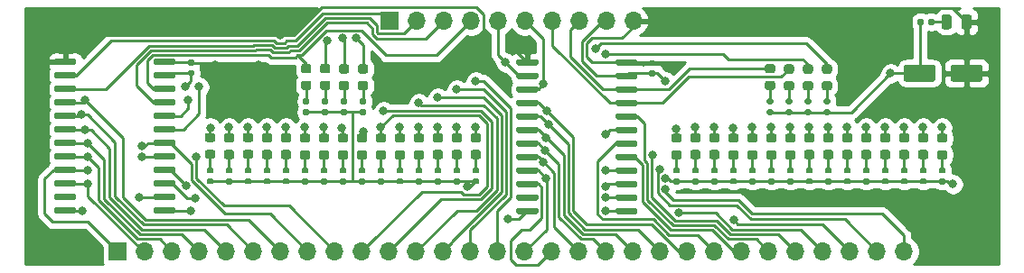
<source format=gbr>
%TF.GenerationSoftware,KiCad,Pcbnew,(5.1.10-1-10_14)*%
%TF.CreationDate,2021-09-30T16:16:12-04:00*%
%TF.ProjectId,bus-controller,6275732d-636f-46e7-9472-6f6c6c65722e,rev?*%
%TF.SameCoordinates,Original*%
%TF.FileFunction,Copper,L1,Top*%
%TF.FilePolarity,Positive*%
%FSLAX46Y46*%
G04 Gerber Fmt 4.6, Leading zero omitted, Abs format (unit mm)*
G04 Created by KiCad (PCBNEW (5.1.10-1-10_14)) date 2021-09-30 16:16:12*
%MOMM*%
%LPD*%
G01*
G04 APERTURE LIST*
%TA.AperFunction,ComponentPad*%
%ADD10O,1.700000X1.700000*%
%TD*%
%TA.AperFunction,ComponentPad*%
%ADD11R,1.700000X1.700000*%
%TD*%
%TA.AperFunction,ViaPad*%
%ADD12C,0.800000*%
%TD*%
%TA.AperFunction,Conductor*%
%ADD13C,0.250000*%
%TD*%
%TA.AperFunction,Conductor*%
%ADD14C,0.254000*%
%TD*%
%TA.AperFunction,Conductor*%
%ADD15C,0.100000*%
%TD*%
G04 APERTURE END LIST*
%TO.P,R39,2*%
%TO.N,GND*%
%TA.AperFunction,SMDPad,CuDef*%
G36*
G01*
X187466000Y-110813000D02*
X187466000Y-111183000D01*
G75*
G02*
X187331000Y-111318000I-135000J0D01*
G01*
X187061000Y-111318000D01*
G75*
G02*
X186926000Y-111183000I0J135000D01*
G01*
X186926000Y-110813000D01*
G75*
G02*
X187061000Y-110678000I135000J0D01*
G01*
X187331000Y-110678000D01*
G75*
G02*
X187466000Y-110813000I0J-135000D01*
G01*
G37*
%TD.AperFunction*%
%TO.P,R39,1*%
%TO.N,Net-(D39-Pad1)*%
%TA.AperFunction,SMDPad,CuDef*%
G36*
G01*
X188486000Y-110813000D02*
X188486000Y-111183000D01*
G75*
G02*
X188351000Y-111318000I-135000J0D01*
G01*
X188081000Y-111318000D01*
G75*
G02*
X187946000Y-111183000I0J135000D01*
G01*
X187946000Y-110813000D01*
G75*
G02*
X188081000Y-110678000I135000J0D01*
G01*
X188351000Y-110678000D01*
G75*
G02*
X188486000Y-110813000I0J-135000D01*
G01*
G37*
%TD.AperFunction*%
%TD*%
%TO.P,D39,2*%
%TO.N,VCC*%
%TA.AperFunction,SMDPad,CuDef*%
G36*
G01*
X191028500Y-111454250D02*
X191028500Y-110541750D01*
G75*
G02*
X191272250Y-110298000I243750J0D01*
G01*
X191759750Y-110298000D01*
G75*
G02*
X192003500Y-110541750I0J-243750D01*
G01*
X192003500Y-111454250D01*
G75*
G02*
X191759750Y-111698000I-243750J0D01*
G01*
X191272250Y-111698000D01*
G75*
G02*
X191028500Y-111454250I0J243750D01*
G01*
G37*
%TD.AperFunction*%
%TO.P,D39,1*%
%TO.N,Net-(D39-Pad1)*%
%TA.AperFunction,SMDPad,CuDef*%
G36*
G01*
X189153500Y-111454250D02*
X189153500Y-110541750D01*
G75*
G02*
X189397250Y-110298000I243750J0D01*
G01*
X189884750Y-110298000D01*
G75*
G02*
X190128500Y-110541750I0J-243750D01*
G01*
X190128500Y-111454250D01*
G75*
G02*
X189884750Y-111698000I-243750J0D01*
G01*
X189397250Y-111698000D01*
G75*
G02*
X189153500Y-111454250I0J243750D01*
G01*
G37*
%TD.AperFunction*%
%TD*%
D10*
%TO.P,J2,10*%
%TO.N,VCC*%
X160330000Y-110890000D03*
%TO.P,J2,9*%
%TO.N,GND*%
X157790000Y-110890000D03*
%TO.P,J2,8*%
%TO.N,OS3*%
X155250000Y-110890000D03*
%TO.P,J2,7*%
%TO.N,OS2*%
X152710000Y-110890000D03*
%TO.P,J2,6*%
%TO.N,OS1*%
X150170000Y-110890000D03*
%TO.P,J2,5*%
%TO.N,OS0*%
X147630000Y-110890000D03*
%TO.P,J2,4*%
%TO.N,IS3*%
X145090000Y-110890000D03*
%TO.P,J2,3*%
%TO.N,IS2*%
X142550000Y-110890000D03*
%TO.P,J2,2*%
%TO.N,IS1*%
X140010000Y-110890000D03*
D11*
%TO.P,J2,1*%
%TO.N,IS0*%
X137470000Y-110890000D03*
%TD*%
D10*
%TO.P,J1,30*%
%TO.N,O15*%
X185674000Y-132580000D03*
%TO.P,J1,29*%
%TO.N,O14*%
X183134000Y-132580000D03*
%TO.P,J1,28*%
%TO.N,O13*%
X180594000Y-132580000D03*
%TO.P,J1,27*%
%TO.N,O12*%
X178054000Y-132580000D03*
%TO.P,J1,26*%
%TO.N,O11*%
X175514000Y-132580000D03*
%TO.P,J1,25*%
%TO.N,O10*%
X172974000Y-132580000D03*
%TO.P,J1,24*%
%TO.N,O9*%
X170434000Y-132580000D03*
%TO.P,J1,23*%
%TO.N,O8*%
X167894000Y-132580000D03*
%TO.P,J1,22*%
%TO.N,O7*%
X165354000Y-132580000D03*
%TO.P,J1,21*%
%TO.N,O6*%
X162814000Y-132580000D03*
%TO.P,J1,20*%
%TO.N,O5*%
X160274000Y-132580000D03*
%TO.P,J1,19*%
%TO.N,O4*%
X157734000Y-132580000D03*
%TO.P,J1,18*%
%TO.N,O3*%
X155194000Y-132580000D03*
%TO.P,J1,17*%
%TO.N,O2*%
X152654000Y-132580000D03*
%TO.P,J1,16*%
%TO.N,O1*%
X150114000Y-132580000D03*
%TO.P,J1,15*%
%TO.N,I15*%
X147574000Y-132580000D03*
%TO.P,J1,14*%
%TO.N,I14*%
X145034000Y-132580000D03*
%TO.P,J1,13*%
%TO.N,I13*%
X142494000Y-132580000D03*
%TO.P,J1,12*%
%TO.N,I12*%
X139954000Y-132580000D03*
%TO.P,J1,11*%
%TO.N,I11*%
X137414000Y-132580000D03*
%TO.P,J1,10*%
%TO.N,I10*%
X134874000Y-132580000D03*
%TO.P,J1,9*%
%TO.N,I9*%
X132334000Y-132580000D03*
%TO.P,J1,8*%
%TO.N,I8*%
X129794000Y-132580000D03*
%TO.P,J1,7*%
%TO.N,I7*%
X127254000Y-132580000D03*
%TO.P,J1,6*%
%TO.N,I6*%
X124714000Y-132580000D03*
%TO.P,J1,5*%
%TO.N,I5*%
X122174000Y-132580000D03*
%TO.P,J1,4*%
%TO.N,I4*%
X119634000Y-132580000D03*
%TO.P,J1,3*%
%TO.N,I3*%
X117094000Y-132580000D03*
%TO.P,J1,2*%
%TO.N,I2*%
X114554000Y-132580000D03*
D11*
%TO.P,J1,1*%
%TO.N,I1*%
X112014000Y-132580000D03*
%TD*%
%TO.P,R38,2*%
%TO.N,GND*%
%TA.AperFunction,SMDPad,CuDef*%
G36*
G01*
X189045000Y-125716000D02*
X189415000Y-125716000D01*
G75*
G02*
X189550000Y-125851000I0J-135000D01*
G01*
X189550000Y-126121000D01*
G75*
G02*
X189415000Y-126256000I-135000J0D01*
G01*
X189045000Y-126256000D01*
G75*
G02*
X188910000Y-126121000I0J135000D01*
G01*
X188910000Y-125851000D01*
G75*
G02*
X189045000Y-125716000I135000J0D01*
G01*
G37*
%TD.AperFunction*%
%TO.P,R38,1*%
%TO.N,Net-(D38-Pad1)*%
%TA.AperFunction,SMDPad,CuDef*%
G36*
G01*
X189045000Y-124696000D02*
X189415000Y-124696000D01*
G75*
G02*
X189550000Y-124831000I0J-135000D01*
G01*
X189550000Y-125101000D01*
G75*
G02*
X189415000Y-125236000I-135000J0D01*
G01*
X189045000Y-125236000D01*
G75*
G02*
X188910000Y-125101000I0J135000D01*
G01*
X188910000Y-124831000D01*
G75*
G02*
X189045000Y-124696000I135000J0D01*
G01*
G37*
%TD.AperFunction*%
%TD*%
%TO.P,R37,2*%
%TO.N,GND*%
%TA.AperFunction,SMDPad,CuDef*%
G36*
G01*
X187267000Y-125714000D02*
X187637000Y-125714000D01*
G75*
G02*
X187772000Y-125849000I0J-135000D01*
G01*
X187772000Y-126119000D01*
G75*
G02*
X187637000Y-126254000I-135000J0D01*
G01*
X187267000Y-126254000D01*
G75*
G02*
X187132000Y-126119000I0J135000D01*
G01*
X187132000Y-125849000D01*
G75*
G02*
X187267000Y-125714000I135000J0D01*
G01*
G37*
%TD.AperFunction*%
%TO.P,R37,1*%
%TO.N,Net-(D37-Pad1)*%
%TA.AperFunction,SMDPad,CuDef*%
G36*
G01*
X187267000Y-124694000D02*
X187637000Y-124694000D01*
G75*
G02*
X187772000Y-124829000I0J-135000D01*
G01*
X187772000Y-125099000D01*
G75*
G02*
X187637000Y-125234000I-135000J0D01*
G01*
X187267000Y-125234000D01*
G75*
G02*
X187132000Y-125099000I0J135000D01*
G01*
X187132000Y-124829000D01*
G75*
G02*
X187267000Y-124694000I135000J0D01*
G01*
G37*
%TD.AperFunction*%
%TD*%
%TO.P,R36,2*%
%TO.N,GND*%
%TA.AperFunction,SMDPad,CuDef*%
G36*
G01*
X185489000Y-125714000D02*
X185859000Y-125714000D01*
G75*
G02*
X185994000Y-125849000I0J-135000D01*
G01*
X185994000Y-126119000D01*
G75*
G02*
X185859000Y-126254000I-135000J0D01*
G01*
X185489000Y-126254000D01*
G75*
G02*
X185354000Y-126119000I0J135000D01*
G01*
X185354000Y-125849000D01*
G75*
G02*
X185489000Y-125714000I135000J0D01*
G01*
G37*
%TD.AperFunction*%
%TO.P,R36,1*%
%TO.N,Net-(D36-Pad1)*%
%TA.AperFunction,SMDPad,CuDef*%
G36*
G01*
X185489000Y-124694000D02*
X185859000Y-124694000D01*
G75*
G02*
X185994000Y-124829000I0J-135000D01*
G01*
X185994000Y-125099000D01*
G75*
G02*
X185859000Y-125234000I-135000J0D01*
G01*
X185489000Y-125234000D01*
G75*
G02*
X185354000Y-125099000I0J135000D01*
G01*
X185354000Y-124829000D01*
G75*
G02*
X185489000Y-124694000I135000J0D01*
G01*
G37*
%TD.AperFunction*%
%TD*%
%TO.P,R35,2*%
%TO.N,GND*%
%TA.AperFunction,SMDPad,CuDef*%
G36*
G01*
X183711000Y-125714000D02*
X184081000Y-125714000D01*
G75*
G02*
X184216000Y-125849000I0J-135000D01*
G01*
X184216000Y-126119000D01*
G75*
G02*
X184081000Y-126254000I-135000J0D01*
G01*
X183711000Y-126254000D01*
G75*
G02*
X183576000Y-126119000I0J135000D01*
G01*
X183576000Y-125849000D01*
G75*
G02*
X183711000Y-125714000I135000J0D01*
G01*
G37*
%TD.AperFunction*%
%TO.P,R35,1*%
%TO.N,Net-(D35-Pad1)*%
%TA.AperFunction,SMDPad,CuDef*%
G36*
G01*
X183711000Y-124694000D02*
X184081000Y-124694000D01*
G75*
G02*
X184216000Y-124829000I0J-135000D01*
G01*
X184216000Y-125099000D01*
G75*
G02*
X184081000Y-125234000I-135000J0D01*
G01*
X183711000Y-125234000D01*
G75*
G02*
X183576000Y-125099000I0J135000D01*
G01*
X183576000Y-124829000D01*
G75*
G02*
X183711000Y-124694000I135000J0D01*
G01*
G37*
%TD.AperFunction*%
%TD*%
%TO.P,R34,2*%
%TO.N,GND*%
%TA.AperFunction,SMDPad,CuDef*%
G36*
G01*
X181933000Y-125718000D02*
X182303000Y-125718000D01*
G75*
G02*
X182438000Y-125853000I0J-135000D01*
G01*
X182438000Y-126123000D01*
G75*
G02*
X182303000Y-126258000I-135000J0D01*
G01*
X181933000Y-126258000D01*
G75*
G02*
X181798000Y-126123000I0J135000D01*
G01*
X181798000Y-125853000D01*
G75*
G02*
X181933000Y-125718000I135000J0D01*
G01*
G37*
%TD.AperFunction*%
%TO.P,R34,1*%
%TO.N,Net-(D34-Pad1)*%
%TA.AperFunction,SMDPad,CuDef*%
G36*
G01*
X181933000Y-124698000D02*
X182303000Y-124698000D01*
G75*
G02*
X182438000Y-124833000I0J-135000D01*
G01*
X182438000Y-125103000D01*
G75*
G02*
X182303000Y-125238000I-135000J0D01*
G01*
X181933000Y-125238000D01*
G75*
G02*
X181798000Y-125103000I0J135000D01*
G01*
X181798000Y-124833000D01*
G75*
G02*
X181933000Y-124698000I135000J0D01*
G01*
G37*
%TD.AperFunction*%
%TD*%
%TO.P,R33,2*%
%TO.N,GND*%
%TA.AperFunction,SMDPad,CuDef*%
G36*
G01*
X180155000Y-125714000D02*
X180525000Y-125714000D01*
G75*
G02*
X180660000Y-125849000I0J-135000D01*
G01*
X180660000Y-126119000D01*
G75*
G02*
X180525000Y-126254000I-135000J0D01*
G01*
X180155000Y-126254000D01*
G75*
G02*
X180020000Y-126119000I0J135000D01*
G01*
X180020000Y-125849000D01*
G75*
G02*
X180155000Y-125714000I135000J0D01*
G01*
G37*
%TD.AperFunction*%
%TO.P,R33,1*%
%TO.N,Net-(D33-Pad1)*%
%TA.AperFunction,SMDPad,CuDef*%
G36*
G01*
X180155000Y-124694000D02*
X180525000Y-124694000D01*
G75*
G02*
X180660000Y-124829000I0J-135000D01*
G01*
X180660000Y-125099000D01*
G75*
G02*
X180525000Y-125234000I-135000J0D01*
G01*
X180155000Y-125234000D01*
G75*
G02*
X180020000Y-125099000I0J135000D01*
G01*
X180020000Y-124829000D01*
G75*
G02*
X180155000Y-124694000I135000J0D01*
G01*
G37*
%TD.AperFunction*%
%TD*%
%TO.P,R32,2*%
%TO.N,GND*%
%TA.AperFunction,SMDPad,CuDef*%
G36*
G01*
X178377000Y-125716000D02*
X178747000Y-125716000D01*
G75*
G02*
X178882000Y-125851000I0J-135000D01*
G01*
X178882000Y-126121000D01*
G75*
G02*
X178747000Y-126256000I-135000J0D01*
G01*
X178377000Y-126256000D01*
G75*
G02*
X178242000Y-126121000I0J135000D01*
G01*
X178242000Y-125851000D01*
G75*
G02*
X178377000Y-125716000I135000J0D01*
G01*
G37*
%TD.AperFunction*%
%TO.P,R32,1*%
%TO.N,Net-(D32-Pad1)*%
%TA.AperFunction,SMDPad,CuDef*%
G36*
G01*
X178377000Y-124696000D02*
X178747000Y-124696000D01*
G75*
G02*
X178882000Y-124831000I0J-135000D01*
G01*
X178882000Y-125101000D01*
G75*
G02*
X178747000Y-125236000I-135000J0D01*
G01*
X178377000Y-125236000D01*
G75*
G02*
X178242000Y-125101000I0J135000D01*
G01*
X178242000Y-124831000D01*
G75*
G02*
X178377000Y-124696000I135000J0D01*
G01*
G37*
%TD.AperFunction*%
%TD*%
%TO.P,R31,2*%
%TO.N,GND*%
%TA.AperFunction,SMDPad,CuDef*%
G36*
G01*
X176599000Y-125714000D02*
X176969000Y-125714000D01*
G75*
G02*
X177104000Y-125849000I0J-135000D01*
G01*
X177104000Y-126119000D01*
G75*
G02*
X176969000Y-126254000I-135000J0D01*
G01*
X176599000Y-126254000D01*
G75*
G02*
X176464000Y-126119000I0J135000D01*
G01*
X176464000Y-125849000D01*
G75*
G02*
X176599000Y-125714000I135000J0D01*
G01*
G37*
%TD.AperFunction*%
%TO.P,R31,1*%
%TO.N,Net-(D31-Pad1)*%
%TA.AperFunction,SMDPad,CuDef*%
G36*
G01*
X176599000Y-124694000D02*
X176969000Y-124694000D01*
G75*
G02*
X177104000Y-124829000I0J-135000D01*
G01*
X177104000Y-125099000D01*
G75*
G02*
X176969000Y-125234000I-135000J0D01*
G01*
X176599000Y-125234000D01*
G75*
G02*
X176464000Y-125099000I0J135000D01*
G01*
X176464000Y-124829000D01*
G75*
G02*
X176599000Y-124694000I135000J0D01*
G01*
G37*
%TD.AperFunction*%
%TD*%
%TO.P,R30,2*%
%TO.N,GND*%
%TA.AperFunction,SMDPad,CuDef*%
G36*
G01*
X174821000Y-125718000D02*
X175191000Y-125718000D01*
G75*
G02*
X175326000Y-125853000I0J-135000D01*
G01*
X175326000Y-126123000D01*
G75*
G02*
X175191000Y-126258000I-135000J0D01*
G01*
X174821000Y-126258000D01*
G75*
G02*
X174686000Y-126123000I0J135000D01*
G01*
X174686000Y-125853000D01*
G75*
G02*
X174821000Y-125718000I135000J0D01*
G01*
G37*
%TD.AperFunction*%
%TO.P,R30,1*%
%TO.N,Net-(D30-Pad1)*%
%TA.AperFunction,SMDPad,CuDef*%
G36*
G01*
X174821000Y-124698000D02*
X175191000Y-124698000D01*
G75*
G02*
X175326000Y-124833000I0J-135000D01*
G01*
X175326000Y-125103000D01*
G75*
G02*
X175191000Y-125238000I-135000J0D01*
G01*
X174821000Y-125238000D01*
G75*
G02*
X174686000Y-125103000I0J135000D01*
G01*
X174686000Y-124833000D01*
G75*
G02*
X174821000Y-124698000I135000J0D01*
G01*
G37*
%TD.AperFunction*%
%TD*%
%TO.P,R29,2*%
%TO.N,GND*%
%TA.AperFunction,SMDPad,CuDef*%
G36*
G01*
X173043000Y-125716000D02*
X173413000Y-125716000D01*
G75*
G02*
X173548000Y-125851000I0J-135000D01*
G01*
X173548000Y-126121000D01*
G75*
G02*
X173413000Y-126256000I-135000J0D01*
G01*
X173043000Y-126256000D01*
G75*
G02*
X172908000Y-126121000I0J135000D01*
G01*
X172908000Y-125851000D01*
G75*
G02*
X173043000Y-125716000I135000J0D01*
G01*
G37*
%TD.AperFunction*%
%TO.P,R29,1*%
%TO.N,Net-(D29-Pad1)*%
%TA.AperFunction,SMDPad,CuDef*%
G36*
G01*
X173043000Y-124696000D02*
X173413000Y-124696000D01*
G75*
G02*
X173548000Y-124831000I0J-135000D01*
G01*
X173548000Y-125101000D01*
G75*
G02*
X173413000Y-125236000I-135000J0D01*
G01*
X173043000Y-125236000D01*
G75*
G02*
X172908000Y-125101000I0J135000D01*
G01*
X172908000Y-124831000D01*
G75*
G02*
X173043000Y-124696000I135000J0D01*
G01*
G37*
%TD.AperFunction*%
%TD*%
%TO.P,R28,2*%
%TO.N,GND*%
%TA.AperFunction,SMDPad,CuDef*%
G36*
G01*
X171265000Y-125716000D02*
X171635000Y-125716000D01*
G75*
G02*
X171770000Y-125851000I0J-135000D01*
G01*
X171770000Y-126121000D01*
G75*
G02*
X171635000Y-126256000I-135000J0D01*
G01*
X171265000Y-126256000D01*
G75*
G02*
X171130000Y-126121000I0J135000D01*
G01*
X171130000Y-125851000D01*
G75*
G02*
X171265000Y-125716000I135000J0D01*
G01*
G37*
%TD.AperFunction*%
%TO.P,R28,1*%
%TO.N,Net-(D28-Pad1)*%
%TA.AperFunction,SMDPad,CuDef*%
G36*
G01*
X171265000Y-124696000D02*
X171635000Y-124696000D01*
G75*
G02*
X171770000Y-124831000I0J-135000D01*
G01*
X171770000Y-125101000D01*
G75*
G02*
X171635000Y-125236000I-135000J0D01*
G01*
X171265000Y-125236000D01*
G75*
G02*
X171130000Y-125101000I0J135000D01*
G01*
X171130000Y-124831000D01*
G75*
G02*
X171265000Y-124696000I135000J0D01*
G01*
G37*
%TD.AperFunction*%
%TD*%
%TO.P,R27,2*%
%TO.N,GND*%
%TA.AperFunction,SMDPad,CuDef*%
G36*
G01*
X169487000Y-125714000D02*
X169857000Y-125714000D01*
G75*
G02*
X169992000Y-125849000I0J-135000D01*
G01*
X169992000Y-126119000D01*
G75*
G02*
X169857000Y-126254000I-135000J0D01*
G01*
X169487000Y-126254000D01*
G75*
G02*
X169352000Y-126119000I0J135000D01*
G01*
X169352000Y-125849000D01*
G75*
G02*
X169487000Y-125714000I135000J0D01*
G01*
G37*
%TD.AperFunction*%
%TO.P,R27,1*%
%TO.N,Net-(D27-Pad1)*%
%TA.AperFunction,SMDPad,CuDef*%
G36*
G01*
X169487000Y-124694000D02*
X169857000Y-124694000D01*
G75*
G02*
X169992000Y-124829000I0J-135000D01*
G01*
X169992000Y-125099000D01*
G75*
G02*
X169857000Y-125234000I-135000J0D01*
G01*
X169487000Y-125234000D01*
G75*
G02*
X169352000Y-125099000I0J135000D01*
G01*
X169352000Y-124829000D01*
G75*
G02*
X169487000Y-124694000I135000J0D01*
G01*
G37*
%TD.AperFunction*%
%TD*%
%TO.P,R26,2*%
%TO.N,GND*%
%TA.AperFunction,SMDPad,CuDef*%
G36*
G01*
X167709000Y-125716000D02*
X168079000Y-125716000D01*
G75*
G02*
X168214000Y-125851000I0J-135000D01*
G01*
X168214000Y-126121000D01*
G75*
G02*
X168079000Y-126256000I-135000J0D01*
G01*
X167709000Y-126256000D01*
G75*
G02*
X167574000Y-126121000I0J135000D01*
G01*
X167574000Y-125851000D01*
G75*
G02*
X167709000Y-125716000I135000J0D01*
G01*
G37*
%TD.AperFunction*%
%TO.P,R26,1*%
%TO.N,Net-(D26-Pad1)*%
%TA.AperFunction,SMDPad,CuDef*%
G36*
G01*
X167709000Y-124696000D02*
X168079000Y-124696000D01*
G75*
G02*
X168214000Y-124831000I0J-135000D01*
G01*
X168214000Y-125101000D01*
G75*
G02*
X168079000Y-125236000I-135000J0D01*
G01*
X167709000Y-125236000D01*
G75*
G02*
X167574000Y-125101000I0J135000D01*
G01*
X167574000Y-124831000D01*
G75*
G02*
X167709000Y-124696000I135000J0D01*
G01*
G37*
%TD.AperFunction*%
%TD*%
%TO.P,R25,2*%
%TO.N,GND*%
%TA.AperFunction,SMDPad,CuDef*%
G36*
G01*
X165931000Y-125716000D02*
X166301000Y-125716000D01*
G75*
G02*
X166436000Y-125851000I0J-135000D01*
G01*
X166436000Y-126121000D01*
G75*
G02*
X166301000Y-126256000I-135000J0D01*
G01*
X165931000Y-126256000D01*
G75*
G02*
X165796000Y-126121000I0J135000D01*
G01*
X165796000Y-125851000D01*
G75*
G02*
X165931000Y-125716000I135000J0D01*
G01*
G37*
%TD.AperFunction*%
%TO.P,R25,1*%
%TO.N,Net-(D25-Pad1)*%
%TA.AperFunction,SMDPad,CuDef*%
G36*
G01*
X165931000Y-124696000D02*
X166301000Y-124696000D01*
G75*
G02*
X166436000Y-124831000I0J-135000D01*
G01*
X166436000Y-125101000D01*
G75*
G02*
X166301000Y-125236000I-135000J0D01*
G01*
X165931000Y-125236000D01*
G75*
G02*
X165796000Y-125101000I0J135000D01*
G01*
X165796000Y-124831000D01*
G75*
G02*
X165931000Y-124696000I135000J0D01*
G01*
G37*
%TD.AperFunction*%
%TD*%
%TO.P,R24,2*%
%TO.N,GND*%
%TA.AperFunction,SMDPad,CuDef*%
G36*
G01*
X164153000Y-125716000D02*
X164523000Y-125716000D01*
G75*
G02*
X164658000Y-125851000I0J-135000D01*
G01*
X164658000Y-126121000D01*
G75*
G02*
X164523000Y-126256000I-135000J0D01*
G01*
X164153000Y-126256000D01*
G75*
G02*
X164018000Y-126121000I0J135000D01*
G01*
X164018000Y-125851000D01*
G75*
G02*
X164153000Y-125716000I135000J0D01*
G01*
G37*
%TD.AperFunction*%
%TO.P,R24,1*%
%TO.N,Net-(D24-Pad1)*%
%TA.AperFunction,SMDPad,CuDef*%
G36*
G01*
X164153000Y-124696000D02*
X164523000Y-124696000D01*
G75*
G02*
X164658000Y-124831000I0J-135000D01*
G01*
X164658000Y-125101000D01*
G75*
G02*
X164523000Y-125236000I-135000J0D01*
G01*
X164153000Y-125236000D01*
G75*
G02*
X164018000Y-125101000I0J135000D01*
G01*
X164018000Y-124831000D01*
G75*
G02*
X164153000Y-124696000I135000J0D01*
G01*
G37*
%TD.AperFunction*%
%TD*%
%TO.P,D38,2*%
%TO.N,O15*%
%TA.AperFunction,SMDPad,CuDef*%
G36*
G01*
X189486250Y-122357500D02*
X188973750Y-122357500D01*
G75*
G02*
X188755000Y-122138750I0J218750D01*
G01*
X188755000Y-121701250D01*
G75*
G02*
X188973750Y-121482500I218750J0D01*
G01*
X189486250Y-121482500D01*
G75*
G02*
X189705000Y-121701250I0J-218750D01*
G01*
X189705000Y-122138750D01*
G75*
G02*
X189486250Y-122357500I-218750J0D01*
G01*
G37*
%TD.AperFunction*%
%TO.P,D38,1*%
%TO.N,Net-(D38-Pad1)*%
%TA.AperFunction,SMDPad,CuDef*%
G36*
G01*
X189486250Y-123932500D02*
X188973750Y-123932500D01*
G75*
G02*
X188755000Y-123713750I0J218750D01*
G01*
X188755000Y-123276250D01*
G75*
G02*
X188973750Y-123057500I218750J0D01*
G01*
X189486250Y-123057500D01*
G75*
G02*
X189705000Y-123276250I0J-218750D01*
G01*
X189705000Y-123713750D01*
G75*
G02*
X189486250Y-123932500I-218750J0D01*
G01*
G37*
%TD.AperFunction*%
%TD*%
%TO.P,D37,2*%
%TO.N,O14*%
%TA.AperFunction,SMDPad,CuDef*%
G36*
G01*
X187708250Y-122332000D02*
X187195750Y-122332000D01*
G75*
G02*
X186977000Y-122113250I0J218750D01*
G01*
X186977000Y-121675750D01*
G75*
G02*
X187195750Y-121457000I218750J0D01*
G01*
X187708250Y-121457000D01*
G75*
G02*
X187927000Y-121675750I0J-218750D01*
G01*
X187927000Y-122113250D01*
G75*
G02*
X187708250Y-122332000I-218750J0D01*
G01*
G37*
%TD.AperFunction*%
%TO.P,D37,1*%
%TO.N,Net-(D37-Pad1)*%
%TA.AperFunction,SMDPad,CuDef*%
G36*
G01*
X187708250Y-123907000D02*
X187195750Y-123907000D01*
G75*
G02*
X186977000Y-123688250I0J218750D01*
G01*
X186977000Y-123250750D01*
G75*
G02*
X187195750Y-123032000I218750J0D01*
G01*
X187708250Y-123032000D01*
G75*
G02*
X187927000Y-123250750I0J-218750D01*
G01*
X187927000Y-123688250D01*
G75*
G02*
X187708250Y-123907000I-218750J0D01*
G01*
G37*
%TD.AperFunction*%
%TD*%
%TO.P,D36,2*%
%TO.N,O13*%
%TA.AperFunction,SMDPad,CuDef*%
G36*
G01*
X185930250Y-122332000D02*
X185417750Y-122332000D01*
G75*
G02*
X185199000Y-122113250I0J218750D01*
G01*
X185199000Y-121675750D01*
G75*
G02*
X185417750Y-121457000I218750J0D01*
G01*
X185930250Y-121457000D01*
G75*
G02*
X186149000Y-121675750I0J-218750D01*
G01*
X186149000Y-122113250D01*
G75*
G02*
X185930250Y-122332000I-218750J0D01*
G01*
G37*
%TD.AperFunction*%
%TO.P,D36,1*%
%TO.N,Net-(D36-Pad1)*%
%TA.AperFunction,SMDPad,CuDef*%
G36*
G01*
X185930250Y-123907000D02*
X185417750Y-123907000D01*
G75*
G02*
X185199000Y-123688250I0J218750D01*
G01*
X185199000Y-123250750D01*
G75*
G02*
X185417750Y-123032000I218750J0D01*
G01*
X185930250Y-123032000D01*
G75*
G02*
X186149000Y-123250750I0J-218750D01*
G01*
X186149000Y-123688250D01*
G75*
G02*
X185930250Y-123907000I-218750J0D01*
G01*
G37*
%TD.AperFunction*%
%TD*%
%TO.P,D35,2*%
%TO.N,O12*%
%TA.AperFunction,SMDPad,CuDef*%
G36*
G01*
X184152250Y-122332000D02*
X183639750Y-122332000D01*
G75*
G02*
X183421000Y-122113250I0J218750D01*
G01*
X183421000Y-121675750D01*
G75*
G02*
X183639750Y-121457000I218750J0D01*
G01*
X184152250Y-121457000D01*
G75*
G02*
X184371000Y-121675750I0J-218750D01*
G01*
X184371000Y-122113250D01*
G75*
G02*
X184152250Y-122332000I-218750J0D01*
G01*
G37*
%TD.AperFunction*%
%TO.P,D35,1*%
%TO.N,Net-(D35-Pad1)*%
%TA.AperFunction,SMDPad,CuDef*%
G36*
G01*
X184152250Y-123907000D02*
X183639750Y-123907000D01*
G75*
G02*
X183421000Y-123688250I0J218750D01*
G01*
X183421000Y-123250750D01*
G75*
G02*
X183639750Y-123032000I218750J0D01*
G01*
X184152250Y-123032000D01*
G75*
G02*
X184371000Y-123250750I0J-218750D01*
G01*
X184371000Y-123688250D01*
G75*
G02*
X184152250Y-123907000I-218750J0D01*
G01*
G37*
%TD.AperFunction*%
%TD*%
%TO.P,D34,2*%
%TO.N,O11*%
%TA.AperFunction,SMDPad,CuDef*%
G36*
G01*
X182374250Y-122332000D02*
X181861750Y-122332000D01*
G75*
G02*
X181643000Y-122113250I0J218750D01*
G01*
X181643000Y-121675750D01*
G75*
G02*
X181861750Y-121457000I218750J0D01*
G01*
X182374250Y-121457000D01*
G75*
G02*
X182593000Y-121675750I0J-218750D01*
G01*
X182593000Y-122113250D01*
G75*
G02*
X182374250Y-122332000I-218750J0D01*
G01*
G37*
%TD.AperFunction*%
%TO.P,D34,1*%
%TO.N,Net-(D34-Pad1)*%
%TA.AperFunction,SMDPad,CuDef*%
G36*
G01*
X182374250Y-123907000D02*
X181861750Y-123907000D01*
G75*
G02*
X181643000Y-123688250I0J218750D01*
G01*
X181643000Y-123250750D01*
G75*
G02*
X181861750Y-123032000I218750J0D01*
G01*
X182374250Y-123032000D01*
G75*
G02*
X182593000Y-123250750I0J-218750D01*
G01*
X182593000Y-123688250D01*
G75*
G02*
X182374250Y-123907000I-218750J0D01*
G01*
G37*
%TD.AperFunction*%
%TD*%
%TO.P,D33,2*%
%TO.N,O10*%
%TA.AperFunction,SMDPad,CuDef*%
G36*
G01*
X180596250Y-122332000D02*
X180083750Y-122332000D01*
G75*
G02*
X179865000Y-122113250I0J218750D01*
G01*
X179865000Y-121675750D01*
G75*
G02*
X180083750Y-121457000I218750J0D01*
G01*
X180596250Y-121457000D01*
G75*
G02*
X180815000Y-121675750I0J-218750D01*
G01*
X180815000Y-122113250D01*
G75*
G02*
X180596250Y-122332000I-218750J0D01*
G01*
G37*
%TD.AperFunction*%
%TO.P,D33,1*%
%TO.N,Net-(D33-Pad1)*%
%TA.AperFunction,SMDPad,CuDef*%
G36*
G01*
X180596250Y-123907000D02*
X180083750Y-123907000D01*
G75*
G02*
X179865000Y-123688250I0J218750D01*
G01*
X179865000Y-123250750D01*
G75*
G02*
X180083750Y-123032000I218750J0D01*
G01*
X180596250Y-123032000D01*
G75*
G02*
X180815000Y-123250750I0J-218750D01*
G01*
X180815000Y-123688250D01*
G75*
G02*
X180596250Y-123907000I-218750J0D01*
G01*
G37*
%TD.AperFunction*%
%TD*%
%TO.P,D32,2*%
%TO.N,O9*%
%TA.AperFunction,SMDPad,CuDef*%
G36*
G01*
X178818250Y-122332000D02*
X178305750Y-122332000D01*
G75*
G02*
X178087000Y-122113250I0J218750D01*
G01*
X178087000Y-121675750D01*
G75*
G02*
X178305750Y-121457000I218750J0D01*
G01*
X178818250Y-121457000D01*
G75*
G02*
X179037000Y-121675750I0J-218750D01*
G01*
X179037000Y-122113250D01*
G75*
G02*
X178818250Y-122332000I-218750J0D01*
G01*
G37*
%TD.AperFunction*%
%TO.P,D32,1*%
%TO.N,Net-(D32-Pad1)*%
%TA.AperFunction,SMDPad,CuDef*%
G36*
G01*
X178818250Y-123907000D02*
X178305750Y-123907000D01*
G75*
G02*
X178087000Y-123688250I0J218750D01*
G01*
X178087000Y-123250750D01*
G75*
G02*
X178305750Y-123032000I218750J0D01*
G01*
X178818250Y-123032000D01*
G75*
G02*
X179037000Y-123250750I0J-218750D01*
G01*
X179037000Y-123688250D01*
G75*
G02*
X178818250Y-123907000I-218750J0D01*
G01*
G37*
%TD.AperFunction*%
%TD*%
%TO.P,D31,2*%
%TO.N,O8*%
%TA.AperFunction,SMDPad,CuDef*%
G36*
G01*
X177040250Y-122332000D02*
X176527750Y-122332000D01*
G75*
G02*
X176309000Y-122113250I0J218750D01*
G01*
X176309000Y-121675750D01*
G75*
G02*
X176527750Y-121457000I218750J0D01*
G01*
X177040250Y-121457000D01*
G75*
G02*
X177259000Y-121675750I0J-218750D01*
G01*
X177259000Y-122113250D01*
G75*
G02*
X177040250Y-122332000I-218750J0D01*
G01*
G37*
%TD.AperFunction*%
%TO.P,D31,1*%
%TO.N,Net-(D31-Pad1)*%
%TA.AperFunction,SMDPad,CuDef*%
G36*
G01*
X177040250Y-123907000D02*
X176527750Y-123907000D01*
G75*
G02*
X176309000Y-123688250I0J218750D01*
G01*
X176309000Y-123250750D01*
G75*
G02*
X176527750Y-123032000I218750J0D01*
G01*
X177040250Y-123032000D01*
G75*
G02*
X177259000Y-123250750I0J-218750D01*
G01*
X177259000Y-123688250D01*
G75*
G02*
X177040250Y-123907000I-218750J0D01*
G01*
G37*
%TD.AperFunction*%
%TD*%
%TO.P,D30,2*%
%TO.N,O7*%
%TA.AperFunction,SMDPad,CuDef*%
G36*
G01*
X175262250Y-122357500D02*
X174749750Y-122357500D01*
G75*
G02*
X174531000Y-122138750I0J218750D01*
G01*
X174531000Y-121701250D01*
G75*
G02*
X174749750Y-121482500I218750J0D01*
G01*
X175262250Y-121482500D01*
G75*
G02*
X175481000Y-121701250I0J-218750D01*
G01*
X175481000Y-122138750D01*
G75*
G02*
X175262250Y-122357500I-218750J0D01*
G01*
G37*
%TD.AperFunction*%
%TO.P,D30,1*%
%TO.N,Net-(D30-Pad1)*%
%TA.AperFunction,SMDPad,CuDef*%
G36*
G01*
X175262250Y-123932500D02*
X174749750Y-123932500D01*
G75*
G02*
X174531000Y-123713750I0J218750D01*
G01*
X174531000Y-123276250D01*
G75*
G02*
X174749750Y-123057500I218750J0D01*
G01*
X175262250Y-123057500D01*
G75*
G02*
X175481000Y-123276250I0J-218750D01*
G01*
X175481000Y-123713750D01*
G75*
G02*
X175262250Y-123932500I-218750J0D01*
G01*
G37*
%TD.AperFunction*%
%TD*%
%TO.P,D29,2*%
%TO.N,O6*%
%TA.AperFunction,SMDPad,CuDef*%
G36*
G01*
X173484250Y-122357500D02*
X172971750Y-122357500D01*
G75*
G02*
X172753000Y-122138750I0J218750D01*
G01*
X172753000Y-121701250D01*
G75*
G02*
X172971750Y-121482500I218750J0D01*
G01*
X173484250Y-121482500D01*
G75*
G02*
X173703000Y-121701250I0J-218750D01*
G01*
X173703000Y-122138750D01*
G75*
G02*
X173484250Y-122357500I-218750J0D01*
G01*
G37*
%TD.AperFunction*%
%TO.P,D29,1*%
%TO.N,Net-(D29-Pad1)*%
%TA.AperFunction,SMDPad,CuDef*%
G36*
G01*
X173484250Y-123932500D02*
X172971750Y-123932500D01*
G75*
G02*
X172753000Y-123713750I0J218750D01*
G01*
X172753000Y-123276250D01*
G75*
G02*
X172971750Y-123057500I218750J0D01*
G01*
X173484250Y-123057500D01*
G75*
G02*
X173703000Y-123276250I0J-218750D01*
G01*
X173703000Y-123713750D01*
G75*
G02*
X173484250Y-123932500I-218750J0D01*
G01*
G37*
%TD.AperFunction*%
%TD*%
%TO.P,D28,2*%
%TO.N,O5*%
%TA.AperFunction,SMDPad,CuDef*%
G36*
G01*
X171706250Y-122357500D02*
X171193750Y-122357500D01*
G75*
G02*
X170975000Y-122138750I0J218750D01*
G01*
X170975000Y-121701250D01*
G75*
G02*
X171193750Y-121482500I218750J0D01*
G01*
X171706250Y-121482500D01*
G75*
G02*
X171925000Y-121701250I0J-218750D01*
G01*
X171925000Y-122138750D01*
G75*
G02*
X171706250Y-122357500I-218750J0D01*
G01*
G37*
%TD.AperFunction*%
%TO.P,D28,1*%
%TO.N,Net-(D28-Pad1)*%
%TA.AperFunction,SMDPad,CuDef*%
G36*
G01*
X171706250Y-123932500D02*
X171193750Y-123932500D01*
G75*
G02*
X170975000Y-123713750I0J218750D01*
G01*
X170975000Y-123276250D01*
G75*
G02*
X171193750Y-123057500I218750J0D01*
G01*
X171706250Y-123057500D01*
G75*
G02*
X171925000Y-123276250I0J-218750D01*
G01*
X171925000Y-123713750D01*
G75*
G02*
X171706250Y-123932500I-218750J0D01*
G01*
G37*
%TD.AperFunction*%
%TD*%
%TO.P,D27,2*%
%TO.N,O4*%
%TA.AperFunction,SMDPad,CuDef*%
G36*
G01*
X169928250Y-122357500D02*
X169415750Y-122357500D01*
G75*
G02*
X169197000Y-122138750I0J218750D01*
G01*
X169197000Y-121701250D01*
G75*
G02*
X169415750Y-121482500I218750J0D01*
G01*
X169928250Y-121482500D01*
G75*
G02*
X170147000Y-121701250I0J-218750D01*
G01*
X170147000Y-122138750D01*
G75*
G02*
X169928250Y-122357500I-218750J0D01*
G01*
G37*
%TD.AperFunction*%
%TO.P,D27,1*%
%TO.N,Net-(D27-Pad1)*%
%TA.AperFunction,SMDPad,CuDef*%
G36*
G01*
X169928250Y-123932500D02*
X169415750Y-123932500D01*
G75*
G02*
X169197000Y-123713750I0J218750D01*
G01*
X169197000Y-123276250D01*
G75*
G02*
X169415750Y-123057500I218750J0D01*
G01*
X169928250Y-123057500D01*
G75*
G02*
X170147000Y-123276250I0J-218750D01*
G01*
X170147000Y-123713750D01*
G75*
G02*
X169928250Y-123932500I-218750J0D01*
G01*
G37*
%TD.AperFunction*%
%TD*%
%TO.P,D26,2*%
%TO.N,O3*%
%TA.AperFunction,SMDPad,CuDef*%
G36*
G01*
X168150250Y-122332000D02*
X167637750Y-122332000D01*
G75*
G02*
X167419000Y-122113250I0J218750D01*
G01*
X167419000Y-121675750D01*
G75*
G02*
X167637750Y-121457000I218750J0D01*
G01*
X168150250Y-121457000D01*
G75*
G02*
X168369000Y-121675750I0J-218750D01*
G01*
X168369000Y-122113250D01*
G75*
G02*
X168150250Y-122332000I-218750J0D01*
G01*
G37*
%TD.AperFunction*%
%TO.P,D26,1*%
%TO.N,Net-(D26-Pad1)*%
%TA.AperFunction,SMDPad,CuDef*%
G36*
G01*
X168150250Y-123907000D02*
X167637750Y-123907000D01*
G75*
G02*
X167419000Y-123688250I0J218750D01*
G01*
X167419000Y-123250750D01*
G75*
G02*
X167637750Y-123032000I218750J0D01*
G01*
X168150250Y-123032000D01*
G75*
G02*
X168369000Y-123250750I0J-218750D01*
G01*
X168369000Y-123688250D01*
G75*
G02*
X168150250Y-123907000I-218750J0D01*
G01*
G37*
%TD.AperFunction*%
%TD*%
%TO.P,D25,2*%
%TO.N,O2*%
%TA.AperFunction,SMDPad,CuDef*%
G36*
G01*
X166372250Y-122332000D02*
X165859750Y-122332000D01*
G75*
G02*
X165641000Y-122113250I0J218750D01*
G01*
X165641000Y-121675750D01*
G75*
G02*
X165859750Y-121457000I218750J0D01*
G01*
X166372250Y-121457000D01*
G75*
G02*
X166591000Y-121675750I0J-218750D01*
G01*
X166591000Y-122113250D01*
G75*
G02*
X166372250Y-122332000I-218750J0D01*
G01*
G37*
%TD.AperFunction*%
%TO.P,D25,1*%
%TO.N,Net-(D25-Pad1)*%
%TA.AperFunction,SMDPad,CuDef*%
G36*
G01*
X166372250Y-123907000D02*
X165859750Y-123907000D01*
G75*
G02*
X165641000Y-123688250I0J218750D01*
G01*
X165641000Y-123250750D01*
G75*
G02*
X165859750Y-123032000I218750J0D01*
G01*
X166372250Y-123032000D01*
G75*
G02*
X166591000Y-123250750I0J-218750D01*
G01*
X166591000Y-123688250D01*
G75*
G02*
X166372250Y-123907000I-218750J0D01*
G01*
G37*
%TD.AperFunction*%
%TD*%
%TO.P,D24,2*%
%TO.N,O1*%
%TA.AperFunction,SMDPad,CuDef*%
G36*
G01*
X164594250Y-122357500D02*
X164081750Y-122357500D01*
G75*
G02*
X163863000Y-122138750I0J218750D01*
G01*
X163863000Y-121701250D01*
G75*
G02*
X164081750Y-121482500I218750J0D01*
G01*
X164594250Y-121482500D01*
G75*
G02*
X164813000Y-121701250I0J-218750D01*
G01*
X164813000Y-122138750D01*
G75*
G02*
X164594250Y-122357500I-218750J0D01*
G01*
G37*
%TD.AperFunction*%
%TO.P,D24,1*%
%TO.N,Net-(D24-Pad1)*%
%TA.AperFunction,SMDPad,CuDef*%
G36*
G01*
X164594250Y-123932500D02*
X164081750Y-123932500D01*
G75*
G02*
X163863000Y-123713750I0J218750D01*
G01*
X163863000Y-123276250D01*
G75*
G02*
X164081750Y-123057500I218750J0D01*
G01*
X164594250Y-123057500D01*
G75*
G02*
X164813000Y-123276250I0J-218750D01*
G01*
X164813000Y-123713750D01*
G75*
G02*
X164594250Y-123932500I-218750J0D01*
G01*
G37*
%TD.AperFunction*%
%TD*%
%TO.P,R17,2*%
%TO.N,GND*%
%TA.AperFunction,SMDPad,CuDef*%
G36*
G01*
X134689000Y-125716000D02*
X135059000Y-125716000D01*
G75*
G02*
X135194000Y-125851000I0J-135000D01*
G01*
X135194000Y-126121000D01*
G75*
G02*
X135059000Y-126256000I-135000J0D01*
G01*
X134689000Y-126256000D01*
G75*
G02*
X134554000Y-126121000I0J135000D01*
G01*
X134554000Y-125851000D01*
G75*
G02*
X134689000Y-125716000I135000J0D01*
G01*
G37*
%TD.AperFunction*%
%TO.P,R17,1*%
%TO.N,Net-(D17-Pad1)*%
%TA.AperFunction,SMDPad,CuDef*%
G36*
G01*
X134689000Y-124696000D02*
X135059000Y-124696000D01*
G75*
G02*
X135194000Y-124831000I0J-135000D01*
G01*
X135194000Y-125101000D01*
G75*
G02*
X135059000Y-125236000I-135000J0D01*
G01*
X134689000Y-125236000D01*
G75*
G02*
X134554000Y-125101000I0J135000D01*
G01*
X134554000Y-124831000D01*
G75*
G02*
X134689000Y-124696000I135000J0D01*
G01*
G37*
%TD.AperFunction*%
%TD*%
%TO.P,R23,2*%
%TO.N,GND*%
%TA.AperFunction,SMDPad,CuDef*%
G36*
G01*
X145357000Y-125714000D02*
X145727000Y-125714000D01*
G75*
G02*
X145862000Y-125849000I0J-135000D01*
G01*
X145862000Y-126119000D01*
G75*
G02*
X145727000Y-126254000I-135000J0D01*
G01*
X145357000Y-126254000D01*
G75*
G02*
X145222000Y-126119000I0J135000D01*
G01*
X145222000Y-125849000D01*
G75*
G02*
X145357000Y-125714000I135000J0D01*
G01*
G37*
%TD.AperFunction*%
%TO.P,R23,1*%
%TO.N,Net-(D23-Pad1)*%
%TA.AperFunction,SMDPad,CuDef*%
G36*
G01*
X145357000Y-124694000D02*
X145727000Y-124694000D01*
G75*
G02*
X145862000Y-124829000I0J-135000D01*
G01*
X145862000Y-125099000D01*
G75*
G02*
X145727000Y-125234000I-135000J0D01*
G01*
X145357000Y-125234000D01*
G75*
G02*
X145222000Y-125099000I0J135000D01*
G01*
X145222000Y-124829000D01*
G75*
G02*
X145357000Y-124694000I135000J0D01*
G01*
G37*
%TD.AperFunction*%
%TD*%
%TO.P,R22,2*%
%TO.N,GND*%
%TA.AperFunction,SMDPad,CuDef*%
G36*
G01*
X143579000Y-125718000D02*
X143949000Y-125718000D01*
G75*
G02*
X144084000Y-125853000I0J-135000D01*
G01*
X144084000Y-126123000D01*
G75*
G02*
X143949000Y-126258000I-135000J0D01*
G01*
X143579000Y-126258000D01*
G75*
G02*
X143444000Y-126123000I0J135000D01*
G01*
X143444000Y-125853000D01*
G75*
G02*
X143579000Y-125718000I135000J0D01*
G01*
G37*
%TD.AperFunction*%
%TO.P,R22,1*%
%TO.N,Net-(D22-Pad1)*%
%TA.AperFunction,SMDPad,CuDef*%
G36*
G01*
X143579000Y-124698000D02*
X143949000Y-124698000D01*
G75*
G02*
X144084000Y-124833000I0J-135000D01*
G01*
X144084000Y-125103000D01*
G75*
G02*
X143949000Y-125238000I-135000J0D01*
G01*
X143579000Y-125238000D01*
G75*
G02*
X143444000Y-125103000I0J135000D01*
G01*
X143444000Y-124833000D01*
G75*
G02*
X143579000Y-124698000I135000J0D01*
G01*
G37*
%TD.AperFunction*%
%TD*%
%TO.P,R21,2*%
%TO.N,GND*%
%TA.AperFunction,SMDPad,CuDef*%
G36*
G01*
X141801000Y-125718000D02*
X142171000Y-125718000D01*
G75*
G02*
X142306000Y-125853000I0J-135000D01*
G01*
X142306000Y-126123000D01*
G75*
G02*
X142171000Y-126258000I-135000J0D01*
G01*
X141801000Y-126258000D01*
G75*
G02*
X141666000Y-126123000I0J135000D01*
G01*
X141666000Y-125853000D01*
G75*
G02*
X141801000Y-125718000I135000J0D01*
G01*
G37*
%TD.AperFunction*%
%TO.P,R21,1*%
%TO.N,Net-(D21-Pad1)*%
%TA.AperFunction,SMDPad,CuDef*%
G36*
G01*
X141801000Y-124698000D02*
X142171000Y-124698000D01*
G75*
G02*
X142306000Y-124833000I0J-135000D01*
G01*
X142306000Y-125103000D01*
G75*
G02*
X142171000Y-125238000I-135000J0D01*
G01*
X141801000Y-125238000D01*
G75*
G02*
X141666000Y-125103000I0J135000D01*
G01*
X141666000Y-124833000D01*
G75*
G02*
X141801000Y-124698000I135000J0D01*
G01*
G37*
%TD.AperFunction*%
%TD*%
%TO.P,R20,2*%
%TO.N,GND*%
%TA.AperFunction,SMDPad,CuDef*%
G36*
G01*
X140023000Y-125718000D02*
X140393000Y-125718000D01*
G75*
G02*
X140528000Y-125853000I0J-135000D01*
G01*
X140528000Y-126123000D01*
G75*
G02*
X140393000Y-126258000I-135000J0D01*
G01*
X140023000Y-126258000D01*
G75*
G02*
X139888000Y-126123000I0J135000D01*
G01*
X139888000Y-125853000D01*
G75*
G02*
X140023000Y-125718000I135000J0D01*
G01*
G37*
%TD.AperFunction*%
%TO.P,R20,1*%
%TO.N,Net-(D20-Pad1)*%
%TA.AperFunction,SMDPad,CuDef*%
G36*
G01*
X140023000Y-124698000D02*
X140393000Y-124698000D01*
G75*
G02*
X140528000Y-124833000I0J-135000D01*
G01*
X140528000Y-125103000D01*
G75*
G02*
X140393000Y-125238000I-135000J0D01*
G01*
X140023000Y-125238000D01*
G75*
G02*
X139888000Y-125103000I0J135000D01*
G01*
X139888000Y-124833000D01*
G75*
G02*
X140023000Y-124698000I135000J0D01*
G01*
G37*
%TD.AperFunction*%
%TD*%
%TO.P,R19,2*%
%TO.N,GND*%
%TA.AperFunction,SMDPad,CuDef*%
G36*
G01*
X138245000Y-125714000D02*
X138615000Y-125714000D01*
G75*
G02*
X138750000Y-125849000I0J-135000D01*
G01*
X138750000Y-126119000D01*
G75*
G02*
X138615000Y-126254000I-135000J0D01*
G01*
X138245000Y-126254000D01*
G75*
G02*
X138110000Y-126119000I0J135000D01*
G01*
X138110000Y-125849000D01*
G75*
G02*
X138245000Y-125714000I135000J0D01*
G01*
G37*
%TD.AperFunction*%
%TO.P,R19,1*%
%TO.N,Net-(D19-Pad1)*%
%TA.AperFunction,SMDPad,CuDef*%
G36*
G01*
X138245000Y-124694000D02*
X138615000Y-124694000D01*
G75*
G02*
X138750000Y-124829000I0J-135000D01*
G01*
X138750000Y-125099000D01*
G75*
G02*
X138615000Y-125234000I-135000J0D01*
G01*
X138245000Y-125234000D01*
G75*
G02*
X138110000Y-125099000I0J135000D01*
G01*
X138110000Y-124829000D01*
G75*
G02*
X138245000Y-124694000I135000J0D01*
G01*
G37*
%TD.AperFunction*%
%TD*%
%TO.P,R18,2*%
%TO.N,GND*%
%TA.AperFunction,SMDPad,CuDef*%
G36*
G01*
X136467000Y-125716000D02*
X136837000Y-125716000D01*
G75*
G02*
X136972000Y-125851000I0J-135000D01*
G01*
X136972000Y-126121000D01*
G75*
G02*
X136837000Y-126256000I-135000J0D01*
G01*
X136467000Y-126256000D01*
G75*
G02*
X136332000Y-126121000I0J135000D01*
G01*
X136332000Y-125851000D01*
G75*
G02*
X136467000Y-125716000I135000J0D01*
G01*
G37*
%TD.AperFunction*%
%TO.P,R18,1*%
%TO.N,Net-(D18-Pad1)*%
%TA.AperFunction,SMDPad,CuDef*%
G36*
G01*
X136467000Y-124696000D02*
X136837000Y-124696000D01*
G75*
G02*
X136972000Y-124831000I0J-135000D01*
G01*
X136972000Y-125101000D01*
G75*
G02*
X136837000Y-125236000I-135000J0D01*
G01*
X136467000Y-125236000D01*
G75*
G02*
X136332000Y-125101000I0J135000D01*
G01*
X136332000Y-124831000D01*
G75*
G02*
X136467000Y-124696000I135000J0D01*
G01*
G37*
%TD.AperFunction*%
%TD*%
%TO.P,R16,2*%
%TO.N,GND*%
%TA.AperFunction,SMDPad,CuDef*%
G36*
G01*
X132911000Y-125718000D02*
X133281000Y-125718000D01*
G75*
G02*
X133416000Y-125853000I0J-135000D01*
G01*
X133416000Y-126123000D01*
G75*
G02*
X133281000Y-126258000I-135000J0D01*
G01*
X132911000Y-126258000D01*
G75*
G02*
X132776000Y-126123000I0J135000D01*
G01*
X132776000Y-125853000D01*
G75*
G02*
X132911000Y-125718000I135000J0D01*
G01*
G37*
%TD.AperFunction*%
%TO.P,R16,1*%
%TO.N,Net-(D16-Pad1)*%
%TA.AperFunction,SMDPad,CuDef*%
G36*
G01*
X132911000Y-124698000D02*
X133281000Y-124698000D01*
G75*
G02*
X133416000Y-124833000I0J-135000D01*
G01*
X133416000Y-125103000D01*
G75*
G02*
X133281000Y-125238000I-135000J0D01*
G01*
X132911000Y-125238000D01*
G75*
G02*
X132776000Y-125103000I0J135000D01*
G01*
X132776000Y-124833000D01*
G75*
G02*
X132911000Y-124698000I135000J0D01*
G01*
G37*
%TD.AperFunction*%
%TD*%
%TO.P,R15,2*%
%TO.N,GND*%
%TA.AperFunction,SMDPad,CuDef*%
G36*
G01*
X131133000Y-125716000D02*
X131503000Y-125716000D01*
G75*
G02*
X131638000Y-125851000I0J-135000D01*
G01*
X131638000Y-126121000D01*
G75*
G02*
X131503000Y-126256000I-135000J0D01*
G01*
X131133000Y-126256000D01*
G75*
G02*
X130998000Y-126121000I0J135000D01*
G01*
X130998000Y-125851000D01*
G75*
G02*
X131133000Y-125716000I135000J0D01*
G01*
G37*
%TD.AperFunction*%
%TO.P,R15,1*%
%TO.N,Net-(D15-Pad1)*%
%TA.AperFunction,SMDPad,CuDef*%
G36*
G01*
X131133000Y-124696000D02*
X131503000Y-124696000D01*
G75*
G02*
X131638000Y-124831000I0J-135000D01*
G01*
X131638000Y-125101000D01*
G75*
G02*
X131503000Y-125236000I-135000J0D01*
G01*
X131133000Y-125236000D01*
G75*
G02*
X130998000Y-125101000I0J135000D01*
G01*
X130998000Y-124831000D01*
G75*
G02*
X131133000Y-124696000I135000J0D01*
G01*
G37*
%TD.AperFunction*%
%TD*%
%TO.P,R14,2*%
%TO.N,GND*%
%TA.AperFunction,SMDPad,CuDef*%
G36*
G01*
X129355000Y-125718000D02*
X129725000Y-125718000D01*
G75*
G02*
X129860000Y-125853000I0J-135000D01*
G01*
X129860000Y-126123000D01*
G75*
G02*
X129725000Y-126258000I-135000J0D01*
G01*
X129355000Y-126258000D01*
G75*
G02*
X129220000Y-126123000I0J135000D01*
G01*
X129220000Y-125853000D01*
G75*
G02*
X129355000Y-125718000I135000J0D01*
G01*
G37*
%TD.AperFunction*%
%TO.P,R14,1*%
%TO.N,Net-(D14-Pad1)*%
%TA.AperFunction,SMDPad,CuDef*%
G36*
G01*
X129355000Y-124698000D02*
X129725000Y-124698000D01*
G75*
G02*
X129860000Y-124833000I0J-135000D01*
G01*
X129860000Y-125103000D01*
G75*
G02*
X129725000Y-125238000I-135000J0D01*
G01*
X129355000Y-125238000D01*
G75*
G02*
X129220000Y-125103000I0J135000D01*
G01*
X129220000Y-124833000D01*
G75*
G02*
X129355000Y-124698000I135000J0D01*
G01*
G37*
%TD.AperFunction*%
%TD*%
%TO.P,R13,2*%
%TO.N,GND*%
%TA.AperFunction,SMDPad,CuDef*%
G36*
G01*
X127577000Y-125714000D02*
X127947000Y-125714000D01*
G75*
G02*
X128082000Y-125849000I0J-135000D01*
G01*
X128082000Y-126119000D01*
G75*
G02*
X127947000Y-126254000I-135000J0D01*
G01*
X127577000Y-126254000D01*
G75*
G02*
X127442000Y-126119000I0J135000D01*
G01*
X127442000Y-125849000D01*
G75*
G02*
X127577000Y-125714000I135000J0D01*
G01*
G37*
%TD.AperFunction*%
%TO.P,R13,1*%
%TO.N,Net-(D13-Pad1)*%
%TA.AperFunction,SMDPad,CuDef*%
G36*
G01*
X127577000Y-124694000D02*
X127947000Y-124694000D01*
G75*
G02*
X128082000Y-124829000I0J-135000D01*
G01*
X128082000Y-125099000D01*
G75*
G02*
X127947000Y-125234000I-135000J0D01*
G01*
X127577000Y-125234000D01*
G75*
G02*
X127442000Y-125099000I0J135000D01*
G01*
X127442000Y-124829000D01*
G75*
G02*
X127577000Y-124694000I135000J0D01*
G01*
G37*
%TD.AperFunction*%
%TD*%
%TO.P,R12,2*%
%TO.N,GND*%
%TA.AperFunction,SMDPad,CuDef*%
G36*
G01*
X125799000Y-125714000D02*
X126169000Y-125714000D01*
G75*
G02*
X126304000Y-125849000I0J-135000D01*
G01*
X126304000Y-126119000D01*
G75*
G02*
X126169000Y-126254000I-135000J0D01*
G01*
X125799000Y-126254000D01*
G75*
G02*
X125664000Y-126119000I0J135000D01*
G01*
X125664000Y-125849000D01*
G75*
G02*
X125799000Y-125714000I135000J0D01*
G01*
G37*
%TD.AperFunction*%
%TO.P,R12,1*%
%TO.N,Net-(D12-Pad1)*%
%TA.AperFunction,SMDPad,CuDef*%
G36*
G01*
X125799000Y-124694000D02*
X126169000Y-124694000D01*
G75*
G02*
X126304000Y-124829000I0J-135000D01*
G01*
X126304000Y-125099000D01*
G75*
G02*
X126169000Y-125234000I-135000J0D01*
G01*
X125799000Y-125234000D01*
G75*
G02*
X125664000Y-125099000I0J135000D01*
G01*
X125664000Y-124829000D01*
G75*
G02*
X125799000Y-124694000I135000J0D01*
G01*
G37*
%TD.AperFunction*%
%TD*%
%TO.P,R11,2*%
%TO.N,GND*%
%TA.AperFunction,SMDPad,CuDef*%
G36*
G01*
X124021000Y-125714000D02*
X124391000Y-125714000D01*
G75*
G02*
X124526000Y-125849000I0J-135000D01*
G01*
X124526000Y-126119000D01*
G75*
G02*
X124391000Y-126254000I-135000J0D01*
G01*
X124021000Y-126254000D01*
G75*
G02*
X123886000Y-126119000I0J135000D01*
G01*
X123886000Y-125849000D01*
G75*
G02*
X124021000Y-125714000I135000J0D01*
G01*
G37*
%TD.AperFunction*%
%TO.P,R11,1*%
%TO.N,Net-(D11-Pad1)*%
%TA.AperFunction,SMDPad,CuDef*%
G36*
G01*
X124021000Y-124694000D02*
X124391000Y-124694000D01*
G75*
G02*
X124526000Y-124829000I0J-135000D01*
G01*
X124526000Y-125099000D01*
G75*
G02*
X124391000Y-125234000I-135000J0D01*
G01*
X124021000Y-125234000D01*
G75*
G02*
X123886000Y-125099000I0J135000D01*
G01*
X123886000Y-124829000D01*
G75*
G02*
X124021000Y-124694000I135000J0D01*
G01*
G37*
%TD.AperFunction*%
%TD*%
%TO.P,R10,2*%
%TO.N,GND*%
%TA.AperFunction,SMDPad,CuDef*%
G36*
G01*
X122243000Y-125716000D02*
X122613000Y-125716000D01*
G75*
G02*
X122748000Y-125851000I0J-135000D01*
G01*
X122748000Y-126121000D01*
G75*
G02*
X122613000Y-126256000I-135000J0D01*
G01*
X122243000Y-126256000D01*
G75*
G02*
X122108000Y-126121000I0J135000D01*
G01*
X122108000Y-125851000D01*
G75*
G02*
X122243000Y-125716000I135000J0D01*
G01*
G37*
%TD.AperFunction*%
%TO.P,R10,1*%
%TO.N,Net-(D10-Pad1)*%
%TA.AperFunction,SMDPad,CuDef*%
G36*
G01*
X122243000Y-124696000D02*
X122613000Y-124696000D01*
G75*
G02*
X122748000Y-124831000I0J-135000D01*
G01*
X122748000Y-125101000D01*
G75*
G02*
X122613000Y-125236000I-135000J0D01*
G01*
X122243000Y-125236000D01*
G75*
G02*
X122108000Y-125101000I0J135000D01*
G01*
X122108000Y-124831000D01*
G75*
G02*
X122243000Y-124696000I135000J0D01*
G01*
G37*
%TD.AperFunction*%
%TD*%
%TO.P,R9,2*%
%TO.N,GND*%
%TA.AperFunction,SMDPad,CuDef*%
G36*
G01*
X120465000Y-125714000D02*
X120835000Y-125714000D01*
G75*
G02*
X120970000Y-125849000I0J-135000D01*
G01*
X120970000Y-126119000D01*
G75*
G02*
X120835000Y-126254000I-135000J0D01*
G01*
X120465000Y-126254000D01*
G75*
G02*
X120330000Y-126119000I0J135000D01*
G01*
X120330000Y-125849000D01*
G75*
G02*
X120465000Y-125714000I135000J0D01*
G01*
G37*
%TD.AperFunction*%
%TO.P,R9,1*%
%TO.N,Net-(D9-Pad1)*%
%TA.AperFunction,SMDPad,CuDef*%
G36*
G01*
X120465000Y-124694000D02*
X120835000Y-124694000D01*
G75*
G02*
X120970000Y-124829000I0J-135000D01*
G01*
X120970000Y-125099000D01*
G75*
G02*
X120835000Y-125234000I-135000J0D01*
G01*
X120465000Y-125234000D01*
G75*
G02*
X120330000Y-125099000I0J135000D01*
G01*
X120330000Y-124829000D01*
G75*
G02*
X120465000Y-124694000I135000J0D01*
G01*
G37*
%TD.AperFunction*%
%TD*%
%TO.P,D23,2*%
%TO.N,I15*%
%TA.AperFunction,SMDPad,CuDef*%
G36*
G01*
X145798250Y-122332000D02*
X145285750Y-122332000D01*
G75*
G02*
X145067000Y-122113250I0J218750D01*
G01*
X145067000Y-121675750D01*
G75*
G02*
X145285750Y-121457000I218750J0D01*
G01*
X145798250Y-121457000D01*
G75*
G02*
X146017000Y-121675750I0J-218750D01*
G01*
X146017000Y-122113250D01*
G75*
G02*
X145798250Y-122332000I-218750J0D01*
G01*
G37*
%TD.AperFunction*%
%TO.P,D23,1*%
%TO.N,Net-(D23-Pad1)*%
%TA.AperFunction,SMDPad,CuDef*%
G36*
G01*
X145798250Y-123907000D02*
X145285750Y-123907000D01*
G75*
G02*
X145067000Y-123688250I0J218750D01*
G01*
X145067000Y-123250750D01*
G75*
G02*
X145285750Y-123032000I218750J0D01*
G01*
X145798250Y-123032000D01*
G75*
G02*
X146017000Y-123250750I0J-218750D01*
G01*
X146017000Y-123688250D01*
G75*
G02*
X145798250Y-123907000I-218750J0D01*
G01*
G37*
%TD.AperFunction*%
%TD*%
%TO.P,D22,2*%
%TO.N,I14*%
%TA.AperFunction,SMDPad,CuDef*%
G36*
G01*
X144020250Y-122332000D02*
X143507750Y-122332000D01*
G75*
G02*
X143289000Y-122113250I0J218750D01*
G01*
X143289000Y-121675750D01*
G75*
G02*
X143507750Y-121457000I218750J0D01*
G01*
X144020250Y-121457000D01*
G75*
G02*
X144239000Y-121675750I0J-218750D01*
G01*
X144239000Y-122113250D01*
G75*
G02*
X144020250Y-122332000I-218750J0D01*
G01*
G37*
%TD.AperFunction*%
%TO.P,D22,1*%
%TO.N,Net-(D22-Pad1)*%
%TA.AperFunction,SMDPad,CuDef*%
G36*
G01*
X144020250Y-123907000D02*
X143507750Y-123907000D01*
G75*
G02*
X143289000Y-123688250I0J218750D01*
G01*
X143289000Y-123250750D01*
G75*
G02*
X143507750Y-123032000I218750J0D01*
G01*
X144020250Y-123032000D01*
G75*
G02*
X144239000Y-123250750I0J-218750D01*
G01*
X144239000Y-123688250D01*
G75*
G02*
X144020250Y-123907000I-218750J0D01*
G01*
G37*
%TD.AperFunction*%
%TD*%
%TO.P,D21,2*%
%TO.N,I13*%
%TA.AperFunction,SMDPad,CuDef*%
G36*
G01*
X142242250Y-122332000D02*
X141729750Y-122332000D01*
G75*
G02*
X141511000Y-122113250I0J218750D01*
G01*
X141511000Y-121675750D01*
G75*
G02*
X141729750Y-121457000I218750J0D01*
G01*
X142242250Y-121457000D01*
G75*
G02*
X142461000Y-121675750I0J-218750D01*
G01*
X142461000Y-122113250D01*
G75*
G02*
X142242250Y-122332000I-218750J0D01*
G01*
G37*
%TD.AperFunction*%
%TO.P,D21,1*%
%TO.N,Net-(D21-Pad1)*%
%TA.AperFunction,SMDPad,CuDef*%
G36*
G01*
X142242250Y-123907000D02*
X141729750Y-123907000D01*
G75*
G02*
X141511000Y-123688250I0J218750D01*
G01*
X141511000Y-123250750D01*
G75*
G02*
X141729750Y-123032000I218750J0D01*
G01*
X142242250Y-123032000D01*
G75*
G02*
X142461000Y-123250750I0J-218750D01*
G01*
X142461000Y-123688250D01*
G75*
G02*
X142242250Y-123907000I-218750J0D01*
G01*
G37*
%TD.AperFunction*%
%TD*%
%TO.P,D20,2*%
%TO.N,I12*%
%TA.AperFunction,SMDPad,CuDef*%
G36*
G01*
X140464250Y-122357500D02*
X139951750Y-122357500D01*
G75*
G02*
X139733000Y-122138750I0J218750D01*
G01*
X139733000Y-121701250D01*
G75*
G02*
X139951750Y-121482500I218750J0D01*
G01*
X140464250Y-121482500D01*
G75*
G02*
X140683000Y-121701250I0J-218750D01*
G01*
X140683000Y-122138750D01*
G75*
G02*
X140464250Y-122357500I-218750J0D01*
G01*
G37*
%TD.AperFunction*%
%TO.P,D20,1*%
%TO.N,Net-(D20-Pad1)*%
%TA.AperFunction,SMDPad,CuDef*%
G36*
G01*
X140464250Y-123932500D02*
X139951750Y-123932500D01*
G75*
G02*
X139733000Y-123713750I0J218750D01*
G01*
X139733000Y-123276250D01*
G75*
G02*
X139951750Y-123057500I218750J0D01*
G01*
X140464250Y-123057500D01*
G75*
G02*
X140683000Y-123276250I0J-218750D01*
G01*
X140683000Y-123713750D01*
G75*
G02*
X140464250Y-123932500I-218750J0D01*
G01*
G37*
%TD.AperFunction*%
%TD*%
%TO.P,D19,2*%
%TO.N,I11*%
%TA.AperFunction,SMDPad,CuDef*%
G36*
G01*
X138686250Y-122357500D02*
X138173750Y-122357500D01*
G75*
G02*
X137955000Y-122138750I0J218750D01*
G01*
X137955000Y-121701250D01*
G75*
G02*
X138173750Y-121482500I218750J0D01*
G01*
X138686250Y-121482500D01*
G75*
G02*
X138905000Y-121701250I0J-218750D01*
G01*
X138905000Y-122138750D01*
G75*
G02*
X138686250Y-122357500I-218750J0D01*
G01*
G37*
%TD.AperFunction*%
%TO.P,D19,1*%
%TO.N,Net-(D19-Pad1)*%
%TA.AperFunction,SMDPad,CuDef*%
G36*
G01*
X138686250Y-123932500D02*
X138173750Y-123932500D01*
G75*
G02*
X137955000Y-123713750I0J218750D01*
G01*
X137955000Y-123276250D01*
G75*
G02*
X138173750Y-123057500I218750J0D01*
G01*
X138686250Y-123057500D01*
G75*
G02*
X138905000Y-123276250I0J-218750D01*
G01*
X138905000Y-123713750D01*
G75*
G02*
X138686250Y-123932500I-218750J0D01*
G01*
G37*
%TD.AperFunction*%
%TD*%
%TO.P,D18,2*%
%TO.N,I10*%
%TA.AperFunction,SMDPad,CuDef*%
G36*
G01*
X136908250Y-122357500D02*
X136395750Y-122357500D01*
G75*
G02*
X136177000Y-122138750I0J218750D01*
G01*
X136177000Y-121701250D01*
G75*
G02*
X136395750Y-121482500I218750J0D01*
G01*
X136908250Y-121482500D01*
G75*
G02*
X137127000Y-121701250I0J-218750D01*
G01*
X137127000Y-122138750D01*
G75*
G02*
X136908250Y-122357500I-218750J0D01*
G01*
G37*
%TD.AperFunction*%
%TO.P,D18,1*%
%TO.N,Net-(D18-Pad1)*%
%TA.AperFunction,SMDPad,CuDef*%
G36*
G01*
X136908250Y-123932500D02*
X136395750Y-123932500D01*
G75*
G02*
X136177000Y-123713750I0J218750D01*
G01*
X136177000Y-123276250D01*
G75*
G02*
X136395750Y-123057500I218750J0D01*
G01*
X136908250Y-123057500D01*
G75*
G02*
X137127000Y-123276250I0J-218750D01*
G01*
X137127000Y-123713750D01*
G75*
G02*
X136908250Y-123932500I-218750J0D01*
G01*
G37*
%TD.AperFunction*%
%TD*%
%TO.P,D17,2*%
%TO.N,I9*%
%TA.AperFunction,SMDPad,CuDef*%
G36*
G01*
X135130250Y-122357500D02*
X134617750Y-122357500D01*
G75*
G02*
X134399000Y-122138750I0J218750D01*
G01*
X134399000Y-121701250D01*
G75*
G02*
X134617750Y-121482500I218750J0D01*
G01*
X135130250Y-121482500D01*
G75*
G02*
X135349000Y-121701250I0J-218750D01*
G01*
X135349000Y-122138750D01*
G75*
G02*
X135130250Y-122357500I-218750J0D01*
G01*
G37*
%TD.AperFunction*%
%TO.P,D17,1*%
%TO.N,Net-(D17-Pad1)*%
%TA.AperFunction,SMDPad,CuDef*%
G36*
G01*
X135130250Y-123932500D02*
X134617750Y-123932500D01*
G75*
G02*
X134399000Y-123713750I0J218750D01*
G01*
X134399000Y-123276250D01*
G75*
G02*
X134617750Y-123057500I218750J0D01*
G01*
X135130250Y-123057500D01*
G75*
G02*
X135349000Y-123276250I0J-218750D01*
G01*
X135349000Y-123713750D01*
G75*
G02*
X135130250Y-123932500I-218750J0D01*
G01*
G37*
%TD.AperFunction*%
%TD*%
%TO.P,D16,2*%
%TO.N,I8*%
%TA.AperFunction,SMDPad,CuDef*%
G36*
G01*
X133352250Y-122357500D02*
X132839750Y-122357500D01*
G75*
G02*
X132621000Y-122138750I0J218750D01*
G01*
X132621000Y-121701250D01*
G75*
G02*
X132839750Y-121482500I218750J0D01*
G01*
X133352250Y-121482500D01*
G75*
G02*
X133571000Y-121701250I0J-218750D01*
G01*
X133571000Y-122138750D01*
G75*
G02*
X133352250Y-122357500I-218750J0D01*
G01*
G37*
%TD.AperFunction*%
%TO.P,D16,1*%
%TO.N,Net-(D16-Pad1)*%
%TA.AperFunction,SMDPad,CuDef*%
G36*
G01*
X133352250Y-123932500D02*
X132839750Y-123932500D01*
G75*
G02*
X132621000Y-123713750I0J218750D01*
G01*
X132621000Y-123276250D01*
G75*
G02*
X132839750Y-123057500I218750J0D01*
G01*
X133352250Y-123057500D01*
G75*
G02*
X133571000Y-123276250I0J-218750D01*
G01*
X133571000Y-123713750D01*
G75*
G02*
X133352250Y-123932500I-218750J0D01*
G01*
G37*
%TD.AperFunction*%
%TD*%
%TO.P,D15,2*%
%TO.N,I7*%
%TA.AperFunction,SMDPad,CuDef*%
G36*
G01*
X131574250Y-122357500D02*
X131061750Y-122357500D01*
G75*
G02*
X130843000Y-122138750I0J218750D01*
G01*
X130843000Y-121701250D01*
G75*
G02*
X131061750Y-121482500I218750J0D01*
G01*
X131574250Y-121482500D01*
G75*
G02*
X131793000Y-121701250I0J-218750D01*
G01*
X131793000Y-122138750D01*
G75*
G02*
X131574250Y-122357500I-218750J0D01*
G01*
G37*
%TD.AperFunction*%
%TO.P,D15,1*%
%TO.N,Net-(D15-Pad1)*%
%TA.AperFunction,SMDPad,CuDef*%
G36*
G01*
X131574250Y-123932500D02*
X131061750Y-123932500D01*
G75*
G02*
X130843000Y-123713750I0J218750D01*
G01*
X130843000Y-123276250D01*
G75*
G02*
X131061750Y-123057500I218750J0D01*
G01*
X131574250Y-123057500D01*
G75*
G02*
X131793000Y-123276250I0J-218750D01*
G01*
X131793000Y-123713750D01*
G75*
G02*
X131574250Y-123932500I-218750J0D01*
G01*
G37*
%TD.AperFunction*%
%TD*%
%TO.P,D14,2*%
%TO.N,I6*%
%TA.AperFunction,SMDPad,CuDef*%
G36*
G01*
X129796250Y-122357500D02*
X129283750Y-122357500D01*
G75*
G02*
X129065000Y-122138750I0J218750D01*
G01*
X129065000Y-121701250D01*
G75*
G02*
X129283750Y-121482500I218750J0D01*
G01*
X129796250Y-121482500D01*
G75*
G02*
X130015000Y-121701250I0J-218750D01*
G01*
X130015000Y-122138750D01*
G75*
G02*
X129796250Y-122357500I-218750J0D01*
G01*
G37*
%TD.AperFunction*%
%TO.P,D14,1*%
%TO.N,Net-(D14-Pad1)*%
%TA.AperFunction,SMDPad,CuDef*%
G36*
G01*
X129796250Y-123932500D02*
X129283750Y-123932500D01*
G75*
G02*
X129065000Y-123713750I0J218750D01*
G01*
X129065000Y-123276250D01*
G75*
G02*
X129283750Y-123057500I218750J0D01*
G01*
X129796250Y-123057500D01*
G75*
G02*
X130015000Y-123276250I0J-218750D01*
G01*
X130015000Y-123713750D01*
G75*
G02*
X129796250Y-123932500I-218750J0D01*
G01*
G37*
%TD.AperFunction*%
%TD*%
%TO.P,D13,2*%
%TO.N,I5*%
%TA.AperFunction,SMDPad,CuDef*%
G36*
G01*
X128018250Y-122332000D02*
X127505750Y-122332000D01*
G75*
G02*
X127287000Y-122113250I0J218750D01*
G01*
X127287000Y-121675750D01*
G75*
G02*
X127505750Y-121457000I218750J0D01*
G01*
X128018250Y-121457000D01*
G75*
G02*
X128237000Y-121675750I0J-218750D01*
G01*
X128237000Y-122113250D01*
G75*
G02*
X128018250Y-122332000I-218750J0D01*
G01*
G37*
%TD.AperFunction*%
%TO.P,D13,1*%
%TO.N,Net-(D13-Pad1)*%
%TA.AperFunction,SMDPad,CuDef*%
G36*
G01*
X128018250Y-123907000D02*
X127505750Y-123907000D01*
G75*
G02*
X127287000Y-123688250I0J218750D01*
G01*
X127287000Y-123250750D01*
G75*
G02*
X127505750Y-123032000I218750J0D01*
G01*
X128018250Y-123032000D01*
G75*
G02*
X128237000Y-123250750I0J-218750D01*
G01*
X128237000Y-123688250D01*
G75*
G02*
X128018250Y-123907000I-218750J0D01*
G01*
G37*
%TD.AperFunction*%
%TD*%
%TO.P,D12,2*%
%TO.N,I4*%
%TA.AperFunction,SMDPad,CuDef*%
G36*
G01*
X126240250Y-122332000D02*
X125727750Y-122332000D01*
G75*
G02*
X125509000Y-122113250I0J218750D01*
G01*
X125509000Y-121675750D01*
G75*
G02*
X125727750Y-121457000I218750J0D01*
G01*
X126240250Y-121457000D01*
G75*
G02*
X126459000Y-121675750I0J-218750D01*
G01*
X126459000Y-122113250D01*
G75*
G02*
X126240250Y-122332000I-218750J0D01*
G01*
G37*
%TD.AperFunction*%
%TO.P,D12,1*%
%TO.N,Net-(D12-Pad1)*%
%TA.AperFunction,SMDPad,CuDef*%
G36*
G01*
X126240250Y-123907000D02*
X125727750Y-123907000D01*
G75*
G02*
X125509000Y-123688250I0J218750D01*
G01*
X125509000Y-123250750D01*
G75*
G02*
X125727750Y-123032000I218750J0D01*
G01*
X126240250Y-123032000D01*
G75*
G02*
X126459000Y-123250750I0J-218750D01*
G01*
X126459000Y-123688250D01*
G75*
G02*
X126240250Y-123907000I-218750J0D01*
G01*
G37*
%TD.AperFunction*%
%TD*%
%TO.P,D11,2*%
%TO.N,I3*%
%TA.AperFunction,SMDPad,CuDef*%
G36*
G01*
X124462250Y-122306500D02*
X123949750Y-122306500D01*
G75*
G02*
X123731000Y-122087750I0J218750D01*
G01*
X123731000Y-121650250D01*
G75*
G02*
X123949750Y-121431500I218750J0D01*
G01*
X124462250Y-121431500D01*
G75*
G02*
X124681000Y-121650250I0J-218750D01*
G01*
X124681000Y-122087750D01*
G75*
G02*
X124462250Y-122306500I-218750J0D01*
G01*
G37*
%TD.AperFunction*%
%TO.P,D11,1*%
%TO.N,Net-(D11-Pad1)*%
%TA.AperFunction,SMDPad,CuDef*%
G36*
G01*
X124462250Y-123881500D02*
X123949750Y-123881500D01*
G75*
G02*
X123731000Y-123662750I0J218750D01*
G01*
X123731000Y-123225250D01*
G75*
G02*
X123949750Y-123006500I218750J0D01*
G01*
X124462250Y-123006500D01*
G75*
G02*
X124681000Y-123225250I0J-218750D01*
G01*
X124681000Y-123662750D01*
G75*
G02*
X124462250Y-123881500I-218750J0D01*
G01*
G37*
%TD.AperFunction*%
%TD*%
%TO.P,D10,2*%
%TO.N,I2*%
%TA.AperFunction,SMDPad,CuDef*%
G36*
G01*
X122684250Y-122332000D02*
X122171750Y-122332000D01*
G75*
G02*
X121953000Y-122113250I0J218750D01*
G01*
X121953000Y-121675750D01*
G75*
G02*
X122171750Y-121457000I218750J0D01*
G01*
X122684250Y-121457000D01*
G75*
G02*
X122903000Y-121675750I0J-218750D01*
G01*
X122903000Y-122113250D01*
G75*
G02*
X122684250Y-122332000I-218750J0D01*
G01*
G37*
%TD.AperFunction*%
%TO.P,D10,1*%
%TO.N,Net-(D10-Pad1)*%
%TA.AperFunction,SMDPad,CuDef*%
G36*
G01*
X122684250Y-123907000D02*
X122171750Y-123907000D01*
G75*
G02*
X121953000Y-123688250I0J218750D01*
G01*
X121953000Y-123250750D01*
G75*
G02*
X122171750Y-123032000I218750J0D01*
G01*
X122684250Y-123032000D01*
G75*
G02*
X122903000Y-123250750I0J-218750D01*
G01*
X122903000Y-123688250D01*
G75*
G02*
X122684250Y-123907000I-218750J0D01*
G01*
G37*
%TD.AperFunction*%
%TD*%
%TO.P,D9,2*%
%TO.N,I1*%
%TA.AperFunction,SMDPad,CuDef*%
G36*
G01*
X120906250Y-122306500D02*
X120393750Y-122306500D01*
G75*
G02*
X120175000Y-122087750I0J218750D01*
G01*
X120175000Y-121650250D01*
G75*
G02*
X120393750Y-121431500I218750J0D01*
G01*
X120906250Y-121431500D01*
G75*
G02*
X121125000Y-121650250I0J-218750D01*
G01*
X121125000Y-122087750D01*
G75*
G02*
X120906250Y-122306500I-218750J0D01*
G01*
G37*
%TD.AperFunction*%
%TO.P,D9,1*%
%TO.N,Net-(D9-Pad1)*%
%TA.AperFunction,SMDPad,CuDef*%
G36*
G01*
X120906250Y-123881500D02*
X120393750Y-123881500D01*
G75*
G02*
X120175000Y-123662750I0J218750D01*
G01*
X120175000Y-123225250D01*
G75*
G02*
X120393750Y-123006500I218750J0D01*
G01*
X120906250Y-123006500D01*
G75*
G02*
X121125000Y-123225250I0J-218750D01*
G01*
X121125000Y-123662750D01*
G75*
G02*
X120906250Y-123881500I-218750J0D01*
G01*
G37*
%TD.AperFunction*%
%TD*%
%TO.P,C3,2*%
%TO.N,GND*%
%TA.AperFunction,SMDPad,CuDef*%
G36*
G01*
X161882000Y-115544000D02*
X162222000Y-115544000D01*
G75*
G02*
X162362000Y-115684000I0J-140000D01*
G01*
X162362000Y-115964000D01*
G75*
G02*
X162222000Y-116104000I-140000J0D01*
G01*
X161882000Y-116104000D01*
G75*
G02*
X161742000Y-115964000I0J140000D01*
G01*
X161742000Y-115684000D01*
G75*
G02*
X161882000Y-115544000I140000J0D01*
G01*
G37*
%TD.AperFunction*%
%TO.P,C3,1*%
%TO.N,VCC*%
%TA.AperFunction,SMDPad,CuDef*%
G36*
G01*
X161882000Y-114584000D02*
X162222000Y-114584000D01*
G75*
G02*
X162362000Y-114724000I0J-140000D01*
G01*
X162362000Y-115004000D01*
G75*
G02*
X162222000Y-115144000I-140000J0D01*
G01*
X161882000Y-115144000D01*
G75*
G02*
X161742000Y-115004000I0J140000D01*
G01*
X161742000Y-114724000D01*
G75*
G02*
X161882000Y-114584000I140000J0D01*
G01*
G37*
%TD.AperFunction*%
%TD*%
%TO.P,U2,24*%
%TO.N,VCC*%
%TA.AperFunction,SMDPad,CuDef*%
G36*
G01*
X158643000Y-114958000D02*
X158643000Y-114658000D01*
G75*
G02*
X158793000Y-114508000I150000J0D01*
G01*
X160543000Y-114508000D01*
G75*
G02*
X160693000Y-114658000I0J-150000D01*
G01*
X160693000Y-114958000D01*
G75*
G02*
X160543000Y-115108000I-150000J0D01*
G01*
X158793000Y-115108000D01*
G75*
G02*
X158643000Y-114958000I0J150000D01*
G01*
G37*
%TD.AperFunction*%
%TO.P,U2,23*%
%TO.N,GND*%
%TA.AperFunction,SMDPad,CuDef*%
G36*
G01*
X158643000Y-116228000D02*
X158643000Y-115928000D01*
G75*
G02*
X158793000Y-115778000I150000J0D01*
G01*
X160543000Y-115778000D01*
G75*
G02*
X160693000Y-115928000I0J-150000D01*
G01*
X160693000Y-116228000D01*
G75*
G02*
X160543000Y-116378000I-150000J0D01*
G01*
X158793000Y-116378000D01*
G75*
G02*
X158643000Y-116228000I0J150000D01*
G01*
G37*
%TD.AperFunction*%
%TO.P,U2,22*%
%TO.N,OS3*%
%TA.AperFunction,SMDPad,CuDef*%
G36*
G01*
X158643000Y-117498000D02*
X158643000Y-117198000D01*
G75*
G02*
X158793000Y-117048000I150000J0D01*
G01*
X160543000Y-117048000D01*
G75*
G02*
X160693000Y-117198000I0J-150000D01*
G01*
X160693000Y-117498000D01*
G75*
G02*
X160543000Y-117648000I-150000J0D01*
G01*
X158793000Y-117648000D01*
G75*
G02*
X158643000Y-117498000I0J150000D01*
G01*
G37*
%TD.AperFunction*%
%TO.P,U2,21*%
%TO.N,OS2*%
%TA.AperFunction,SMDPad,CuDef*%
G36*
G01*
X158643000Y-118768000D02*
X158643000Y-118468000D01*
G75*
G02*
X158793000Y-118318000I150000J0D01*
G01*
X160543000Y-118318000D01*
G75*
G02*
X160693000Y-118468000I0J-150000D01*
G01*
X160693000Y-118768000D01*
G75*
G02*
X160543000Y-118918000I-150000J0D01*
G01*
X158793000Y-118918000D01*
G75*
G02*
X158643000Y-118768000I0J150000D01*
G01*
G37*
%TD.AperFunction*%
%TO.P,U2,20*%
%TO.N,O10*%
%TA.AperFunction,SMDPad,CuDef*%
G36*
G01*
X158643000Y-120038000D02*
X158643000Y-119738000D01*
G75*
G02*
X158793000Y-119588000I150000J0D01*
G01*
X160543000Y-119588000D01*
G75*
G02*
X160693000Y-119738000I0J-150000D01*
G01*
X160693000Y-120038000D01*
G75*
G02*
X160543000Y-120188000I-150000J0D01*
G01*
X158793000Y-120188000D01*
G75*
G02*
X158643000Y-120038000I0J150000D01*
G01*
G37*
%TD.AperFunction*%
%TO.P,U2,19*%
%TO.N,O11*%
%TA.AperFunction,SMDPad,CuDef*%
G36*
G01*
X158643000Y-121308000D02*
X158643000Y-121008000D01*
G75*
G02*
X158793000Y-120858000I150000J0D01*
G01*
X160543000Y-120858000D01*
G75*
G02*
X160693000Y-121008000I0J-150000D01*
G01*
X160693000Y-121308000D01*
G75*
G02*
X160543000Y-121458000I-150000J0D01*
G01*
X158793000Y-121458000D01*
G75*
G02*
X158643000Y-121308000I0J150000D01*
G01*
G37*
%TD.AperFunction*%
%TO.P,U2,18*%
%TO.N,O8*%
%TA.AperFunction,SMDPad,CuDef*%
G36*
G01*
X158643000Y-122578000D02*
X158643000Y-122278000D01*
G75*
G02*
X158793000Y-122128000I150000J0D01*
G01*
X160543000Y-122128000D01*
G75*
G02*
X160693000Y-122278000I0J-150000D01*
G01*
X160693000Y-122578000D01*
G75*
G02*
X160543000Y-122728000I-150000J0D01*
G01*
X158793000Y-122728000D01*
G75*
G02*
X158643000Y-122578000I0J150000D01*
G01*
G37*
%TD.AperFunction*%
%TO.P,U2,17*%
%TO.N,O9*%
%TA.AperFunction,SMDPad,CuDef*%
G36*
G01*
X158643000Y-123848000D02*
X158643000Y-123548000D01*
G75*
G02*
X158793000Y-123398000I150000J0D01*
G01*
X160543000Y-123398000D01*
G75*
G02*
X160693000Y-123548000I0J-150000D01*
G01*
X160693000Y-123848000D01*
G75*
G02*
X160543000Y-123998000I-150000J0D01*
G01*
X158793000Y-123998000D01*
G75*
G02*
X158643000Y-123848000I0J150000D01*
G01*
G37*
%TD.AperFunction*%
%TO.P,U2,16*%
%TO.N,O14*%
%TA.AperFunction,SMDPad,CuDef*%
G36*
G01*
X158643000Y-125118000D02*
X158643000Y-124818000D01*
G75*
G02*
X158793000Y-124668000I150000J0D01*
G01*
X160543000Y-124668000D01*
G75*
G02*
X160693000Y-124818000I0J-150000D01*
G01*
X160693000Y-125118000D01*
G75*
G02*
X160543000Y-125268000I-150000J0D01*
G01*
X158793000Y-125268000D01*
G75*
G02*
X158643000Y-125118000I0J150000D01*
G01*
G37*
%TD.AperFunction*%
%TO.P,U2,15*%
%TO.N,O15*%
%TA.AperFunction,SMDPad,CuDef*%
G36*
G01*
X158643000Y-126388000D02*
X158643000Y-126088000D01*
G75*
G02*
X158793000Y-125938000I150000J0D01*
G01*
X160543000Y-125938000D01*
G75*
G02*
X160693000Y-126088000I0J-150000D01*
G01*
X160693000Y-126388000D01*
G75*
G02*
X160543000Y-126538000I-150000J0D01*
G01*
X158793000Y-126538000D01*
G75*
G02*
X158643000Y-126388000I0J150000D01*
G01*
G37*
%TD.AperFunction*%
%TO.P,U2,14*%
%TO.N,O12*%
%TA.AperFunction,SMDPad,CuDef*%
G36*
G01*
X158643000Y-127658000D02*
X158643000Y-127358000D01*
G75*
G02*
X158793000Y-127208000I150000J0D01*
G01*
X160543000Y-127208000D01*
G75*
G02*
X160693000Y-127358000I0J-150000D01*
G01*
X160693000Y-127658000D01*
G75*
G02*
X160543000Y-127808000I-150000J0D01*
G01*
X158793000Y-127808000D01*
G75*
G02*
X158643000Y-127658000I0J150000D01*
G01*
G37*
%TD.AperFunction*%
%TO.P,U2,13*%
%TO.N,O13*%
%TA.AperFunction,SMDPad,CuDef*%
G36*
G01*
X158643000Y-128928000D02*
X158643000Y-128628000D01*
G75*
G02*
X158793000Y-128478000I150000J0D01*
G01*
X160543000Y-128478000D01*
G75*
G02*
X160693000Y-128628000I0J-150000D01*
G01*
X160693000Y-128928000D01*
G75*
G02*
X160543000Y-129078000I-150000J0D01*
G01*
X158793000Y-129078000D01*
G75*
G02*
X158643000Y-128928000I0J150000D01*
G01*
G37*
%TD.AperFunction*%
%TO.P,U2,12*%
%TO.N,GND*%
%TA.AperFunction,SMDPad,CuDef*%
G36*
G01*
X149343000Y-128928000D02*
X149343000Y-128628000D01*
G75*
G02*
X149493000Y-128478000I150000J0D01*
G01*
X151243000Y-128478000D01*
G75*
G02*
X151393000Y-128628000I0J-150000D01*
G01*
X151393000Y-128928000D01*
G75*
G02*
X151243000Y-129078000I-150000J0D01*
G01*
X149493000Y-129078000D01*
G75*
G02*
X149343000Y-128928000I0J150000D01*
G01*
G37*
%TD.AperFunction*%
%TO.P,U2,11*%
%TO.N,Net-(U2-Pad11)*%
%TA.AperFunction,SMDPad,CuDef*%
G36*
G01*
X149343000Y-127658000D02*
X149343000Y-127358000D01*
G75*
G02*
X149493000Y-127208000I150000J0D01*
G01*
X151243000Y-127208000D01*
G75*
G02*
X151393000Y-127358000I0J-150000D01*
G01*
X151393000Y-127658000D01*
G75*
G02*
X151243000Y-127808000I-150000J0D01*
G01*
X149493000Y-127808000D01*
G75*
G02*
X149343000Y-127658000I0J150000D01*
G01*
G37*
%TD.AperFunction*%
%TO.P,U2,10*%
%TO.N,O2*%
%TA.AperFunction,SMDPad,CuDef*%
G36*
G01*
X149343000Y-126388000D02*
X149343000Y-126088000D01*
G75*
G02*
X149493000Y-125938000I150000J0D01*
G01*
X151243000Y-125938000D01*
G75*
G02*
X151393000Y-126088000I0J-150000D01*
G01*
X151393000Y-126388000D01*
G75*
G02*
X151243000Y-126538000I-150000J0D01*
G01*
X149493000Y-126538000D01*
G75*
G02*
X149343000Y-126388000I0J150000D01*
G01*
G37*
%TD.AperFunction*%
%TO.P,U2,9*%
%TO.N,O1*%
%TA.AperFunction,SMDPad,CuDef*%
G36*
G01*
X149343000Y-125118000D02*
X149343000Y-124818000D01*
G75*
G02*
X149493000Y-124668000I150000J0D01*
G01*
X151243000Y-124668000D01*
G75*
G02*
X151393000Y-124818000I0J-150000D01*
G01*
X151393000Y-125118000D01*
G75*
G02*
X151243000Y-125268000I-150000J0D01*
G01*
X149493000Y-125268000D01*
G75*
G02*
X149343000Y-125118000I0J150000D01*
G01*
G37*
%TD.AperFunction*%
%TO.P,U2,8*%
%TO.N,O3*%
%TA.AperFunction,SMDPad,CuDef*%
G36*
G01*
X149343000Y-123848000D02*
X149343000Y-123548000D01*
G75*
G02*
X149493000Y-123398000I150000J0D01*
G01*
X151243000Y-123398000D01*
G75*
G02*
X151393000Y-123548000I0J-150000D01*
G01*
X151393000Y-123848000D01*
G75*
G02*
X151243000Y-123998000I-150000J0D01*
G01*
X149493000Y-123998000D01*
G75*
G02*
X149343000Y-123848000I0J150000D01*
G01*
G37*
%TD.AperFunction*%
%TO.P,U2,7*%
%TO.N,O4*%
%TA.AperFunction,SMDPad,CuDef*%
G36*
G01*
X149343000Y-122578000D02*
X149343000Y-122278000D01*
G75*
G02*
X149493000Y-122128000I150000J0D01*
G01*
X151243000Y-122128000D01*
G75*
G02*
X151393000Y-122278000I0J-150000D01*
G01*
X151393000Y-122578000D01*
G75*
G02*
X151243000Y-122728000I-150000J0D01*
G01*
X149493000Y-122728000D01*
G75*
G02*
X149343000Y-122578000I0J150000D01*
G01*
G37*
%TD.AperFunction*%
%TO.P,U2,6*%
%TO.N,O5*%
%TA.AperFunction,SMDPad,CuDef*%
G36*
G01*
X149343000Y-121308000D02*
X149343000Y-121008000D01*
G75*
G02*
X149493000Y-120858000I150000J0D01*
G01*
X151243000Y-120858000D01*
G75*
G02*
X151393000Y-121008000I0J-150000D01*
G01*
X151393000Y-121308000D01*
G75*
G02*
X151243000Y-121458000I-150000J0D01*
G01*
X149493000Y-121458000D01*
G75*
G02*
X149343000Y-121308000I0J150000D01*
G01*
G37*
%TD.AperFunction*%
%TO.P,U2,5*%
%TO.N,O6*%
%TA.AperFunction,SMDPad,CuDef*%
G36*
G01*
X149343000Y-120038000D02*
X149343000Y-119738000D01*
G75*
G02*
X149493000Y-119588000I150000J0D01*
G01*
X151243000Y-119588000D01*
G75*
G02*
X151393000Y-119738000I0J-150000D01*
G01*
X151393000Y-120038000D01*
G75*
G02*
X151243000Y-120188000I-150000J0D01*
G01*
X149493000Y-120188000D01*
G75*
G02*
X149343000Y-120038000I0J150000D01*
G01*
G37*
%TD.AperFunction*%
%TO.P,U2,4*%
%TO.N,O7*%
%TA.AperFunction,SMDPad,CuDef*%
G36*
G01*
X149343000Y-118768000D02*
X149343000Y-118468000D01*
G75*
G02*
X149493000Y-118318000I150000J0D01*
G01*
X151243000Y-118318000D01*
G75*
G02*
X151393000Y-118468000I0J-150000D01*
G01*
X151393000Y-118768000D01*
G75*
G02*
X151243000Y-118918000I-150000J0D01*
G01*
X149493000Y-118918000D01*
G75*
G02*
X149343000Y-118768000I0J150000D01*
G01*
G37*
%TD.AperFunction*%
%TO.P,U2,3*%
%TO.N,OS1*%
%TA.AperFunction,SMDPad,CuDef*%
G36*
G01*
X149343000Y-117498000D02*
X149343000Y-117198000D01*
G75*
G02*
X149493000Y-117048000I150000J0D01*
G01*
X151243000Y-117048000D01*
G75*
G02*
X151393000Y-117198000I0J-150000D01*
G01*
X151393000Y-117498000D01*
G75*
G02*
X151243000Y-117648000I-150000J0D01*
G01*
X149493000Y-117648000D01*
G75*
G02*
X149343000Y-117498000I0J150000D01*
G01*
G37*
%TD.AperFunction*%
%TO.P,U2,2*%
%TO.N,OS0*%
%TA.AperFunction,SMDPad,CuDef*%
G36*
G01*
X149343000Y-116228000D02*
X149343000Y-115928000D01*
G75*
G02*
X149493000Y-115778000I150000J0D01*
G01*
X151243000Y-115778000D01*
G75*
G02*
X151393000Y-115928000I0J-150000D01*
G01*
X151393000Y-116228000D01*
G75*
G02*
X151243000Y-116378000I-150000J0D01*
G01*
X149493000Y-116378000D01*
G75*
G02*
X149343000Y-116228000I0J150000D01*
G01*
G37*
%TD.AperFunction*%
%TO.P,U2,1*%
%TO.N,VCC*%
%TA.AperFunction,SMDPad,CuDef*%
G36*
G01*
X149343000Y-114958000D02*
X149343000Y-114658000D01*
G75*
G02*
X149493000Y-114508000I150000J0D01*
G01*
X151243000Y-114508000D01*
G75*
G02*
X151393000Y-114658000I0J-150000D01*
G01*
X151393000Y-114958000D01*
G75*
G02*
X151243000Y-115108000I-150000J0D01*
G01*
X149493000Y-115108000D01*
G75*
G02*
X149343000Y-114958000I0J150000D01*
G01*
G37*
%TD.AperFunction*%
%TD*%
%TO.P,U1,24*%
%TO.N,VCC*%
%TA.AperFunction,SMDPad,CuDef*%
G36*
G01*
X115353000Y-114897000D02*
X115353000Y-114597000D01*
G75*
G02*
X115503000Y-114447000I150000J0D01*
G01*
X117253000Y-114447000D01*
G75*
G02*
X117403000Y-114597000I0J-150000D01*
G01*
X117403000Y-114897000D01*
G75*
G02*
X117253000Y-115047000I-150000J0D01*
G01*
X115503000Y-115047000D01*
G75*
G02*
X115353000Y-114897000I0J150000D01*
G01*
G37*
%TD.AperFunction*%
%TO.P,U1,23*%
%TO.N,GND*%
%TA.AperFunction,SMDPad,CuDef*%
G36*
G01*
X115353000Y-116167000D02*
X115353000Y-115867000D01*
G75*
G02*
X115503000Y-115717000I150000J0D01*
G01*
X117253000Y-115717000D01*
G75*
G02*
X117403000Y-115867000I0J-150000D01*
G01*
X117403000Y-116167000D01*
G75*
G02*
X117253000Y-116317000I-150000J0D01*
G01*
X115503000Y-116317000D01*
G75*
G02*
X115353000Y-116167000I0J150000D01*
G01*
G37*
%TD.AperFunction*%
%TO.P,U1,22*%
%TO.N,IS3*%
%TA.AperFunction,SMDPad,CuDef*%
G36*
G01*
X115353000Y-117437000D02*
X115353000Y-117137000D01*
G75*
G02*
X115503000Y-116987000I150000J0D01*
G01*
X117253000Y-116987000D01*
G75*
G02*
X117403000Y-117137000I0J-150000D01*
G01*
X117403000Y-117437000D01*
G75*
G02*
X117253000Y-117587000I-150000J0D01*
G01*
X115503000Y-117587000D01*
G75*
G02*
X115353000Y-117437000I0J150000D01*
G01*
G37*
%TD.AperFunction*%
%TO.P,U1,21*%
%TO.N,IS2*%
%TA.AperFunction,SMDPad,CuDef*%
G36*
G01*
X115353000Y-118707000D02*
X115353000Y-118407000D01*
G75*
G02*
X115503000Y-118257000I150000J0D01*
G01*
X117253000Y-118257000D01*
G75*
G02*
X117403000Y-118407000I0J-150000D01*
G01*
X117403000Y-118707000D01*
G75*
G02*
X117253000Y-118857000I-150000J0D01*
G01*
X115503000Y-118857000D01*
G75*
G02*
X115353000Y-118707000I0J150000D01*
G01*
G37*
%TD.AperFunction*%
%TO.P,U1,20*%
%TO.N,I10*%
%TA.AperFunction,SMDPad,CuDef*%
G36*
G01*
X115353000Y-119977000D02*
X115353000Y-119677000D01*
G75*
G02*
X115503000Y-119527000I150000J0D01*
G01*
X117253000Y-119527000D01*
G75*
G02*
X117403000Y-119677000I0J-150000D01*
G01*
X117403000Y-119977000D01*
G75*
G02*
X117253000Y-120127000I-150000J0D01*
G01*
X115503000Y-120127000D01*
G75*
G02*
X115353000Y-119977000I0J150000D01*
G01*
G37*
%TD.AperFunction*%
%TO.P,U1,19*%
%TO.N,I11*%
%TA.AperFunction,SMDPad,CuDef*%
G36*
G01*
X115353000Y-121247000D02*
X115353000Y-120947000D01*
G75*
G02*
X115503000Y-120797000I150000J0D01*
G01*
X117253000Y-120797000D01*
G75*
G02*
X117403000Y-120947000I0J-150000D01*
G01*
X117403000Y-121247000D01*
G75*
G02*
X117253000Y-121397000I-150000J0D01*
G01*
X115503000Y-121397000D01*
G75*
G02*
X115353000Y-121247000I0J150000D01*
G01*
G37*
%TD.AperFunction*%
%TO.P,U1,18*%
%TO.N,I8*%
%TA.AperFunction,SMDPad,CuDef*%
G36*
G01*
X115353000Y-122517000D02*
X115353000Y-122217000D01*
G75*
G02*
X115503000Y-122067000I150000J0D01*
G01*
X117253000Y-122067000D01*
G75*
G02*
X117403000Y-122217000I0J-150000D01*
G01*
X117403000Y-122517000D01*
G75*
G02*
X117253000Y-122667000I-150000J0D01*
G01*
X115503000Y-122667000D01*
G75*
G02*
X115353000Y-122517000I0J150000D01*
G01*
G37*
%TD.AperFunction*%
%TO.P,U1,17*%
%TO.N,I9*%
%TA.AperFunction,SMDPad,CuDef*%
G36*
G01*
X115353000Y-123787000D02*
X115353000Y-123487000D01*
G75*
G02*
X115503000Y-123337000I150000J0D01*
G01*
X117253000Y-123337000D01*
G75*
G02*
X117403000Y-123487000I0J-150000D01*
G01*
X117403000Y-123787000D01*
G75*
G02*
X117253000Y-123937000I-150000J0D01*
G01*
X115503000Y-123937000D01*
G75*
G02*
X115353000Y-123787000I0J150000D01*
G01*
G37*
%TD.AperFunction*%
%TO.P,U1,16*%
%TO.N,I14*%
%TA.AperFunction,SMDPad,CuDef*%
G36*
G01*
X115353000Y-125057000D02*
X115353000Y-124757000D01*
G75*
G02*
X115503000Y-124607000I150000J0D01*
G01*
X117253000Y-124607000D01*
G75*
G02*
X117403000Y-124757000I0J-150000D01*
G01*
X117403000Y-125057000D01*
G75*
G02*
X117253000Y-125207000I-150000J0D01*
G01*
X115503000Y-125207000D01*
G75*
G02*
X115353000Y-125057000I0J150000D01*
G01*
G37*
%TD.AperFunction*%
%TO.P,U1,15*%
%TO.N,I15*%
%TA.AperFunction,SMDPad,CuDef*%
G36*
G01*
X115353000Y-126327000D02*
X115353000Y-126027000D01*
G75*
G02*
X115503000Y-125877000I150000J0D01*
G01*
X117253000Y-125877000D01*
G75*
G02*
X117403000Y-126027000I0J-150000D01*
G01*
X117403000Y-126327000D01*
G75*
G02*
X117253000Y-126477000I-150000J0D01*
G01*
X115503000Y-126477000D01*
G75*
G02*
X115353000Y-126327000I0J150000D01*
G01*
G37*
%TD.AperFunction*%
%TO.P,U1,14*%
%TO.N,I12*%
%TA.AperFunction,SMDPad,CuDef*%
G36*
G01*
X115353000Y-127597000D02*
X115353000Y-127297000D01*
G75*
G02*
X115503000Y-127147000I150000J0D01*
G01*
X117253000Y-127147000D01*
G75*
G02*
X117403000Y-127297000I0J-150000D01*
G01*
X117403000Y-127597000D01*
G75*
G02*
X117253000Y-127747000I-150000J0D01*
G01*
X115503000Y-127747000D01*
G75*
G02*
X115353000Y-127597000I0J150000D01*
G01*
G37*
%TD.AperFunction*%
%TO.P,U1,13*%
%TO.N,I13*%
%TA.AperFunction,SMDPad,CuDef*%
G36*
G01*
X115353000Y-128867000D02*
X115353000Y-128567000D01*
G75*
G02*
X115503000Y-128417000I150000J0D01*
G01*
X117253000Y-128417000D01*
G75*
G02*
X117403000Y-128567000I0J-150000D01*
G01*
X117403000Y-128867000D01*
G75*
G02*
X117253000Y-129017000I-150000J0D01*
G01*
X115503000Y-129017000D01*
G75*
G02*
X115353000Y-128867000I0J150000D01*
G01*
G37*
%TD.AperFunction*%
%TO.P,U1,12*%
%TO.N,GND*%
%TA.AperFunction,SMDPad,CuDef*%
G36*
G01*
X106053000Y-128867000D02*
X106053000Y-128567000D01*
G75*
G02*
X106203000Y-128417000I150000J0D01*
G01*
X107953000Y-128417000D01*
G75*
G02*
X108103000Y-128567000I0J-150000D01*
G01*
X108103000Y-128867000D01*
G75*
G02*
X107953000Y-129017000I-150000J0D01*
G01*
X106203000Y-129017000D01*
G75*
G02*
X106053000Y-128867000I0J150000D01*
G01*
G37*
%TD.AperFunction*%
%TO.P,U1,11*%
%TO.N,Net-(U1-Pad11)*%
%TA.AperFunction,SMDPad,CuDef*%
G36*
G01*
X106053000Y-127597000D02*
X106053000Y-127297000D01*
G75*
G02*
X106203000Y-127147000I150000J0D01*
G01*
X107953000Y-127147000D01*
G75*
G02*
X108103000Y-127297000I0J-150000D01*
G01*
X108103000Y-127597000D01*
G75*
G02*
X107953000Y-127747000I-150000J0D01*
G01*
X106203000Y-127747000D01*
G75*
G02*
X106053000Y-127597000I0J150000D01*
G01*
G37*
%TD.AperFunction*%
%TO.P,U1,10*%
%TO.N,I2*%
%TA.AperFunction,SMDPad,CuDef*%
G36*
G01*
X106053000Y-126327000D02*
X106053000Y-126027000D01*
G75*
G02*
X106203000Y-125877000I150000J0D01*
G01*
X107953000Y-125877000D01*
G75*
G02*
X108103000Y-126027000I0J-150000D01*
G01*
X108103000Y-126327000D01*
G75*
G02*
X107953000Y-126477000I-150000J0D01*
G01*
X106203000Y-126477000D01*
G75*
G02*
X106053000Y-126327000I0J150000D01*
G01*
G37*
%TD.AperFunction*%
%TO.P,U1,9*%
%TO.N,I1*%
%TA.AperFunction,SMDPad,CuDef*%
G36*
G01*
X106053000Y-125057000D02*
X106053000Y-124757000D01*
G75*
G02*
X106203000Y-124607000I150000J0D01*
G01*
X107953000Y-124607000D01*
G75*
G02*
X108103000Y-124757000I0J-150000D01*
G01*
X108103000Y-125057000D01*
G75*
G02*
X107953000Y-125207000I-150000J0D01*
G01*
X106203000Y-125207000D01*
G75*
G02*
X106053000Y-125057000I0J150000D01*
G01*
G37*
%TD.AperFunction*%
%TO.P,U1,8*%
%TO.N,I3*%
%TA.AperFunction,SMDPad,CuDef*%
G36*
G01*
X106053000Y-123787000D02*
X106053000Y-123487000D01*
G75*
G02*
X106203000Y-123337000I150000J0D01*
G01*
X107953000Y-123337000D01*
G75*
G02*
X108103000Y-123487000I0J-150000D01*
G01*
X108103000Y-123787000D01*
G75*
G02*
X107953000Y-123937000I-150000J0D01*
G01*
X106203000Y-123937000D01*
G75*
G02*
X106053000Y-123787000I0J150000D01*
G01*
G37*
%TD.AperFunction*%
%TO.P,U1,7*%
%TO.N,I4*%
%TA.AperFunction,SMDPad,CuDef*%
G36*
G01*
X106053000Y-122517000D02*
X106053000Y-122217000D01*
G75*
G02*
X106203000Y-122067000I150000J0D01*
G01*
X107953000Y-122067000D01*
G75*
G02*
X108103000Y-122217000I0J-150000D01*
G01*
X108103000Y-122517000D01*
G75*
G02*
X107953000Y-122667000I-150000J0D01*
G01*
X106203000Y-122667000D01*
G75*
G02*
X106053000Y-122517000I0J150000D01*
G01*
G37*
%TD.AperFunction*%
%TO.P,U1,6*%
%TO.N,I5*%
%TA.AperFunction,SMDPad,CuDef*%
G36*
G01*
X106053000Y-121247000D02*
X106053000Y-120947000D01*
G75*
G02*
X106203000Y-120797000I150000J0D01*
G01*
X107953000Y-120797000D01*
G75*
G02*
X108103000Y-120947000I0J-150000D01*
G01*
X108103000Y-121247000D01*
G75*
G02*
X107953000Y-121397000I-150000J0D01*
G01*
X106203000Y-121397000D01*
G75*
G02*
X106053000Y-121247000I0J150000D01*
G01*
G37*
%TD.AperFunction*%
%TO.P,U1,5*%
%TO.N,I6*%
%TA.AperFunction,SMDPad,CuDef*%
G36*
G01*
X106053000Y-119977000D02*
X106053000Y-119677000D01*
G75*
G02*
X106203000Y-119527000I150000J0D01*
G01*
X107953000Y-119527000D01*
G75*
G02*
X108103000Y-119677000I0J-150000D01*
G01*
X108103000Y-119977000D01*
G75*
G02*
X107953000Y-120127000I-150000J0D01*
G01*
X106203000Y-120127000D01*
G75*
G02*
X106053000Y-119977000I0J150000D01*
G01*
G37*
%TD.AperFunction*%
%TO.P,U1,4*%
%TO.N,I7*%
%TA.AperFunction,SMDPad,CuDef*%
G36*
G01*
X106053000Y-118707000D02*
X106053000Y-118407000D01*
G75*
G02*
X106203000Y-118257000I150000J0D01*
G01*
X107953000Y-118257000D01*
G75*
G02*
X108103000Y-118407000I0J-150000D01*
G01*
X108103000Y-118707000D01*
G75*
G02*
X107953000Y-118857000I-150000J0D01*
G01*
X106203000Y-118857000D01*
G75*
G02*
X106053000Y-118707000I0J150000D01*
G01*
G37*
%TD.AperFunction*%
%TO.P,U1,3*%
%TO.N,IS1*%
%TA.AperFunction,SMDPad,CuDef*%
G36*
G01*
X106053000Y-117437000D02*
X106053000Y-117137000D01*
G75*
G02*
X106203000Y-116987000I150000J0D01*
G01*
X107953000Y-116987000D01*
G75*
G02*
X108103000Y-117137000I0J-150000D01*
G01*
X108103000Y-117437000D01*
G75*
G02*
X107953000Y-117587000I-150000J0D01*
G01*
X106203000Y-117587000D01*
G75*
G02*
X106053000Y-117437000I0J150000D01*
G01*
G37*
%TD.AperFunction*%
%TO.P,U1,2*%
%TO.N,IS0*%
%TA.AperFunction,SMDPad,CuDef*%
G36*
G01*
X106053000Y-116167000D02*
X106053000Y-115867000D01*
G75*
G02*
X106203000Y-115717000I150000J0D01*
G01*
X107953000Y-115717000D01*
G75*
G02*
X108103000Y-115867000I0J-150000D01*
G01*
X108103000Y-116167000D01*
G75*
G02*
X107953000Y-116317000I-150000J0D01*
G01*
X106203000Y-116317000D01*
G75*
G02*
X106053000Y-116167000I0J150000D01*
G01*
G37*
%TD.AperFunction*%
%TO.P,U1,1*%
%TO.N,VCC*%
%TA.AperFunction,SMDPad,CuDef*%
G36*
G01*
X106053000Y-114897000D02*
X106053000Y-114597000D01*
G75*
G02*
X106203000Y-114447000I150000J0D01*
G01*
X107953000Y-114447000D01*
G75*
G02*
X108103000Y-114597000I0J-150000D01*
G01*
X108103000Y-114897000D01*
G75*
G02*
X107953000Y-115047000I-150000J0D01*
G01*
X106203000Y-115047000D01*
G75*
G02*
X106053000Y-114897000I0J150000D01*
G01*
G37*
%TD.AperFunction*%
%TD*%
%TO.P,R8,2*%
%TO.N,GND*%
%TA.AperFunction,SMDPad,CuDef*%
G36*
G01*
X178257000Y-119218000D02*
X178627000Y-119218000D01*
G75*
G02*
X178762000Y-119353000I0J-135000D01*
G01*
X178762000Y-119623000D01*
G75*
G02*
X178627000Y-119758000I-135000J0D01*
G01*
X178257000Y-119758000D01*
G75*
G02*
X178122000Y-119623000I0J135000D01*
G01*
X178122000Y-119353000D01*
G75*
G02*
X178257000Y-119218000I135000J0D01*
G01*
G37*
%TD.AperFunction*%
%TO.P,R8,1*%
%TO.N,Net-(D8-Pad1)*%
%TA.AperFunction,SMDPad,CuDef*%
G36*
G01*
X178257000Y-118198000D02*
X178627000Y-118198000D01*
G75*
G02*
X178762000Y-118333000I0J-135000D01*
G01*
X178762000Y-118603000D01*
G75*
G02*
X178627000Y-118738000I-135000J0D01*
G01*
X178257000Y-118738000D01*
G75*
G02*
X178122000Y-118603000I0J135000D01*
G01*
X178122000Y-118333000D01*
G75*
G02*
X178257000Y-118198000I135000J0D01*
G01*
G37*
%TD.AperFunction*%
%TD*%
%TO.P,R7,2*%
%TO.N,GND*%
%TA.AperFunction,SMDPad,CuDef*%
G36*
G01*
X134795000Y-119210000D02*
X135165000Y-119210000D01*
G75*
G02*
X135300000Y-119345000I0J-135000D01*
G01*
X135300000Y-119615000D01*
G75*
G02*
X135165000Y-119750000I-135000J0D01*
G01*
X134795000Y-119750000D01*
G75*
G02*
X134660000Y-119615000I0J135000D01*
G01*
X134660000Y-119345000D01*
G75*
G02*
X134795000Y-119210000I135000J0D01*
G01*
G37*
%TD.AperFunction*%
%TO.P,R7,1*%
%TO.N,Net-(D7-Pad1)*%
%TA.AperFunction,SMDPad,CuDef*%
G36*
G01*
X134795000Y-118190000D02*
X135165000Y-118190000D01*
G75*
G02*
X135300000Y-118325000I0J-135000D01*
G01*
X135300000Y-118595000D01*
G75*
G02*
X135165000Y-118730000I-135000J0D01*
G01*
X134795000Y-118730000D01*
G75*
G02*
X134660000Y-118595000I0J135000D01*
G01*
X134660000Y-118325000D01*
G75*
G02*
X134795000Y-118190000I135000J0D01*
G01*
G37*
%TD.AperFunction*%
%TD*%
%TO.P,R6,2*%
%TO.N,GND*%
%TA.AperFunction,SMDPad,CuDef*%
G36*
G01*
X176479000Y-119216000D02*
X176849000Y-119216000D01*
G75*
G02*
X176984000Y-119351000I0J-135000D01*
G01*
X176984000Y-119621000D01*
G75*
G02*
X176849000Y-119756000I-135000J0D01*
G01*
X176479000Y-119756000D01*
G75*
G02*
X176344000Y-119621000I0J135000D01*
G01*
X176344000Y-119351000D01*
G75*
G02*
X176479000Y-119216000I135000J0D01*
G01*
G37*
%TD.AperFunction*%
%TO.P,R6,1*%
%TO.N,Net-(D6-Pad1)*%
%TA.AperFunction,SMDPad,CuDef*%
G36*
G01*
X176479000Y-118196000D02*
X176849000Y-118196000D01*
G75*
G02*
X176984000Y-118331000I0J-135000D01*
G01*
X176984000Y-118601000D01*
G75*
G02*
X176849000Y-118736000I-135000J0D01*
G01*
X176479000Y-118736000D01*
G75*
G02*
X176344000Y-118601000I0J135000D01*
G01*
X176344000Y-118331000D01*
G75*
G02*
X176479000Y-118196000I135000J0D01*
G01*
G37*
%TD.AperFunction*%
%TD*%
%TO.P,R5,2*%
%TO.N,GND*%
%TA.AperFunction,SMDPad,CuDef*%
G36*
G01*
X133017000Y-119208000D02*
X133387000Y-119208000D01*
G75*
G02*
X133522000Y-119343000I0J-135000D01*
G01*
X133522000Y-119613000D01*
G75*
G02*
X133387000Y-119748000I-135000J0D01*
G01*
X133017000Y-119748000D01*
G75*
G02*
X132882000Y-119613000I0J135000D01*
G01*
X132882000Y-119343000D01*
G75*
G02*
X133017000Y-119208000I135000J0D01*
G01*
G37*
%TD.AperFunction*%
%TO.P,R5,1*%
%TO.N,Net-(D5-Pad1)*%
%TA.AperFunction,SMDPad,CuDef*%
G36*
G01*
X133017000Y-118188000D02*
X133387000Y-118188000D01*
G75*
G02*
X133522000Y-118323000I0J-135000D01*
G01*
X133522000Y-118593000D01*
G75*
G02*
X133387000Y-118728000I-135000J0D01*
G01*
X133017000Y-118728000D01*
G75*
G02*
X132882000Y-118593000I0J135000D01*
G01*
X132882000Y-118323000D01*
G75*
G02*
X133017000Y-118188000I135000J0D01*
G01*
G37*
%TD.AperFunction*%
%TD*%
%TO.P,R4,2*%
%TO.N,GND*%
%TA.AperFunction,SMDPad,CuDef*%
G36*
G01*
X174701000Y-119218000D02*
X175071000Y-119218000D01*
G75*
G02*
X175206000Y-119353000I0J-135000D01*
G01*
X175206000Y-119623000D01*
G75*
G02*
X175071000Y-119758000I-135000J0D01*
G01*
X174701000Y-119758000D01*
G75*
G02*
X174566000Y-119623000I0J135000D01*
G01*
X174566000Y-119353000D01*
G75*
G02*
X174701000Y-119218000I135000J0D01*
G01*
G37*
%TD.AperFunction*%
%TO.P,R4,1*%
%TO.N,Net-(D4-Pad1)*%
%TA.AperFunction,SMDPad,CuDef*%
G36*
G01*
X174701000Y-118198000D02*
X175071000Y-118198000D01*
G75*
G02*
X175206000Y-118333000I0J-135000D01*
G01*
X175206000Y-118603000D01*
G75*
G02*
X175071000Y-118738000I-135000J0D01*
G01*
X174701000Y-118738000D01*
G75*
G02*
X174566000Y-118603000I0J135000D01*
G01*
X174566000Y-118333000D01*
G75*
G02*
X174701000Y-118198000I135000J0D01*
G01*
G37*
%TD.AperFunction*%
%TD*%
%TO.P,R3,2*%
%TO.N,GND*%
%TA.AperFunction,SMDPad,CuDef*%
G36*
G01*
X131239000Y-119206000D02*
X131609000Y-119206000D01*
G75*
G02*
X131744000Y-119341000I0J-135000D01*
G01*
X131744000Y-119611000D01*
G75*
G02*
X131609000Y-119746000I-135000J0D01*
G01*
X131239000Y-119746000D01*
G75*
G02*
X131104000Y-119611000I0J135000D01*
G01*
X131104000Y-119341000D01*
G75*
G02*
X131239000Y-119206000I135000J0D01*
G01*
G37*
%TD.AperFunction*%
%TO.P,R3,1*%
%TO.N,Net-(D3-Pad1)*%
%TA.AperFunction,SMDPad,CuDef*%
G36*
G01*
X131239000Y-118186000D02*
X131609000Y-118186000D01*
G75*
G02*
X131744000Y-118321000I0J-135000D01*
G01*
X131744000Y-118591000D01*
G75*
G02*
X131609000Y-118726000I-135000J0D01*
G01*
X131239000Y-118726000D01*
G75*
G02*
X131104000Y-118591000I0J135000D01*
G01*
X131104000Y-118321000D01*
G75*
G02*
X131239000Y-118186000I135000J0D01*
G01*
G37*
%TD.AperFunction*%
%TD*%
%TO.P,R2,2*%
%TO.N,GND*%
%TA.AperFunction,SMDPad,CuDef*%
G36*
G01*
X172923000Y-119216000D02*
X173293000Y-119216000D01*
G75*
G02*
X173428000Y-119351000I0J-135000D01*
G01*
X173428000Y-119621000D01*
G75*
G02*
X173293000Y-119756000I-135000J0D01*
G01*
X172923000Y-119756000D01*
G75*
G02*
X172788000Y-119621000I0J135000D01*
G01*
X172788000Y-119351000D01*
G75*
G02*
X172923000Y-119216000I135000J0D01*
G01*
G37*
%TD.AperFunction*%
%TO.P,R2,1*%
%TO.N,Net-(D2-Pad1)*%
%TA.AperFunction,SMDPad,CuDef*%
G36*
G01*
X172923000Y-118196000D02*
X173293000Y-118196000D01*
G75*
G02*
X173428000Y-118331000I0J-135000D01*
G01*
X173428000Y-118601000D01*
G75*
G02*
X173293000Y-118736000I-135000J0D01*
G01*
X172923000Y-118736000D01*
G75*
G02*
X172788000Y-118601000I0J135000D01*
G01*
X172788000Y-118331000D01*
G75*
G02*
X172923000Y-118196000I135000J0D01*
G01*
G37*
%TD.AperFunction*%
%TD*%
%TO.P,R1,2*%
%TO.N,GND*%
%TA.AperFunction,SMDPad,CuDef*%
G36*
G01*
X129461000Y-119210000D02*
X129831000Y-119210000D01*
G75*
G02*
X129966000Y-119345000I0J-135000D01*
G01*
X129966000Y-119615000D01*
G75*
G02*
X129831000Y-119750000I-135000J0D01*
G01*
X129461000Y-119750000D01*
G75*
G02*
X129326000Y-119615000I0J135000D01*
G01*
X129326000Y-119345000D01*
G75*
G02*
X129461000Y-119210000I135000J0D01*
G01*
G37*
%TD.AperFunction*%
%TO.P,R1,1*%
%TO.N,Net-(D1-Pad1)*%
%TA.AperFunction,SMDPad,CuDef*%
G36*
G01*
X129461000Y-118190000D02*
X129831000Y-118190000D01*
G75*
G02*
X129966000Y-118325000I0J-135000D01*
G01*
X129966000Y-118595000D01*
G75*
G02*
X129831000Y-118730000I-135000J0D01*
G01*
X129461000Y-118730000D01*
G75*
G02*
X129326000Y-118595000I0J135000D01*
G01*
X129326000Y-118325000D01*
G75*
G02*
X129461000Y-118190000I135000J0D01*
G01*
G37*
%TD.AperFunction*%
%TD*%
%TO.P,D8,2*%
%TO.N,OS0*%
%TA.AperFunction,SMDPad,CuDef*%
G36*
G01*
X178698250Y-115859500D02*
X178185750Y-115859500D01*
G75*
G02*
X177967000Y-115640750I0J218750D01*
G01*
X177967000Y-115203250D01*
G75*
G02*
X178185750Y-114984500I218750J0D01*
G01*
X178698250Y-114984500D01*
G75*
G02*
X178917000Y-115203250I0J-218750D01*
G01*
X178917000Y-115640750D01*
G75*
G02*
X178698250Y-115859500I-218750J0D01*
G01*
G37*
%TD.AperFunction*%
%TO.P,D8,1*%
%TO.N,Net-(D8-Pad1)*%
%TA.AperFunction,SMDPad,CuDef*%
G36*
G01*
X178698250Y-117434500D02*
X178185750Y-117434500D01*
G75*
G02*
X177967000Y-117215750I0J218750D01*
G01*
X177967000Y-116778250D01*
G75*
G02*
X178185750Y-116559500I218750J0D01*
G01*
X178698250Y-116559500D01*
G75*
G02*
X178917000Y-116778250I0J-218750D01*
G01*
X178917000Y-117215750D01*
G75*
G02*
X178698250Y-117434500I-218750J0D01*
G01*
G37*
%TD.AperFunction*%
%TD*%
%TO.P,D7,2*%
%TO.N,IS0*%
%TA.AperFunction,SMDPad,CuDef*%
G36*
G01*
X135236250Y-115849500D02*
X134723750Y-115849500D01*
G75*
G02*
X134505000Y-115630750I0J218750D01*
G01*
X134505000Y-115193250D01*
G75*
G02*
X134723750Y-114974500I218750J0D01*
G01*
X135236250Y-114974500D01*
G75*
G02*
X135455000Y-115193250I0J-218750D01*
G01*
X135455000Y-115630750D01*
G75*
G02*
X135236250Y-115849500I-218750J0D01*
G01*
G37*
%TD.AperFunction*%
%TO.P,D7,1*%
%TO.N,Net-(D7-Pad1)*%
%TA.AperFunction,SMDPad,CuDef*%
G36*
G01*
X135236250Y-117424500D02*
X134723750Y-117424500D01*
G75*
G02*
X134505000Y-117205750I0J218750D01*
G01*
X134505000Y-116768250D01*
G75*
G02*
X134723750Y-116549500I218750J0D01*
G01*
X135236250Y-116549500D01*
G75*
G02*
X135455000Y-116768250I0J-218750D01*
G01*
X135455000Y-117205750D01*
G75*
G02*
X135236250Y-117424500I-218750J0D01*
G01*
G37*
%TD.AperFunction*%
%TD*%
%TO.P,D6,2*%
%TO.N,OS1*%
%TA.AperFunction,SMDPad,CuDef*%
G36*
G01*
X176920250Y-115859500D02*
X176407750Y-115859500D01*
G75*
G02*
X176189000Y-115640750I0J218750D01*
G01*
X176189000Y-115203250D01*
G75*
G02*
X176407750Y-114984500I218750J0D01*
G01*
X176920250Y-114984500D01*
G75*
G02*
X177139000Y-115203250I0J-218750D01*
G01*
X177139000Y-115640750D01*
G75*
G02*
X176920250Y-115859500I-218750J0D01*
G01*
G37*
%TD.AperFunction*%
%TO.P,D6,1*%
%TO.N,Net-(D6-Pad1)*%
%TA.AperFunction,SMDPad,CuDef*%
G36*
G01*
X176920250Y-117434500D02*
X176407750Y-117434500D01*
G75*
G02*
X176189000Y-117215750I0J218750D01*
G01*
X176189000Y-116778250D01*
G75*
G02*
X176407750Y-116559500I218750J0D01*
G01*
X176920250Y-116559500D01*
G75*
G02*
X177139000Y-116778250I0J-218750D01*
G01*
X177139000Y-117215750D01*
G75*
G02*
X176920250Y-117434500I-218750J0D01*
G01*
G37*
%TD.AperFunction*%
%TD*%
%TO.P,D5,2*%
%TO.N,IS1*%
%TA.AperFunction,SMDPad,CuDef*%
G36*
G01*
X133458250Y-115849500D02*
X132945750Y-115849500D01*
G75*
G02*
X132727000Y-115630750I0J218750D01*
G01*
X132727000Y-115193250D01*
G75*
G02*
X132945750Y-114974500I218750J0D01*
G01*
X133458250Y-114974500D01*
G75*
G02*
X133677000Y-115193250I0J-218750D01*
G01*
X133677000Y-115630750D01*
G75*
G02*
X133458250Y-115849500I-218750J0D01*
G01*
G37*
%TD.AperFunction*%
%TO.P,D5,1*%
%TO.N,Net-(D5-Pad1)*%
%TA.AperFunction,SMDPad,CuDef*%
G36*
G01*
X133458250Y-117424500D02*
X132945750Y-117424500D01*
G75*
G02*
X132727000Y-117205750I0J218750D01*
G01*
X132727000Y-116768250D01*
G75*
G02*
X132945750Y-116549500I218750J0D01*
G01*
X133458250Y-116549500D01*
G75*
G02*
X133677000Y-116768250I0J-218750D01*
G01*
X133677000Y-117205750D01*
G75*
G02*
X133458250Y-117424500I-218750J0D01*
G01*
G37*
%TD.AperFunction*%
%TD*%
%TO.P,D4,2*%
%TO.N,OS2*%
%TA.AperFunction,SMDPad,CuDef*%
G36*
G01*
X175142250Y-115859500D02*
X174629750Y-115859500D01*
G75*
G02*
X174411000Y-115640750I0J218750D01*
G01*
X174411000Y-115203250D01*
G75*
G02*
X174629750Y-114984500I218750J0D01*
G01*
X175142250Y-114984500D01*
G75*
G02*
X175361000Y-115203250I0J-218750D01*
G01*
X175361000Y-115640750D01*
G75*
G02*
X175142250Y-115859500I-218750J0D01*
G01*
G37*
%TD.AperFunction*%
%TO.P,D4,1*%
%TO.N,Net-(D4-Pad1)*%
%TA.AperFunction,SMDPad,CuDef*%
G36*
G01*
X175142250Y-117434500D02*
X174629750Y-117434500D01*
G75*
G02*
X174411000Y-117215750I0J218750D01*
G01*
X174411000Y-116778250D01*
G75*
G02*
X174629750Y-116559500I218750J0D01*
G01*
X175142250Y-116559500D01*
G75*
G02*
X175361000Y-116778250I0J-218750D01*
G01*
X175361000Y-117215750D01*
G75*
G02*
X175142250Y-117434500I-218750J0D01*
G01*
G37*
%TD.AperFunction*%
%TD*%
%TO.P,D3,2*%
%TO.N,IS2*%
%TA.AperFunction,SMDPad,CuDef*%
G36*
G01*
X131680250Y-115824000D02*
X131167750Y-115824000D01*
G75*
G02*
X130949000Y-115605250I0J218750D01*
G01*
X130949000Y-115167750D01*
G75*
G02*
X131167750Y-114949000I218750J0D01*
G01*
X131680250Y-114949000D01*
G75*
G02*
X131899000Y-115167750I0J-218750D01*
G01*
X131899000Y-115605250D01*
G75*
G02*
X131680250Y-115824000I-218750J0D01*
G01*
G37*
%TD.AperFunction*%
%TO.P,D3,1*%
%TO.N,Net-(D3-Pad1)*%
%TA.AperFunction,SMDPad,CuDef*%
G36*
G01*
X131680250Y-117399000D02*
X131167750Y-117399000D01*
G75*
G02*
X130949000Y-117180250I0J218750D01*
G01*
X130949000Y-116742750D01*
G75*
G02*
X131167750Y-116524000I218750J0D01*
G01*
X131680250Y-116524000D01*
G75*
G02*
X131899000Y-116742750I0J-218750D01*
G01*
X131899000Y-117180250D01*
G75*
G02*
X131680250Y-117399000I-218750J0D01*
G01*
G37*
%TD.AperFunction*%
%TD*%
%TO.P,D2,2*%
%TO.N,OS3*%
%TA.AperFunction,SMDPad,CuDef*%
G36*
G01*
X173364250Y-115834000D02*
X172851750Y-115834000D01*
G75*
G02*
X172633000Y-115615250I0J218750D01*
G01*
X172633000Y-115177750D01*
G75*
G02*
X172851750Y-114959000I218750J0D01*
G01*
X173364250Y-114959000D01*
G75*
G02*
X173583000Y-115177750I0J-218750D01*
G01*
X173583000Y-115615250D01*
G75*
G02*
X173364250Y-115834000I-218750J0D01*
G01*
G37*
%TD.AperFunction*%
%TO.P,D2,1*%
%TO.N,Net-(D2-Pad1)*%
%TA.AperFunction,SMDPad,CuDef*%
G36*
G01*
X173364250Y-117409000D02*
X172851750Y-117409000D01*
G75*
G02*
X172633000Y-117190250I0J218750D01*
G01*
X172633000Y-116752750D01*
G75*
G02*
X172851750Y-116534000I218750J0D01*
G01*
X173364250Y-116534000D01*
G75*
G02*
X173583000Y-116752750I0J-218750D01*
G01*
X173583000Y-117190250D01*
G75*
G02*
X173364250Y-117409000I-218750J0D01*
G01*
G37*
%TD.AperFunction*%
%TD*%
%TO.P,D1,2*%
%TO.N,IS3*%
%TA.AperFunction,SMDPad,CuDef*%
G36*
G01*
X129902250Y-115824000D02*
X129389750Y-115824000D01*
G75*
G02*
X129171000Y-115605250I0J218750D01*
G01*
X129171000Y-115167750D01*
G75*
G02*
X129389750Y-114949000I218750J0D01*
G01*
X129902250Y-114949000D01*
G75*
G02*
X130121000Y-115167750I0J-218750D01*
G01*
X130121000Y-115605250D01*
G75*
G02*
X129902250Y-115824000I-218750J0D01*
G01*
G37*
%TD.AperFunction*%
%TO.P,D1,1*%
%TO.N,Net-(D1-Pad1)*%
%TA.AperFunction,SMDPad,CuDef*%
G36*
G01*
X129902250Y-117399000D02*
X129389750Y-117399000D01*
G75*
G02*
X129171000Y-117180250I0J218750D01*
G01*
X129171000Y-116742750D01*
G75*
G02*
X129389750Y-116524000I218750J0D01*
G01*
X129902250Y-116524000D01*
G75*
G02*
X130121000Y-116742750I0J-218750D01*
G01*
X130121000Y-117180250D01*
G75*
G02*
X129902250Y-117399000I-218750J0D01*
G01*
G37*
%TD.AperFunction*%
%TD*%
%TO.P,C2,2*%
%TO.N,GND*%
%TA.AperFunction,SMDPad,CuDef*%
G36*
G01*
X118702000Y-115516000D02*
X119042000Y-115516000D01*
G75*
G02*
X119182000Y-115656000I0J-140000D01*
G01*
X119182000Y-115936000D01*
G75*
G02*
X119042000Y-116076000I-140000J0D01*
G01*
X118702000Y-116076000D01*
G75*
G02*
X118562000Y-115936000I0J140000D01*
G01*
X118562000Y-115656000D01*
G75*
G02*
X118702000Y-115516000I140000J0D01*
G01*
G37*
%TD.AperFunction*%
%TO.P,C2,1*%
%TO.N,VCC*%
%TA.AperFunction,SMDPad,CuDef*%
G36*
G01*
X118702000Y-114556000D02*
X119042000Y-114556000D01*
G75*
G02*
X119182000Y-114696000I0J-140000D01*
G01*
X119182000Y-114976000D01*
G75*
G02*
X119042000Y-115116000I-140000J0D01*
G01*
X118702000Y-115116000D01*
G75*
G02*
X118562000Y-114976000I0J140000D01*
G01*
X118562000Y-114696000D01*
G75*
G02*
X118702000Y-114556000I140000J0D01*
G01*
G37*
%TD.AperFunction*%
%TD*%
%TO.P,C1,2*%
%TO.N,GND*%
%TA.AperFunction,SMDPad,CuDef*%
G36*
G01*
X188616000Y-115274000D02*
X188616000Y-116374000D01*
G75*
G02*
X188366000Y-116624000I-250000J0D01*
G01*
X185866000Y-116624000D01*
G75*
G02*
X185616000Y-116374000I0J250000D01*
G01*
X185616000Y-115274000D01*
G75*
G02*
X185866000Y-115024000I250000J0D01*
G01*
X188366000Y-115024000D01*
G75*
G02*
X188616000Y-115274000I0J-250000D01*
G01*
G37*
%TD.AperFunction*%
%TO.P,C1,1*%
%TO.N,VCC*%
%TA.AperFunction,SMDPad,CuDef*%
G36*
G01*
X193016000Y-115274000D02*
X193016000Y-116374000D01*
G75*
G02*
X192766000Y-116624000I-250000J0D01*
G01*
X190266000Y-116624000D01*
G75*
G02*
X190016000Y-116374000I0J250000D01*
G01*
X190016000Y-115274000D01*
G75*
G02*
X190266000Y-115024000I250000J0D01*
G01*
X192766000Y-115024000D01*
G75*
G02*
X193016000Y-115274000I0J-250000D01*
G01*
G37*
%TD.AperFunction*%
%TD*%
D12*
%TO.N,GND*%
X108651000Y-128717000D03*
X190246000Y-126238000D03*
X184404000Y-115824000D03*
X148590000Y-129540000D03*
X144780000Y-126492000D03*
X118364000Y-117094000D03*
X163322000Y-116586000D03*
X163322000Y-125730000D03*
%TO.N,VCC*%
X145288000Y-113538000D03*
X184912000Y-110236000D03*
X149098000Y-112776000D03*
X105156000Y-114300000D03*
X121158000Y-115062000D03*
X127254000Y-112268000D03*
X125222000Y-115062000D03*
%TO.N,IS2*%
X131579481Y-112783481D03*
%TO.N,IS1*%
X133096000Y-112522000D03*
%TO.N,OS1*%
X151892000Y-116849000D03*
X157734000Y-114009010D03*
%TO.N,IS0*%
X134366000Y-112522002D03*
%TO.N,OS0*%
X148336000Y-114808000D03*
X156734761Y-113530559D03*
%TO.N,O1*%
X152150500Y-125725500D03*
X164338000Y-121085065D03*
%TO.N,O2*%
X166116000Y-120904000D03*
%TO.N,O3*%
X167894000Y-120904000D03*
X151896500Y-124201500D03*
%TO.N,O4*%
X152023500Y-123058500D03*
X169631659Y-120983461D03*
%TO.N,O5*%
X171450000Y-120904000D03*
X152150500Y-121915500D03*
%TO.N,O6*%
X173228000Y-120904000D03*
X152400000Y-120650000D03*
%TO.N,O7*%
X175006000Y-120904000D03*
X152174501Y-119351499D03*
%TO.N,O8*%
X176784000Y-120904000D03*
%TO.N,O9*%
X178562000Y-120904000D03*
%TO.N,O10*%
X180340000Y-120904000D03*
%TO.N,O11*%
X182118000Y-120904000D03*
X162088998Y-123481002D03*
X157734000Y-121535076D03*
%TO.N,O12*%
X157734000Y-127508000D03*
X164541386Y-128937021D03*
X183896000Y-120904000D03*
%TO.N,O13*%
X157734000Y-128778000D03*
X185674000Y-120904000D03*
X169706293Y-129621976D03*
%TO.N,O14*%
X157734000Y-124968000D03*
X187452000Y-120904000D03*
X162767294Y-124897940D03*
%TO.N,O15*%
X163322000Y-126746000D03*
X189230000Y-120904000D03*
X157727411Y-126455010D03*
%TO.N,I1*%
X109215340Y-124963340D03*
X120685980Y-120939988D03*
%TO.N,I2*%
X109220000Y-126238000D03*
X122428010Y-120904000D03*
%TO.N,I3*%
X109220000Y-123698000D03*
X124206000Y-120903994D03*
%TO.N,I4*%
X109159000Y-122367000D03*
X125984000Y-120903994D03*
%TO.N,I5*%
X108966000Y-121158000D03*
X127762000Y-120904000D03*
%TO.N,I6*%
X129540000Y-120904000D03*
X108579562Y-119694781D03*
%TO.N,I7*%
X131318000Y-120904000D03*
X108966000Y-118364000D03*
%TO.N,I8*%
X114300000Y-122682000D03*
X133003564Y-120996436D03*
%TO.N,I9*%
X114300000Y-123698000D03*
X119380000Y-123698000D03*
X135029567Y-121306001D03*
%TO.N,I10*%
X136652000Y-120904000D03*
X118618000Y-118364000D03*
%TO.N,I11*%
X138430000Y-120904000D03*
X119634000Y-117094000D03*
X136906000Y-119380000D03*
%TO.N,I12*%
X140208000Y-120904000D03*
X114046000Y-127508000D03*
X140208000Y-118618000D03*
%TO.N,I13*%
X141986000Y-120904000D03*
X118872000Y-128778000D03*
X141986000Y-118110000D03*
%TO.N,I14*%
X143764000Y-120904000D03*
X118387483Y-126351919D03*
X143764000Y-117348000D03*
%TO.N,I15*%
X145542000Y-120904000D03*
X119297238Y-127562968D03*
X145542000Y-116586000D03*
%TD*%
D13*
%TO.N,GND*%
X120650000Y-125984000D02*
X145542000Y-125984000D01*
X116599000Y-115796000D02*
X116378000Y-116017000D01*
X118872000Y-115796000D02*
X116599000Y-115796000D01*
X107078000Y-128717000D02*
X108651000Y-128717000D01*
X164338000Y-125986000D02*
X189230000Y-125986000D01*
X189230000Y-125986000D02*
X189740000Y-125986000D01*
X189992000Y-126238000D02*
X190246000Y-126238000D01*
X189740000Y-125986000D02*
X189992000Y-126238000D01*
X184150000Y-115824000D02*
X184404000Y-115824000D01*
X187116000Y-115824000D02*
X184404000Y-115824000D01*
X187196000Y-115744000D02*
X187116000Y-115824000D01*
X187196000Y-110998000D02*
X187196000Y-115744000D01*
X173110000Y-119488000D02*
X173108000Y-119486000D01*
X178442000Y-119488000D02*
X173110000Y-119488000D01*
X180740000Y-119488000D02*
X184404000Y-115824000D01*
X178442000Y-119488000D02*
X180740000Y-119488000D01*
X159922000Y-115824000D02*
X159668000Y-116078000D01*
X162052000Y-115824000D02*
X159922000Y-115824000D01*
X157790000Y-110890000D02*
X157459589Y-110890000D01*
X155505989Y-112843600D02*
X155505989Y-114740400D01*
X157459589Y-110890000D02*
X155505989Y-112843600D01*
X155505989Y-114740400D02*
X156843589Y-116078000D01*
X156843589Y-116078000D02*
X159668000Y-116078000D01*
X132514448Y-119478000D02*
X132512448Y-119480000D01*
X132512448Y-119480000D02*
X129646000Y-119480000D01*
X134980000Y-119480000D02*
X134978000Y-119478000D01*
X134014000Y-119478000D02*
X134014000Y-125886000D01*
X134978000Y-119478000D02*
X134014000Y-119478000D01*
X134014000Y-119478000D02*
X132514448Y-119478000D01*
X150368000Y-128778000D02*
X149606000Y-129540000D01*
X149606000Y-129540000D02*
X148590000Y-129540000D01*
X145034000Y-126492000D02*
X145542000Y-125984000D01*
X144780000Y-126492000D02*
X145034000Y-126492000D01*
X118872000Y-115796000D02*
X118872000Y-116586000D01*
X118872000Y-116586000D02*
X118364000Y-117094000D01*
X162052000Y-115824000D02*
X162560000Y-115824000D01*
X162560000Y-115824000D02*
X163322000Y-116586000D01*
X164338000Y-125986000D02*
X163832000Y-125986000D01*
X163576000Y-125730000D02*
X163322000Y-125730000D01*
X163832000Y-125986000D02*
X163576000Y-125730000D01*
%TO.N,VCC*%
X118783000Y-114747000D02*
X118872000Y-114836000D01*
X116378000Y-114747000D02*
X118783000Y-114747000D01*
X191516000Y-115824000D02*
X191516000Y-110998000D01*
X161996000Y-114808000D02*
X162052000Y-114864000D01*
X159668000Y-114808000D02*
X161996000Y-114808000D01*
X191516000Y-110998000D02*
X190246000Y-109728000D01*
X190246000Y-109728000D02*
X185420000Y-109728000D01*
X185420000Y-109728000D02*
X184912000Y-110236000D01*
X160330000Y-110890000D02*
X160330000Y-111450000D01*
X160330000Y-111450000D02*
X159258000Y-112522000D01*
X159258000Y-112522000D02*
X156464000Y-112522000D01*
X156464000Y-112522000D02*
X155956000Y-113030000D01*
X155956000Y-113030000D02*
X155956000Y-114300000D01*
X156464000Y-114808000D02*
X159668000Y-114808000D01*
X155956000Y-114300000D02*
X156464000Y-114808000D01*
X149098000Y-113538000D02*
X149098000Y-112776000D01*
X150368000Y-114808000D02*
X149098000Y-113538000D01*
X107078000Y-114747000D02*
X105603000Y-114747000D01*
X105603000Y-114747000D02*
X105156000Y-114300000D01*
X118872000Y-114836000D02*
X120678000Y-114836000D01*
X120904000Y-115062000D02*
X121158000Y-115062000D01*
X120678000Y-114836000D02*
X120904000Y-115062000D01*
X107188000Y-112268000D02*
X105156000Y-114300000D01*
X131146936Y-109645064D02*
X128524000Y-112268000D01*
X146265001Y-112560999D02*
X146265001Y-110325999D01*
X145288000Y-113538000D02*
X146265001Y-112560999D01*
X146265001Y-110325999D02*
X145584066Y-109645064D01*
X145584066Y-109645064D02*
X131146936Y-109645064D01*
X127254000Y-112268000D02*
X107188000Y-112268000D01*
X128524000Y-112268000D02*
X127254000Y-112268000D01*
%TO.N,Net-(D1-Pad1)*%
X129646000Y-118460000D02*
X129646000Y-116961500D01*
%TO.N,Net-(D2-Pad1)*%
X173108000Y-118466000D02*
X173108000Y-116971500D01*
%TO.N,IS3*%
X129646000Y-114919068D02*
X128852965Y-114126033D01*
X129646000Y-115386500D02*
X129646000Y-114919068D01*
X144240001Y-111739999D02*
X145090000Y-110890000D01*
X131540646Y-111796997D02*
X134819173Y-111796997D01*
X141853967Y-114126033D02*
X144240001Y-111739999D01*
X137148209Y-114126033D02*
X141853967Y-114126033D01*
X134819173Y-111796997D02*
X137148209Y-114126033D01*
X128852965Y-114126033D02*
X129211610Y-114126033D01*
X129211610Y-114126033D02*
X131540646Y-111796997D01*
X115306242Y-114121990D02*
X117449758Y-114121990D01*
X114808000Y-116742000D02*
X114808000Y-114620232D01*
X116378000Y-117287000D02*
X115353000Y-117287000D01*
X115353000Y-117287000D02*
X114808000Y-116742000D01*
X126086764Y-114082999D02*
X126346799Y-114343034D01*
X117449758Y-114121990D02*
X117453801Y-114126033D01*
X126346799Y-114343034D02*
X128635964Y-114343034D01*
X114808000Y-114620232D02*
X115306242Y-114121990D01*
X125084965Y-114126033D02*
X125127999Y-114082999D01*
X128635964Y-114343034D02*
X128852965Y-114126033D01*
X117453801Y-114126033D02*
X125084965Y-114126033D01*
X125127999Y-114082999D02*
X126086764Y-114082999D01*
%TO.N,OS3*%
X157477178Y-117348000D02*
X154400001Y-114270823D01*
X154400001Y-114270823D02*
X154400001Y-111739999D01*
X159668000Y-117348000D02*
X157477178Y-117348000D01*
X154400001Y-111739999D02*
X155250000Y-110890000D01*
X173108000Y-115396500D02*
X165584504Y-115396500D01*
X165584504Y-115396500D02*
X163633004Y-117348000D01*
X163633004Y-117348000D02*
X159668000Y-117348000D01*
%TO.N,IS2*%
X131424000Y-112938962D02*
X131579481Y-112783481D01*
X131424000Y-115386500D02*
X131424000Y-112938962D01*
X117640201Y-113676022D02*
X117636158Y-113671979D01*
X113792000Y-114999821D02*
X113792000Y-116996000D01*
X135844988Y-112186401D02*
X135844988Y-111610597D01*
X115353000Y-118557000D02*
X116378000Y-118557000D01*
X136275574Y-112616987D02*
X135844988Y-112186401D01*
X128191802Y-113676022D02*
X127974801Y-113893023D01*
X131608245Y-111092987D02*
X129025210Y-113676022D01*
X142550000Y-110890000D02*
X140823013Y-112616987D01*
X115119842Y-113671979D02*
X113792000Y-114999821D01*
X135327378Y-111092987D02*
X131608245Y-111092987D01*
X129025210Y-113676022D02*
X128191802Y-113676022D01*
X124898565Y-113676022D02*
X117640201Y-113676022D01*
X124941599Y-113632988D02*
X124898565Y-113676022D01*
X117636158Y-113671979D02*
X115119842Y-113671979D01*
X126533199Y-113893023D02*
X126273164Y-113632988D01*
X127974801Y-113893023D02*
X126533199Y-113893023D01*
X126273164Y-113632988D02*
X124941599Y-113632988D01*
X113792000Y-116996000D02*
X115353000Y-118557000D01*
X140823013Y-112616987D02*
X136275574Y-112616987D01*
X135844988Y-111610597D02*
X135327378Y-111092987D01*
%TO.N,Net-(D3-Pad1)*%
X131424000Y-116961500D02*
X131424000Y-118456000D01*
%TO.N,OS2*%
X174148990Y-116159010D02*
X165526990Y-116159010D01*
X174886000Y-115422000D02*
X174148990Y-116159010D01*
X163068000Y-118618000D02*
X159668000Y-118618000D01*
X165526990Y-116159010D02*
X163068000Y-118618000D01*
X152710000Y-113217233D02*
X158110767Y-118618000D01*
X158110767Y-118618000D02*
X159668000Y-118618000D01*
X152710000Y-110890000D02*
X152710000Y-113217233D01*
%TO.N,Net-(D4-Pad1)*%
X174886000Y-116997000D02*
X174886000Y-118468000D01*
%TO.N,IS1*%
X133202000Y-115412000D02*
X133202000Y-112628000D01*
X133202000Y-112628000D02*
X133096000Y-112522000D01*
X110868410Y-117287000D02*
X114933442Y-113221968D01*
X117826601Y-113226011D02*
X124712165Y-113226011D01*
X128838810Y-113226011D02*
X131421845Y-110642976D01*
X124712165Y-113226011D02*
X124755199Y-113182977D01*
X136359999Y-112065001D02*
X138834999Y-112065001D01*
X131421845Y-110642976D02*
X135594820Y-110642976D01*
X126719599Y-113443012D02*
X127788401Y-113443012D01*
X138834999Y-112065001D02*
X140010000Y-110890000D01*
X127788401Y-113443012D02*
X128005402Y-113226011D01*
X114933442Y-113221968D02*
X117822558Y-113221968D01*
X126459564Y-113182977D02*
X126719599Y-113443012D01*
X107078000Y-117287000D02*
X110868410Y-117287000D01*
X128005402Y-113226011D02*
X128838810Y-113226011D01*
X136294999Y-112000001D02*
X136359999Y-112065001D01*
X117822558Y-113221968D02*
X117826601Y-113226011D01*
X135594820Y-110642976D02*
X136294999Y-111343155D01*
X136294999Y-111343155D02*
X136294999Y-112000001D01*
X124755199Y-113182977D02*
X126459564Y-113182977D01*
%TO.N,Net-(D5-Pad1)*%
X133202000Y-118458000D02*
X133202000Y-116987000D01*
%TO.N,OS1*%
X150170000Y-110890000D02*
X151892000Y-112612000D01*
X151393000Y-117348000D02*
X150368000Y-117348000D01*
X151892000Y-116849000D02*
X151393000Y-117348000D01*
X151892000Y-112612000D02*
X151892000Y-116849000D01*
X176664000Y-114984500D02*
X176175509Y-114496009D01*
X176175509Y-114496009D02*
X169231599Y-114496009D01*
X169231599Y-114496009D02*
X168744600Y-114009010D01*
X176664000Y-115422000D02*
X176664000Y-114984500D01*
X168744600Y-114009010D02*
X157734000Y-114009010D01*
%TO.N,Net-(D6-Pad1)*%
X176664000Y-118466000D02*
X176664000Y-116997000D01*
%TO.N,IS0*%
X134980000Y-113136002D02*
X134366000Y-112522002D01*
X134980000Y-115412000D02*
X134980000Y-113136002D01*
X124568799Y-112732966D02*
X124525765Y-112776000D01*
X124525765Y-112776000D02*
X118013001Y-112776000D01*
X126905999Y-112993001D02*
X126645964Y-112732966D01*
X108103000Y-116017000D02*
X107078000Y-116017000D01*
X127819002Y-112776000D02*
X127602001Y-112993001D01*
X118013001Y-112776000D02*
X118008958Y-112771957D01*
X137470000Y-110890000D02*
X136772965Y-110192965D01*
X136772965Y-110192965D02*
X131235445Y-110192965D01*
X131235445Y-110192965D02*
X128652410Y-112776000D01*
X118008958Y-112771957D02*
X111348043Y-112771957D01*
X111348043Y-112771957D02*
X108103000Y-116017000D01*
X128652410Y-112776000D02*
X127819002Y-112776000D01*
X127602001Y-112993001D02*
X126905999Y-112993001D01*
X126645964Y-112732966D02*
X124568799Y-112732966D01*
%TO.N,Net-(D7-Pad1)*%
X134980000Y-116987000D02*
X134980000Y-118460000D01*
%TO.N,OS0*%
X150368000Y-116078000D02*
X149606000Y-116078000D01*
X147630000Y-114102000D02*
X147630000Y-110890000D01*
X148336000Y-114808000D02*
X147630000Y-114102000D01*
X149606000Y-116078000D02*
X148336000Y-114808000D01*
X178442000Y-114984500D02*
X176481970Y-113024470D01*
X176481970Y-113024470D02*
X157240850Y-113024470D01*
X157240850Y-113024470D02*
X156734761Y-113530559D01*
X178442000Y-115422000D02*
X178442000Y-114984500D01*
%TO.N,Net-(D8-Pad1)*%
X178442000Y-116997000D02*
X178442000Y-118468000D01*
%TO.N,Net-(D9-Pad1)*%
X120650000Y-124964000D02*
X120650000Y-123444000D01*
%TO.N,O1*%
X152168021Y-130525979D02*
X152168021Y-125743021D01*
X150114000Y-132580000D02*
X152168021Y-130525979D01*
X151393000Y-124968000D02*
X150368000Y-124968000D01*
X152168021Y-125743021D02*
X152150500Y-125725500D01*
X152150500Y-125725500D02*
X151393000Y-124968000D01*
X164338000Y-121920000D02*
X164338000Y-121085065D01*
%TO.N,O2*%
X150368000Y-126238000D02*
X151393000Y-126238000D01*
X149860000Y-130556000D02*
X148844000Y-131572000D01*
X148844000Y-133350000D02*
X149352000Y-133858000D01*
X150622000Y-130556000D02*
X149860000Y-130556000D01*
X151393000Y-126238000D02*
X151718010Y-126563010D01*
X148844000Y-131572000D02*
X148844000Y-133350000D01*
X149352000Y-133858000D02*
X151376000Y-133858000D01*
X151718010Y-129459990D02*
X150622000Y-130556000D01*
X151718010Y-126563010D02*
X151718010Y-129459990D01*
X151376000Y-133858000D02*
X152654000Y-132580000D01*
X166116000Y-121894500D02*
X166116000Y-120904000D01*
%TO.N,O3*%
X167894000Y-121894500D02*
X167894000Y-120904000D01*
X155194000Y-132580000D02*
X152875501Y-130261501D01*
X152875501Y-130261501D02*
X152875501Y-125180501D01*
X151393000Y-123698000D02*
X150368000Y-123698000D01*
X152875501Y-125180501D02*
X151393000Y-123698000D01*
%TO.N,O4*%
X155396800Y-131398033D02*
X156552033Y-131398033D01*
X150368000Y-122428000D02*
X151393000Y-122428000D01*
X153325512Y-124360512D02*
X153325512Y-129326745D01*
X156552033Y-131398033D02*
X157734000Y-132580000D01*
X153325512Y-129326745D02*
X155396800Y-131398033D01*
X151393000Y-122428000D02*
X152023500Y-123058500D01*
X152023500Y-123058500D02*
X153325512Y-124360512D01*
X169672000Y-121023802D02*
X169631659Y-120983461D01*
X169672000Y-121920000D02*
X169672000Y-121023802D01*
%TO.N,O5*%
X171450000Y-121920000D02*
X171450000Y-120904000D01*
X160274000Y-132580000D02*
X158642022Y-130948022D01*
X158642022Y-130948022D02*
X155583200Y-130948022D01*
X155583200Y-130948022D02*
X153775523Y-129140345D01*
X153775523Y-129140345D02*
X153775523Y-123540523D01*
X151393000Y-121158000D02*
X150368000Y-121158000D01*
X153775523Y-123540523D02*
X151393000Y-121158000D01*
%TO.N,O6*%
X173228000Y-121920000D02*
X173228000Y-120904000D01*
X154225534Y-122475534D02*
X154225534Y-128953945D01*
X150368000Y-119888000D02*
X151638000Y-119888000D01*
X154225534Y-128953945D02*
X155769600Y-130498011D01*
X160732011Y-130498011D02*
X161964001Y-131730001D01*
X161964001Y-131730001D02*
X162814000Y-132580000D01*
X155769600Y-130498011D02*
X160732011Y-130498011D01*
X152400000Y-120650000D02*
X154225534Y-122475534D01*
X151638000Y-119888000D02*
X152400000Y-120650000D01*
%TO.N,O7*%
X175006000Y-121920000D02*
X175006000Y-120904000D01*
X162033717Y-130048000D02*
X155956000Y-130048000D01*
X155956000Y-130048000D02*
X154675545Y-128767545D01*
X165354000Y-132580000D02*
X164565717Y-132580000D01*
X151441002Y-118618000D02*
X150368000Y-118618000D01*
X164565717Y-132580000D02*
X162033717Y-130048000D01*
X154675545Y-128767545D02*
X154675545Y-121852543D01*
X154675545Y-121852543D02*
X151441002Y-118618000D01*
%TO.N,O8*%
X167894000Y-132580000D02*
X166326056Y-131012056D01*
X162162128Y-129540000D02*
X157422998Y-129540000D01*
X156972000Y-129089002D02*
X156972000Y-124099000D01*
X158643000Y-122428000D02*
X159668000Y-122428000D01*
X166326056Y-131012056D02*
X163634184Y-131012056D01*
X163634184Y-131012056D02*
X162162128Y-129540000D01*
X157422998Y-129540000D02*
X156972000Y-129089002D01*
X156972000Y-124099000D02*
X158643000Y-122428000D01*
X176784000Y-121894500D02*
X176784000Y-120904000D01*
%TO.N,O9*%
X178562000Y-121894500D02*
X178562000Y-120904000D01*
X169729763Y-132580000D02*
X167711807Y-130562045D01*
X161142270Y-127883731D02*
X161142270Y-124423689D01*
X163820584Y-130562045D02*
X161142270Y-127883731D01*
X161142270Y-124423689D02*
X160416582Y-123698000D01*
X170434000Y-132580000D02*
X169729763Y-132580000D01*
X160416582Y-123698000D02*
X159668000Y-123698000D01*
X167711807Y-130562045D02*
X163820584Y-130562045D01*
%TO.N,O10*%
X180340000Y-121894500D02*
X180340000Y-120904000D01*
X161592281Y-127697331D02*
X161592281Y-124237289D01*
X160693000Y-119888000D02*
X159668000Y-119888000D01*
X161363997Y-124009005D02*
X161363997Y-120558997D01*
X171798999Y-131404999D02*
X169191171Y-131404999D01*
X167898206Y-130112034D02*
X164006984Y-130112034D01*
X172974000Y-132580000D02*
X171798999Y-131404999D01*
X169191171Y-131404999D02*
X167898206Y-130112034D01*
X161592281Y-124237289D02*
X161363997Y-124009005D01*
X164006984Y-130112034D02*
X161592281Y-127697331D01*
X161363997Y-120558997D02*
X160693000Y-119888000D01*
%TO.N,O11*%
X182118000Y-121894500D02*
X182118000Y-120904000D01*
X158111076Y-121158000D02*
X157734000Y-121535076D01*
X159668000Y-121158000D02*
X158111076Y-121158000D01*
X168084606Y-129662023D02*
X164203086Y-129662023D01*
X162042292Y-127501229D02*
X162042292Y-123527708D01*
X169377571Y-130954988D02*
X168084606Y-129662023D01*
X164203086Y-129662023D02*
X162042292Y-127501229D01*
X175514000Y-132580000D02*
X173888988Y-130954988D01*
X162042292Y-123527708D02*
X162088998Y-123481002D01*
X173888988Y-130954988D02*
X169377571Y-130954988D01*
%TO.N,O12*%
X157734000Y-127508000D02*
X159668000Y-127508000D01*
X178054000Y-132580000D02*
X175978977Y-130504977D01*
X175978977Y-130504977D02*
X169563971Y-130504977D01*
X169563971Y-130504977D02*
X167996015Y-128937021D01*
X167996015Y-128937021D02*
X164541386Y-128937021D01*
X183896000Y-121894500D02*
X183896000Y-120904000D01*
%TO.N,O13*%
X157734000Y-128778000D02*
X159668000Y-128778000D01*
X185674000Y-121894500D02*
X185674000Y-120904000D01*
X180594000Y-132580000D02*
X178004011Y-129990011D01*
X178004011Y-129990011D02*
X170074328Y-129990011D01*
X170074328Y-129990011D02*
X169706293Y-129621976D01*
%TO.N,O14*%
X159668000Y-124968000D02*
X157734000Y-124968000D01*
X187452000Y-121894500D02*
X187452000Y-120904000D01*
X180094000Y-129540000D02*
X171321590Y-129540000D01*
X169993601Y-128212011D02*
X163715007Y-128212011D01*
X163715007Y-128212011D02*
X162596998Y-127094002D01*
X162596998Y-125068236D02*
X162767294Y-124897940D01*
X183134000Y-132580000D02*
X180094000Y-129540000D01*
X171321590Y-129540000D02*
X169993601Y-128212011D01*
X162596998Y-127094002D02*
X162596998Y-125068236D01*
%TO.N,O15*%
X185674000Y-132580000D02*
X185674000Y-131064000D01*
X185674000Y-131064000D02*
X183642000Y-129032000D01*
X183642000Y-129032000D02*
X171450000Y-129032000D01*
X171450000Y-129032000D02*
X170180000Y-127762000D01*
X170180000Y-127762000D02*
X164084000Y-127762000D01*
X164084000Y-127762000D02*
X163322000Y-127000000D01*
X163322000Y-127000000D02*
X163322000Y-126746000D01*
X189230000Y-121920000D02*
X189230000Y-120904000D01*
X159668000Y-126238000D02*
X157734000Y-126238000D01*
X157727411Y-126244589D02*
X157727411Y-126455010D01*
X157734000Y-126238000D02*
X157727411Y-126244589D01*
%TO.N,I1*%
X107078000Y-124907000D02*
X109159000Y-124907000D01*
X109159000Y-124907000D02*
X109215340Y-124963340D01*
X120650000Y-120975968D02*
X120685980Y-120939988D01*
X120650000Y-121869000D02*
X120650000Y-120975968D01*
X112014000Y-132580000D02*
X112006000Y-132580000D01*
X112006000Y-132580000D02*
X109220000Y-129794000D01*
X109220000Y-129794000D02*
X105918000Y-129794000D01*
X105918000Y-129794000D02*
X105156000Y-129032000D01*
X105156000Y-129032000D02*
X105156000Y-125730000D01*
X105979000Y-124907000D02*
X107078000Y-124907000D01*
X105156000Y-125730000D02*
X105979000Y-124907000D01*
%TO.N,I2*%
X107139000Y-126238000D02*
X107078000Y-126177000D01*
X109220000Y-126238000D02*
X107139000Y-126238000D01*
X122428000Y-120904010D02*
X122428010Y-120904000D01*
X122428000Y-121894500D02*
X122428000Y-120904010D01*
X109220000Y-127388055D02*
X109220000Y-126238000D01*
X114411945Y-132580000D02*
X109220000Y-127388055D01*
X114554000Y-132580000D02*
X114411945Y-132580000D01*
%TO.N,I3*%
X107139000Y-123698000D02*
X107078000Y-123637000D01*
X109220000Y-123698000D02*
X107139000Y-123698000D01*
X124206000Y-121869000D02*
X124206000Y-120903994D01*
X117094000Y-132580000D02*
X115918999Y-131404999D01*
X113873355Y-131404999D02*
X110236000Y-127767644D01*
X110236000Y-127767644D02*
X110236000Y-124714000D01*
X115918999Y-131404999D02*
X113873355Y-131404999D01*
X110236000Y-124714000D02*
X109220000Y-123698000D01*
%TO.N,I4*%
X107078000Y-122367000D02*
X109159000Y-122367000D01*
X125984000Y-121894500D02*
X125984000Y-120903994D01*
X119634000Y-132580000D02*
X118008988Y-130954988D01*
X118008988Y-130954988D02*
X114059755Y-130954988D01*
X114059755Y-130954988D02*
X110744000Y-127639233D01*
X110744000Y-123952000D02*
X109159000Y-122367000D01*
X110744000Y-127639233D02*
X110744000Y-123952000D01*
%TO.N,I5*%
X107139000Y-121158000D02*
X107078000Y-121097000D01*
X108966000Y-121158000D02*
X107139000Y-121158000D01*
X127762000Y-121894500D02*
X127762000Y-120904000D01*
X108966000Y-121158000D02*
X109531685Y-121158000D01*
X109531685Y-121158000D02*
X111252000Y-122878315D01*
X111252000Y-122878315D02*
X111252000Y-127510822D01*
X111252000Y-127510822D02*
X114246155Y-130504977D01*
X114246155Y-130504977D02*
X120098977Y-130504977D01*
X120098977Y-130504977D02*
X122174000Y-132580000D01*
%TO.N,I6*%
X129540000Y-121920000D02*
X129540000Y-120904000D01*
X107078000Y-119827000D02*
X108447343Y-119827000D01*
X108447343Y-119827000D02*
X108579562Y-119694781D01*
X122188966Y-130054966D02*
X114432555Y-130054966D01*
X111760000Y-127382411D02*
X111760000Y-122309534D01*
X124714000Y-132580000D02*
X122188966Y-130054966D01*
X109145247Y-119694781D02*
X108579562Y-119694781D01*
X114432555Y-130054966D02*
X111760000Y-127382411D01*
X111760000Y-122309534D02*
X109145247Y-119694781D01*
%TO.N,I7*%
X131318000Y-121920000D02*
X131318000Y-120904000D01*
X107078000Y-118557000D02*
X108905000Y-118557000D01*
X108966000Y-118496000D02*
X108966000Y-118364000D01*
X108905000Y-118557000D02*
X108966000Y-118496000D01*
X112522000Y-127508000D02*
X114618955Y-129604955D01*
X112522000Y-121920000D02*
X112522000Y-127508000D01*
X114618955Y-129604955D02*
X124278955Y-129604955D01*
X124278955Y-129604955D02*
X127254000Y-132580000D01*
X108966000Y-118364000D02*
X112522000Y-121920000D01*
%TO.N,I8*%
X114300000Y-122682000D02*
X114554000Y-122682000D01*
X114869000Y-122367000D02*
X116378000Y-122367000D01*
X114554000Y-122682000D02*
X114869000Y-122367000D01*
X118929989Y-124320991D02*
X116975998Y-122367000D01*
X118929989Y-125870954D02*
X118929989Y-124320991D01*
X129794000Y-132580000D02*
X126246000Y-129032000D01*
X126246000Y-129032000D02*
X122091035Y-129032000D01*
X122091035Y-129032000D02*
X118929989Y-125870954D01*
X116975998Y-122367000D02*
X116378000Y-122367000D01*
X133096000Y-121920000D02*
X133096000Y-121088872D01*
X133096000Y-121088872D02*
X133003564Y-120996436D01*
%TO.N,I9*%
X116317000Y-123698000D02*
X116378000Y-123637000D01*
X114300000Y-123698000D02*
X116317000Y-123698000D01*
X132334000Y-132580000D02*
X128024000Y-128270000D01*
X121965446Y-128270000D02*
X119380000Y-125684554D01*
X128024000Y-128270000D02*
X121965446Y-128270000D01*
X119380000Y-125684554D02*
X119380000Y-123698000D01*
X134874000Y-121920000D02*
X134874000Y-121461568D01*
X134874000Y-121461568D02*
X135029567Y-121306001D01*
%TO.N,I10*%
X136652000Y-121920000D02*
X136652000Y-120904000D01*
X117917000Y-119827000D02*
X116378000Y-119827000D01*
X118618000Y-119126000D02*
X117917000Y-119827000D01*
X118618000Y-118364000D02*
X118618000Y-119126000D01*
X146593945Y-126450414D02*
X145827358Y-127217001D01*
X145826602Y-119793012D02*
X146593945Y-120560355D01*
X136652000Y-120904000D02*
X137762988Y-119793012D01*
X137762988Y-119793012D02*
X145826602Y-119793012D01*
X140511989Y-126942011D02*
X135723999Y-131730001D01*
X145827358Y-127217001D02*
X144431999Y-127217001D01*
X144157009Y-126942011D02*
X140511989Y-126942011D01*
X146593945Y-120560355D02*
X146593945Y-126450414D01*
X135723999Y-131730001D02*
X134874000Y-132580000D01*
X144431999Y-127217001D02*
X144157009Y-126942011D01*
%TO.N,I11*%
X138430000Y-121920000D02*
X138430000Y-120904000D01*
X119634000Y-117094000D02*
X119634000Y-119634000D01*
X118171000Y-121097000D02*
X116378000Y-121097000D01*
X119634000Y-119634000D02*
X118171000Y-121097000D01*
X137414000Y-132580000D02*
X142326988Y-127667012D01*
X146013758Y-127667012D02*
X147043956Y-126636814D01*
X136942999Y-119343001D02*
X136906000Y-119380000D01*
X146013002Y-119343001D02*
X136942999Y-119343001D01*
X142326988Y-127667012D02*
X146013758Y-127667012D01*
X147043956Y-126636814D02*
X147043956Y-120373955D01*
X147043956Y-120373955D02*
X146013002Y-119343001D01*
%TO.N,I12*%
X140208000Y-121920000D02*
X140208000Y-120904000D01*
X116317000Y-127508000D02*
X116378000Y-127447000D01*
X114046000Y-127508000D02*
X116317000Y-127508000D01*
X140425001Y-118835001D02*
X140208000Y-118618000D01*
X146267001Y-118835001D02*
X140425001Y-118835001D01*
X147493967Y-126823213D02*
X147493967Y-120061967D01*
X145576179Y-128741001D02*
X147493967Y-126823213D01*
X143792999Y-128741001D02*
X145576179Y-128741001D01*
X139954000Y-132580000D02*
X143792999Y-128741001D01*
X147493967Y-120061967D02*
X146267001Y-118835001D01*
%TO.N,I13*%
X141986000Y-121894500D02*
X141986000Y-120904000D01*
X116439000Y-128778000D02*
X116378000Y-128717000D01*
X118872000Y-128778000D02*
X116439000Y-128778000D01*
X146304000Y-118110000D02*
X141986000Y-118110000D01*
X147943978Y-119749978D02*
X146304000Y-118110000D01*
X147943978Y-127009612D02*
X147943978Y-119749978D01*
X143343999Y-131730001D02*
X143343999Y-131609591D01*
X143343999Y-131609591D02*
X147943978Y-127009612D01*
X142494000Y-132580000D02*
X143343999Y-131730001D01*
%TO.N,I14*%
X143764000Y-121894500D02*
X143764000Y-120904000D01*
X116942564Y-124907000D02*
X118387483Y-126351919D01*
X116378000Y-124907000D02*
X116942564Y-124907000D01*
X146304000Y-117348000D02*
X148393989Y-119437989D01*
X148393989Y-127196011D02*
X145034000Y-130556000D01*
X148393989Y-119437989D02*
X148393989Y-127196011D01*
X145034000Y-130556000D02*
X145034000Y-132580000D01*
X143764000Y-117348000D02*
X146304000Y-117348000D01*
%TO.N,I15*%
X145542000Y-121894500D02*
X145542000Y-120904000D01*
X117139560Y-126177000D02*
X118525528Y-127562968D01*
X118525528Y-127562968D02*
X119297238Y-127562968D01*
X116378000Y-126177000D02*
X117139560Y-126177000D01*
X147574000Y-132580000D02*
X147574000Y-128778000D01*
X148844000Y-127508000D02*
X148844000Y-119126000D01*
X147574000Y-128778000D02*
X148844000Y-127508000D01*
X146304000Y-116586000D02*
X145542000Y-116586000D01*
X148844000Y-119126000D02*
X146304000Y-116586000D01*
%TO.N,Net-(D10-Pad1)*%
X122428000Y-123469500D02*
X122428000Y-124966000D01*
%TO.N,Net-(D11-Pad1)*%
X124206000Y-124964000D02*
X124206000Y-123444000D01*
%TO.N,Net-(D12-Pad1)*%
X125984000Y-123469500D02*
X125984000Y-124964000D01*
%TO.N,Net-(D13-Pad1)*%
X127762000Y-124964000D02*
X127762000Y-123469500D01*
%TO.N,Net-(D14-Pad1)*%
X129540000Y-123495000D02*
X129540000Y-124968000D01*
%TO.N,Net-(D15-Pad1)*%
X131318000Y-123495000D02*
X131318000Y-124966000D01*
%TO.N,Net-(D16-Pad1)*%
X133096000Y-124968000D02*
X133096000Y-123495000D01*
%TO.N,Net-(D17-Pad1)*%
X134874000Y-123495000D02*
X134874000Y-124966000D01*
%TO.N,Net-(D18-Pad1)*%
X136652000Y-124966000D02*
X136652000Y-123495000D01*
%TO.N,Net-(D19-Pad1)*%
X138430000Y-123495000D02*
X138430000Y-124964000D01*
%TO.N,Net-(D20-Pad1)*%
X140208000Y-123495000D02*
X140208000Y-124968000D01*
%TO.N,Net-(D21-Pad1)*%
X141986000Y-124968000D02*
X141986000Y-123469500D01*
%TO.N,Net-(D22-Pad1)*%
X143764000Y-123469500D02*
X143764000Y-124968000D01*
%TO.N,Net-(D23-Pad1)*%
X145542000Y-124964000D02*
X145542000Y-123469500D01*
%TO.N,Net-(D24-Pad1)*%
X164338000Y-123495000D02*
X164338000Y-124966000D01*
%TO.N,Net-(D25-Pad1)*%
X166116000Y-124966000D02*
X166116000Y-123469500D01*
%TO.N,Net-(D26-Pad1)*%
X167894000Y-123469500D02*
X167894000Y-124966000D01*
%TO.N,Net-(D27-Pad1)*%
X169672000Y-124964000D02*
X169672000Y-123495000D01*
%TO.N,Net-(D28-Pad1)*%
X171450000Y-123495000D02*
X171450000Y-124966000D01*
%TO.N,Net-(D29-Pad1)*%
X173228000Y-123495000D02*
X173228000Y-124966000D01*
%TO.N,Net-(D30-Pad1)*%
X175006000Y-123495000D02*
X175006000Y-124968000D01*
%TO.N,Net-(D31-Pad1)*%
X176784000Y-124964000D02*
X176784000Y-123469500D01*
%TO.N,Net-(D32-Pad1)*%
X178562000Y-123469500D02*
X178562000Y-124966000D01*
%TO.N,Net-(D33-Pad1)*%
X180340000Y-124964000D02*
X180340000Y-123469500D01*
%TO.N,Net-(D34-Pad1)*%
X182118000Y-123469500D02*
X182118000Y-124968000D01*
%TO.N,Net-(D35-Pad1)*%
X183896000Y-124964000D02*
X183896000Y-123469500D01*
%TO.N,Net-(D36-Pad1)*%
X185674000Y-123469500D02*
X185674000Y-124964000D01*
%TO.N,Net-(D37-Pad1)*%
X187452000Y-124964000D02*
X187452000Y-123469500D01*
%TO.N,Net-(D38-Pad1)*%
X189230000Y-123495000D02*
X189230000Y-124966000D01*
%TO.N,Net-(D39-Pad1)*%
X188216000Y-110998000D02*
X189641000Y-110998000D01*
%TD*%
D14*
%TO.N,VCC*%
X194518000Y-110003582D02*
X194518001Y-133760000D01*
X186580935Y-133760000D01*
X186620632Y-133733475D01*
X186827475Y-133526632D01*
X186989990Y-133283411D01*
X187101932Y-133013158D01*
X187159000Y-132726260D01*
X187159000Y-132433740D01*
X187101932Y-132146842D01*
X186989990Y-131876589D01*
X186827475Y-131633368D01*
X186620632Y-131426525D01*
X186434000Y-131301822D01*
X186434000Y-131101323D01*
X186437676Y-131064000D01*
X186434000Y-131026677D01*
X186434000Y-131026667D01*
X186423003Y-130915014D01*
X186379546Y-130771753D01*
X186374899Y-130763059D01*
X186308974Y-130639723D01*
X186237799Y-130552997D01*
X186214001Y-130523999D01*
X186185003Y-130500201D01*
X184205804Y-128521003D01*
X184182001Y-128491999D01*
X184066276Y-128397026D01*
X183934247Y-128326454D01*
X183790986Y-128282997D01*
X183679333Y-128272000D01*
X183679322Y-128272000D01*
X183642000Y-128268324D01*
X183604678Y-128272000D01*
X171764802Y-128272000D01*
X170743804Y-127251003D01*
X170720001Y-127221999D01*
X170604276Y-127127026D01*
X170472247Y-127056454D01*
X170328986Y-127012997D01*
X170217333Y-127002000D01*
X170217322Y-127002000D01*
X170180000Y-126998324D01*
X170142678Y-127002000D01*
X164398802Y-127002000D01*
X164338375Y-126941573D01*
X164347824Y-126894072D01*
X164523000Y-126894072D01*
X164673819Y-126879218D01*
X164818842Y-126835225D01*
X164952496Y-126763786D01*
X164974168Y-126746000D01*
X165479832Y-126746000D01*
X165501504Y-126763786D01*
X165635158Y-126835225D01*
X165780181Y-126879218D01*
X165931000Y-126894072D01*
X166301000Y-126894072D01*
X166451819Y-126879218D01*
X166596842Y-126835225D01*
X166730496Y-126763786D01*
X166752168Y-126746000D01*
X167257832Y-126746000D01*
X167279504Y-126763786D01*
X167413158Y-126835225D01*
X167558181Y-126879218D01*
X167709000Y-126894072D01*
X168079000Y-126894072D01*
X168229819Y-126879218D01*
X168374842Y-126835225D01*
X168508496Y-126763786D01*
X168530168Y-126746000D01*
X169038269Y-126746000D01*
X169057504Y-126761786D01*
X169191158Y-126833225D01*
X169336181Y-126877218D01*
X169487000Y-126892072D01*
X169857000Y-126892072D01*
X170007819Y-126877218D01*
X170152842Y-126833225D01*
X170286496Y-126761786D01*
X170305731Y-126746000D01*
X170813832Y-126746000D01*
X170835504Y-126763786D01*
X170969158Y-126835225D01*
X171114181Y-126879218D01*
X171265000Y-126894072D01*
X171635000Y-126894072D01*
X171785819Y-126879218D01*
X171930842Y-126835225D01*
X172064496Y-126763786D01*
X172086168Y-126746000D01*
X172591832Y-126746000D01*
X172613504Y-126763786D01*
X172747158Y-126835225D01*
X172892181Y-126879218D01*
X173043000Y-126894072D01*
X173413000Y-126894072D01*
X173563819Y-126879218D01*
X173708842Y-126835225D01*
X173842496Y-126763786D01*
X173864168Y-126746000D01*
X174367395Y-126746000D01*
X174391504Y-126765786D01*
X174525158Y-126837225D01*
X174670181Y-126881218D01*
X174821000Y-126896072D01*
X175191000Y-126896072D01*
X175341819Y-126881218D01*
X175486842Y-126837225D01*
X175620496Y-126765786D01*
X175644605Y-126746000D01*
X176150269Y-126746000D01*
X176169504Y-126761786D01*
X176303158Y-126833225D01*
X176448181Y-126877218D01*
X176599000Y-126892072D01*
X176969000Y-126892072D01*
X177119819Y-126877218D01*
X177264842Y-126833225D01*
X177398496Y-126761786D01*
X177417731Y-126746000D01*
X177925832Y-126746000D01*
X177947504Y-126763786D01*
X178081158Y-126835225D01*
X178226181Y-126879218D01*
X178377000Y-126894072D01*
X178747000Y-126894072D01*
X178897819Y-126879218D01*
X179042842Y-126835225D01*
X179176496Y-126763786D01*
X179198168Y-126746000D01*
X179706269Y-126746000D01*
X179725504Y-126761786D01*
X179859158Y-126833225D01*
X180004181Y-126877218D01*
X180155000Y-126892072D01*
X180525000Y-126892072D01*
X180675819Y-126877218D01*
X180820842Y-126833225D01*
X180954496Y-126761786D01*
X180973731Y-126746000D01*
X181479395Y-126746000D01*
X181503504Y-126765786D01*
X181637158Y-126837225D01*
X181782181Y-126881218D01*
X181933000Y-126896072D01*
X182303000Y-126896072D01*
X182453819Y-126881218D01*
X182598842Y-126837225D01*
X182732496Y-126765786D01*
X182756605Y-126746000D01*
X183262269Y-126746000D01*
X183281504Y-126761786D01*
X183415158Y-126833225D01*
X183560181Y-126877218D01*
X183711000Y-126892072D01*
X184081000Y-126892072D01*
X184231819Y-126877218D01*
X184376842Y-126833225D01*
X184510496Y-126761786D01*
X184529731Y-126746000D01*
X185040269Y-126746000D01*
X185059504Y-126761786D01*
X185193158Y-126833225D01*
X185338181Y-126877218D01*
X185489000Y-126892072D01*
X185859000Y-126892072D01*
X186009819Y-126877218D01*
X186154842Y-126833225D01*
X186288496Y-126761786D01*
X186307731Y-126746000D01*
X186818269Y-126746000D01*
X186837504Y-126761786D01*
X186971158Y-126833225D01*
X187116181Y-126877218D01*
X187267000Y-126892072D01*
X187637000Y-126892072D01*
X187787819Y-126877218D01*
X187932842Y-126833225D01*
X188066496Y-126761786D01*
X188085731Y-126746000D01*
X188593832Y-126746000D01*
X188615504Y-126763786D01*
X188749158Y-126835225D01*
X188894181Y-126879218D01*
X189045000Y-126894072D01*
X189415000Y-126894072D01*
X189438071Y-126891800D01*
X189442063Y-126897774D01*
X189586226Y-127041937D01*
X189755744Y-127155205D01*
X189944102Y-127233226D01*
X190144061Y-127273000D01*
X190347939Y-127273000D01*
X190547898Y-127233226D01*
X190736256Y-127155205D01*
X190905774Y-127041937D01*
X191049937Y-126897774D01*
X191163205Y-126728256D01*
X191241226Y-126539898D01*
X191281000Y-126339939D01*
X191281000Y-126136061D01*
X191241226Y-125936102D01*
X191163205Y-125747744D01*
X191049937Y-125578226D01*
X190905774Y-125434063D01*
X190736256Y-125320795D01*
X190547898Y-125242774D01*
X190347939Y-125203000D01*
X190178026Y-125203000D01*
X190188072Y-125101000D01*
X190188072Y-124831000D01*
X190173218Y-124680181D01*
X190129225Y-124535158D01*
X190057786Y-124401504D01*
X190031444Y-124369406D01*
X190092115Y-124319615D01*
X190198671Y-124189775D01*
X190277850Y-124041642D01*
X190326608Y-123880908D01*
X190343072Y-123713750D01*
X190343072Y-123276250D01*
X190326608Y-123109092D01*
X190277850Y-122948358D01*
X190198671Y-122800225D01*
X190122574Y-122707500D01*
X190198671Y-122614775D01*
X190277850Y-122466642D01*
X190326608Y-122305908D01*
X190343072Y-122138750D01*
X190343072Y-121701250D01*
X190326608Y-121534092D01*
X190277850Y-121373358D01*
X190209122Y-121244777D01*
X190225226Y-121205898D01*
X190265000Y-121005939D01*
X190265000Y-120802061D01*
X190225226Y-120602102D01*
X190147205Y-120413744D01*
X190033937Y-120244226D01*
X189889774Y-120100063D01*
X189720256Y-119986795D01*
X189531898Y-119908774D01*
X189331939Y-119869000D01*
X189128061Y-119869000D01*
X188928102Y-119908774D01*
X188739744Y-119986795D01*
X188570226Y-120100063D01*
X188426063Y-120244226D01*
X188341000Y-120371532D01*
X188255937Y-120244226D01*
X188111774Y-120100063D01*
X187942256Y-119986795D01*
X187753898Y-119908774D01*
X187553939Y-119869000D01*
X187350061Y-119869000D01*
X187150102Y-119908774D01*
X186961744Y-119986795D01*
X186792226Y-120100063D01*
X186648063Y-120244226D01*
X186563000Y-120371532D01*
X186477937Y-120244226D01*
X186333774Y-120100063D01*
X186164256Y-119986795D01*
X185975898Y-119908774D01*
X185775939Y-119869000D01*
X185572061Y-119869000D01*
X185372102Y-119908774D01*
X185183744Y-119986795D01*
X185014226Y-120100063D01*
X184870063Y-120244226D01*
X184785000Y-120371532D01*
X184699937Y-120244226D01*
X184555774Y-120100063D01*
X184386256Y-119986795D01*
X184197898Y-119908774D01*
X183997939Y-119869000D01*
X183794061Y-119869000D01*
X183594102Y-119908774D01*
X183405744Y-119986795D01*
X183236226Y-120100063D01*
X183092063Y-120244226D01*
X183007000Y-120371532D01*
X182921937Y-120244226D01*
X182777774Y-120100063D01*
X182608256Y-119986795D01*
X182419898Y-119908774D01*
X182219939Y-119869000D01*
X182016061Y-119869000D01*
X181816102Y-119908774D01*
X181627744Y-119986795D01*
X181458226Y-120100063D01*
X181314063Y-120244226D01*
X181229000Y-120371532D01*
X181143937Y-120244226D01*
X181072005Y-120172294D01*
X181164276Y-120122974D01*
X181280001Y-120028001D01*
X181303804Y-119998997D01*
X184443803Y-116859000D01*
X184505939Y-116859000D01*
X184705898Y-116819226D01*
X184894256Y-116741205D01*
X185026934Y-116652553D01*
X185045528Y-116713850D01*
X185127595Y-116867386D01*
X185238038Y-117001962D01*
X185372614Y-117112405D01*
X185526150Y-117194472D01*
X185692746Y-117245008D01*
X185866000Y-117262072D01*
X188366000Y-117262072D01*
X188539254Y-117245008D01*
X188705850Y-117194472D01*
X188859386Y-117112405D01*
X188993962Y-117001962D01*
X189104405Y-116867386D01*
X189186472Y-116713850D01*
X189213727Y-116624000D01*
X189377928Y-116624000D01*
X189390188Y-116748482D01*
X189426498Y-116868180D01*
X189485463Y-116978494D01*
X189564815Y-117075185D01*
X189661506Y-117154537D01*
X189771820Y-117213502D01*
X189891518Y-117249812D01*
X190016000Y-117262072D01*
X191230250Y-117259000D01*
X191389000Y-117100250D01*
X191389000Y-115951000D01*
X191643000Y-115951000D01*
X191643000Y-117100250D01*
X191801750Y-117259000D01*
X193016000Y-117262072D01*
X193140482Y-117249812D01*
X193260180Y-117213502D01*
X193370494Y-117154537D01*
X193467185Y-117075185D01*
X193546537Y-116978494D01*
X193605502Y-116868180D01*
X193641812Y-116748482D01*
X193654072Y-116624000D01*
X193651000Y-116109750D01*
X193492250Y-115951000D01*
X191643000Y-115951000D01*
X191389000Y-115951000D01*
X189539750Y-115951000D01*
X189381000Y-116109750D01*
X189377928Y-116624000D01*
X189213727Y-116624000D01*
X189237008Y-116547254D01*
X189254072Y-116374000D01*
X189254072Y-115274000D01*
X189237008Y-115100746D01*
X189213728Y-115024000D01*
X189377928Y-115024000D01*
X189381000Y-115538250D01*
X189539750Y-115697000D01*
X191389000Y-115697000D01*
X191389000Y-114547750D01*
X191643000Y-114547750D01*
X191643000Y-115697000D01*
X193492250Y-115697000D01*
X193651000Y-115538250D01*
X193654072Y-115024000D01*
X193641812Y-114899518D01*
X193605502Y-114779820D01*
X193546537Y-114669506D01*
X193467185Y-114572815D01*
X193370494Y-114493463D01*
X193260180Y-114434498D01*
X193140482Y-114398188D01*
X193016000Y-114385928D01*
X191801750Y-114389000D01*
X191643000Y-114547750D01*
X191389000Y-114547750D01*
X191230250Y-114389000D01*
X190016000Y-114385928D01*
X189891518Y-114398188D01*
X189771820Y-114434498D01*
X189661506Y-114493463D01*
X189564815Y-114572815D01*
X189485463Y-114669506D01*
X189426498Y-114779820D01*
X189390188Y-114899518D01*
X189377928Y-115024000D01*
X189213728Y-115024000D01*
X189186472Y-114934150D01*
X189104405Y-114780614D01*
X188993962Y-114646038D01*
X188859386Y-114535595D01*
X188705850Y-114453528D01*
X188539254Y-114402992D01*
X188366000Y-114385928D01*
X187956000Y-114385928D01*
X187956000Y-111943761D01*
X188081000Y-111956072D01*
X188351000Y-111956072D01*
X188501819Y-111941218D01*
X188640053Y-111899284D01*
X188664042Y-111944164D01*
X188773708Y-112077792D01*
X188907336Y-112187458D01*
X189059791Y-112268947D01*
X189225215Y-112319128D01*
X189397250Y-112336072D01*
X189884750Y-112336072D01*
X190056785Y-112319128D01*
X190222209Y-112268947D01*
X190374664Y-112187458D01*
X190508292Y-112077792D01*
X190513508Y-112071436D01*
X190577315Y-112149185D01*
X190674006Y-112228537D01*
X190784320Y-112287502D01*
X190904018Y-112323812D01*
X191028500Y-112336072D01*
X191230250Y-112333000D01*
X191389000Y-112174250D01*
X191389000Y-111125000D01*
X191643000Y-111125000D01*
X191643000Y-112174250D01*
X191801750Y-112333000D01*
X192003500Y-112336072D01*
X192127982Y-112323812D01*
X192247680Y-112287502D01*
X192357994Y-112228537D01*
X192454685Y-112149185D01*
X192534037Y-112052494D01*
X192593002Y-111942180D01*
X192629312Y-111822482D01*
X192641572Y-111698000D01*
X192638500Y-111283750D01*
X192479750Y-111125000D01*
X191643000Y-111125000D01*
X191389000Y-111125000D01*
X191369000Y-111125000D01*
X191369000Y-110871000D01*
X191389000Y-110871000D01*
X191389000Y-110851000D01*
X191643000Y-110851000D01*
X191643000Y-110871000D01*
X192479750Y-110871000D01*
X192638500Y-110712250D01*
X192641572Y-110298000D01*
X192629312Y-110173518D01*
X192593002Y-110053820D01*
X192534037Y-109943506D01*
X192454685Y-109846815D01*
X192357994Y-109767463D01*
X192247680Y-109708498D01*
X192153735Y-109680000D01*
X194518000Y-109680000D01*
X194518000Y-110003582D01*
%TA.AperFunction,Conductor*%
D15*
G36*
X194518000Y-110003582D02*
G01*
X194518001Y-133760000D01*
X186580935Y-133760000D01*
X186620632Y-133733475D01*
X186827475Y-133526632D01*
X186989990Y-133283411D01*
X187101932Y-133013158D01*
X187159000Y-132726260D01*
X187159000Y-132433740D01*
X187101932Y-132146842D01*
X186989990Y-131876589D01*
X186827475Y-131633368D01*
X186620632Y-131426525D01*
X186434000Y-131301822D01*
X186434000Y-131101323D01*
X186437676Y-131064000D01*
X186434000Y-131026677D01*
X186434000Y-131026667D01*
X186423003Y-130915014D01*
X186379546Y-130771753D01*
X186374899Y-130763059D01*
X186308974Y-130639723D01*
X186237799Y-130552997D01*
X186214001Y-130523999D01*
X186185003Y-130500201D01*
X184205804Y-128521003D01*
X184182001Y-128491999D01*
X184066276Y-128397026D01*
X183934247Y-128326454D01*
X183790986Y-128282997D01*
X183679333Y-128272000D01*
X183679322Y-128272000D01*
X183642000Y-128268324D01*
X183604678Y-128272000D01*
X171764802Y-128272000D01*
X170743804Y-127251003D01*
X170720001Y-127221999D01*
X170604276Y-127127026D01*
X170472247Y-127056454D01*
X170328986Y-127012997D01*
X170217333Y-127002000D01*
X170217322Y-127002000D01*
X170180000Y-126998324D01*
X170142678Y-127002000D01*
X164398802Y-127002000D01*
X164338375Y-126941573D01*
X164347824Y-126894072D01*
X164523000Y-126894072D01*
X164673819Y-126879218D01*
X164818842Y-126835225D01*
X164952496Y-126763786D01*
X164974168Y-126746000D01*
X165479832Y-126746000D01*
X165501504Y-126763786D01*
X165635158Y-126835225D01*
X165780181Y-126879218D01*
X165931000Y-126894072D01*
X166301000Y-126894072D01*
X166451819Y-126879218D01*
X166596842Y-126835225D01*
X166730496Y-126763786D01*
X166752168Y-126746000D01*
X167257832Y-126746000D01*
X167279504Y-126763786D01*
X167413158Y-126835225D01*
X167558181Y-126879218D01*
X167709000Y-126894072D01*
X168079000Y-126894072D01*
X168229819Y-126879218D01*
X168374842Y-126835225D01*
X168508496Y-126763786D01*
X168530168Y-126746000D01*
X169038269Y-126746000D01*
X169057504Y-126761786D01*
X169191158Y-126833225D01*
X169336181Y-126877218D01*
X169487000Y-126892072D01*
X169857000Y-126892072D01*
X170007819Y-126877218D01*
X170152842Y-126833225D01*
X170286496Y-126761786D01*
X170305731Y-126746000D01*
X170813832Y-126746000D01*
X170835504Y-126763786D01*
X170969158Y-126835225D01*
X171114181Y-126879218D01*
X171265000Y-126894072D01*
X171635000Y-126894072D01*
X171785819Y-126879218D01*
X171930842Y-126835225D01*
X172064496Y-126763786D01*
X172086168Y-126746000D01*
X172591832Y-126746000D01*
X172613504Y-126763786D01*
X172747158Y-126835225D01*
X172892181Y-126879218D01*
X173043000Y-126894072D01*
X173413000Y-126894072D01*
X173563819Y-126879218D01*
X173708842Y-126835225D01*
X173842496Y-126763786D01*
X173864168Y-126746000D01*
X174367395Y-126746000D01*
X174391504Y-126765786D01*
X174525158Y-126837225D01*
X174670181Y-126881218D01*
X174821000Y-126896072D01*
X175191000Y-126896072D01*
X175341819Y-126881218D01*
X175486842Y-126837225D01*
X175620496Y-126765786D01*
X175644605Y-126746000D01*
X176150269Y-126746000D01*
X176169504Y-126761786D01*
X176303158Y-126833225D01*
X176448181Y-126877218D01*
X176599000Y-126892072D01*
X176969000Y-126892072D01*
X177119819Y-126877218D01*
X177264842Y-126833225D01*
X177398496Y-126761786D01*
X177417731Y-126746000D01*
X177925832Y-126746000D01*
X177947504Y-126763786D01*
X178081158Y-126835225D01*
X178226181Y-126879218D01*
X178377000Y-126894072D01*
X178747000Y-126894072D01*
X178897819Y-126879218D01*
X179042842Y-126835225D01*
X179176496Y-126763786D01*
X179198168Y-126746000D01*
X179706269Y-126746000D01*
X179725504Y-126761786D01*
X179859158Y-126833225D01*
X180004181Y-126877218D01*
X180155000Y-126892072D01*
X180525000Y-126892072D01*
X180675819Y-126877218D01*
X180820842Y-126833225D01*
X180954496Y-126761786D01*
X180973731Y-126746000D01*
X181479395Y-126746000D01*
X181503504Y-126765786D01*
X181637158Y-126837225D01*
X181782181Y-126881218D01*
X181933000Y-126896072D01*
X182303000Y-126896072D01*
X182453819Y-126881218D01*
X182598842Y-126837225D01*
X182732496Y-126765786D01*
X182756605Y-126746000D01*
X183262269Y-126746000D01*
X183281504Y-126761786D01*
X183415158Y-126833225D01*
X183560181Y-126877218D01*
X183711000Y-126892072D01*
X184081000Y-126892072D01*
X184231819Y-126877218D01*
X184376842Y-126833225D01*
X184510496Y-126761786D01*
X184529731Y-126746000D01*
X185040269Y-126746000D01*
X185059504Y-126761786D01*
X185193158Y-126833225D01*
X185338181Y-126877218D01*
X185489000Y-126892072D01*
X185859000Y-126892072D01*
X186009819Y-126877218D01*
X186154842Y-126833225D01*
X186288496Y-126761786D01*
X186307731Y-126746000D01*
X186818269Y-126746000D01*
X186837504Y-126761786D01*
X186971158Y-126833225D01*
X187116181Y-126877218D01*
X187267000Y-126892072D01*
X187637000Y-126892072D01*
X187787819Y-126877218D01*
X187932842Y-126833225D01*
X188066496Y-126761786D01*
X188085731Y-126746000D01*
X188593832Y-126746000D01*
X188615504Y-126763786D01*
X188749158Y-126835225D01*
X188894181Y-126879218D01*
X189045000Y-126894072D01*
X189415000Y-126894072D01*
X189438071Y-126891800D01*
X189442063Y-126897774D01*
X189586226Y-127041937D01*
X189755744Y-127155205D01*
X189944102Y-127233226D01*
X190144061Y-127273000D01*
X190347939Y-127273000D01*
X190547898Y-127233226D01*
X190736256Y-127155205D01*
X190905774Y-127041937D01*
X191049937Y-126897774D01*
X191163205Y-126728256D01*
X191241226Y-126539898D01*
X191281000Y-126339939D01*
X191281000Y-126136061D01*
X191241226Y-125936102D01*
X191163205Y-125747744D01*
X191049937Y-125578226D01*
X190905774Y-125434063D01*
X190736256Y-125320795D01*
X190547898Y-125242774D01*
X190347939Y-125203000D01*
X190178026Y-125203000D01*
X190188072Y-125101000D01*
X190188072Y-124831000D01*
X190173218Y-124680181D01*
X190129225Y-124535158D01*
X190057786Y-124401504D01*
X190031444Y-124369406D01*
X190092115Y-124319615D01*
X190198671Y-124189775D01*
X190277850Y-124041642D01*
X190326608Y-123880908D01*
X190343072Y-123713750D01*
X190343072Y-123276250D01*
X190326608Y-123109092D01*
X190277850Y-122948358D01*
X190198671Y-122800225D01*
X190122574Y-122707500D01*
X190198671Y-122614775D01*
X190277850Y-122466642D01*
X190326608Y-122305908D01*
X190343072Y-122138750D01*
X190343072Y-121701250D01*
X190326608Y-121534092D01*
X190277850Y-121373358D01*
X190209122Y-121244777D01*
X190225226Y-121205898D01*
X190265000Y-121005939D01*
X190265000Y-120802061D01*
X190225226Y-120602102D01*
X190147205Y-120413744D01*
X190033937Y-120244226D01*
X189889774Y-120100063D01*
X189720256Y-119986795D01*
X189531898Y-119908774D01*
X189331939Y-119869000D01*
X189128061Y-119869000D01*
X188928102Y-119908774D01*
X188739744Y-119986795D01*
X188570226Y-120100063D01*
X188426063Y-120244226D01*
X188341000Y-120371532D01*
X188255937Y-120244226D01*
X188111774Y-120100063D01*
X187942256Y-119986795D01*
X187753898Y-119908774D01*
X187553939Y-119869000D01*
X187350061Y-119869000D01*
X187150102Y-119908774D01*
X186961744Y-119986795D01*
X186792226Y-120100063D01*
X186648063Y-120244226D01*
X186563000Y-120371532D01*
X186477937Y-120244226D01*
X186333774Y-120100063D01*
X186164256Y-119986795D01*
X185975898Y-119908774D01*
X185775939Y-119869000D01*
X185572061Y-119869000D01*
X185372102Y-119908774D01*
X185183744Y-119986795D01*
X185014226Y-120100063D01*
X184870063Y-120244226D01*
X184785000Y-120371532D01*
X184699937Y-120244226D01*
X184555774Y-120100063D01*
X184386256Y-119986795D01*
X184197898Y-119908774D01*
X183997939Y-119869000D01*
X183794061Y-119869000D01*
X183594102Y-119908774D01*
X183405744Y-119986795D01*
X183236226Y-120100063D01*
X183092063Y-120244226D01*
X183007000Y-120371532D01*
X182921937Y-120244226D01*
X182777774Y-120100063D01*
X182608256Y-119986795D01*
X182419898Y-119908774D01*
X182219939Y-119869000D01*
X182016061Y-119869000D01*
X181816102Y-119908774D01*
X181627744Y-119986795D01*
X181458226Y-120100063D01*
X181314063Y-120244226D01*
X181229000Y-120371532D01*
X181143937Y-120244226D01*
X181072005Y-120172294D01*
X181164276Y-120122974D01*
X181280001Y-120028001D01*
X181303804Y-119998997D01*
X184443803Y-116859000D01*
X184505939Y-116859000D01*
X184705898Y-116819226D01*
X184894256Y-116741205D01*
X185026934Y-116652553D01*
X185045528Y-116713850D01*
X185127595Y-116867386D01*
X185238038Y-117001962D01*
X185372614Y-117112405D01*
X185526150Y-117194472D01*
X185692746Y-117245008D01*
X185866000Y-117262072D01*
X188366000Y-117262072D01*
X188539254Y-117245008D01*
X188705850Y-117194472D01*
X188859386Y-117112405D01*
X188993962Y-117001962D01*
X189104405Y-116867386D01*
X189186472Y-116713850D01*
X189213727Y-116624000D01*
X189377928Y-116624000D01*
X189390188Y-116748482D01*
X189426498Y-116868180D01*
X189485463Y-116978494D01*
X189564815Y-117075185D01*
X189661506Y-117154537D01*
X189771820Y-117213502D01*
X189891518Y-117249812D01*
X190016000Y-117262072D01*
X191230250Y-117259000D01*
X191389000Y-117100250D01*
X191389000Y-115951000D01*
X191643000Y-115951000D01*
X191643000Y-117100250D01*
X191801750Y-117259000D01*
X193016000Y-117262072D01*
X193140482Y-117249812D01*
X193260180Y-117213502D01*
X193370494Y-117154537D01*
X193467185Y-117075185D01*
X193546537Y-116978494D01*
X193605502Y-116868180D01*
X193641812Y-116748482D01*
X193654072Y-116624000D01*
X193651000Y-116109750D01*
X193492250Y-115951000D01*
X191643000Y-115951000D01*
X191389000Y-115951000D01*
X189539750Y-115951000D01*
X189381000Y-116109750D01*
X189377928Y-116624000D01*
X189213727Y-116624000D01*
X189237008Y-116547254D01*
X189254072Y-116374000D01*
X189254072Y-115274000D01*
X189237008Y-115100746D01*
X189213728Y-115024000D01*
X189377928Y-115024000D01*
X189381000Y-115538250D01*
X189539750Y-115697000D01*
X191389000Y-115697000D01*
X191389000Y-114547750D01*
X191643000Y-114547750D01*
X191643000Y-115697000D01*
X193492250Y-115697000D01*
X193651000Y-115538250D01*
X193654072Y-115024000D01*
X193641812Y-114899518D01*
X193605502Y-114779820D01*
X193546537Y-114669506D01*
X193467185Y-114572815D01*
X193370494Y-114493463D01*
X193260180Y-114434498D01*
X193140482Y-114398188D01*
X193016000Y-114385928D01*
X191801750Y-114389000D01*
X191643000Y-114547750D01*
X191389000Y-114547750D01*
X191230250Y-114389000D01*
X190016000Y-114385928D01*
X189891518Y-114398188D01*
X189771820Y-114434498D01*
X189661506Y-114493463D01*
X189564815Y-114572815D01*
X189485463Y-114669506D01*
X189426498Y-114779820D01*
X189390188Y-114899518D01*
X189377928Y-115024000D01*
X189213728Y-115024000D01*
X189186472Y-114934150D01*
X189104405Y-114780614D01*
X188993962Y-114646038D01*
X188859386Y-114535595D01*
X188705850Y-114453528D01*
X188539254Y-114402992D01*
X188366000Y-114385928D01*
X187956000Y-114385928D01*
X187956000Y-111943761D01*
X188081000Y-111956072D01*
X188351000Y-111956072D01*
X188501819Y-111941218D01*
X188640053Y-111899284D01*
X188664042Y-111944164D01*
X188773708Y-112077792D01*
X188907336Y-112187458D01*
X189059791Y-112268947D01*
X189225215Y-112319128D01*
X189397250Y-112336072D01*
X189884750Y-112336072D01*
X190056785Y-112319128D01*
X190222209Y-112268947D01*
X190374664Y-112187458D01*
X190508292Y-112077792D01*
X190513508Y-112071436D01*
X190577315Y-112149185D01*
X190674006Y-112228537D01*
X190784320Y-112287502D01*
X190904018Y-112323812D01*
X191028500Y-112336072D01*
X191230250Y-112333000D01*
X191389000Y-112174250D01*
X191389000Y-111125000D01*
X191643000Y-111125000D01*
X191643000Y-112174250D01*
X191801750Y-112333000D01*
X192003500Y-112336072D01*
X192127982Y-112323812D01*
X192247680Y-112287502D01*
X192357994Y-112228537D01*
X192454685Y-112149185D01*
X192534037Y-112052494D01*
X192593002Y-111942180D01*
X192629312Y-111822482D01*
X192641572Y-111698000D01*
X192638500Y-111283750D01*
X192479750Y-111125000D01*
X191643000Y-111125000D01*
X191389000Y-111125000D01*
X191369000Y-111125000D01*
X191369000Y-110871000D01*
X191389000Y-110871000D01*
X191389000Y-110851000D01*
X191643000Y-110851000D01*
X191643000Y-110871000D01*
X192479750Y-110871000D01*
X192638500Y-110712250D01*
X192641572Y-110298000D01*
X192629312Y-110173518D01*
X192593002Y-110053820D01*
X192534037Y-109943506D01*
X192454685Y-109846815D01*
X192357994Y-109767463D01*
X192247680Y-109708498D01*
X192153735Y-109680000D01*
X194518000Y-109680000D01*
X194518000Y-110003582D01*
G37*
%TD.AperFunction*%
D14*
X130671646Y-109681962D02*
X128337609Y-112016000D01*
X127856327Y-112016000D01*
X127819002Y-112012324D01*
X127781677Y-112016000D01*
X127781669Y-112016000D01*
X127670016Y-112026997D01*
X127526755Y-112070454D01*
X127394726Y-112141026D01*
X127282654Y-112233001D01*
X127220800Y-112233001D01*
X127209768Y-112221969D01*
X127185965Y-112192965D01*
X127070240Y-112097992D01*
X126938211Y-112027420D01*
X126794950Y-111983963D01*
X126683297Y-111972966D01*
X126683286Y-111972966D01*
X126645964Y-111969290D01*
X126608642Y-111972966D01*
X124606121Y-111972966D01*
X124568798Y-111969290D01*
X124531476Y-111972966D01*
X124531466Y-111972966D01*
X124419813Y-111983963D01*
X124314199Y-112016000D01*
X118087340Y-112016000D01*
X118046291Y-112011957D01*
X118046280Y-112011957D01*
X118008958Y-112008281D01*
X117971636Y-112011957D01*
X111385366Y-112011957D01*
X111348043Y-112008281D01*
X111310720Y-112011957D01*
X111310710Y-112011957D01*
X111199057Y-112022954D01*
X111055796Y-112066411D01*
X110923767Y-112136983D01*
X110808042Y-112231956D01*
X110784244Y-112260954D01*
X108727385Y-114317814D01*
X108692502Y-114202820D01*
X108633537Y-114092506D01*
X108554185Y-113995815D01*
X108457494Y-113916463D01*
X108347180Y-113857498D01*
X108227482Y-113821188D01*
X108103000Y-113808928D01*
X107363750Y-113812000D01*
X107205000Y-113970750D01*
X107205000Y-114620000D01*
X107225000Y-114620000D01*
X107225000Y-114874000D01*
X107205000Y-114874000D01*
X107205000Y-114894000D01*
X106951000Y-114894000D01*
X106951000Y-114874000D01*
X105576750Y-114874000D01*
X105418000Y-115032750D01*
X105414928Y-115047000D01*
X105427188Y-115171482D01*
X105463498Y-115291180D01*
X105522463Y-115401494D01*
X105546730Y-115431064D01*
X105474916Y-115565418D01*
X105430071Y-115713255D01*
X105414928Y-115867000D01*
X105414928Y-116167000D01*
X105430071Y-116320745D01*
X105474916Y-116468582D01*
X105547742Y-116604829D01*
X105586454Y-116652000D01*
X105547742Y-116699171D01*
X105474916Y-116835418D01*
X105430071Y-116983255D01*
X105414928Y-117137000D01*
X105414928Y-117437000D01*
X105430071Y-117590745D01*
X105474916Y-117738582D01*
X105547742Y-117874829D01*
X105586454Y-117922000D01*
X105547742Y-117969171D01*
X105474916Y-118105418D01*
X105430071Y-118253255D01*
X105414928Y-118407000D01*
X105414928Y-118707000D01*
X105430071Y-118860745D01*
X105474916Y-119008582D01*
X105547742Y-119144829D01*
X105586454Y-119192000D01*
X105547742Y-119239171D01*
X105474916Y-119375418D01*
X105430071Y-119523255D01*
X105414928Y-119677000D01*
X105414928Y-119977000D01*
X105430071Y-120130745D01*
X105474916Y-120278582D01*
X105547742Y-120414829D01*
X105586454Y-120462000D01*
X105547742Y-120509171D01*
X105474916Y-120645418D01*
X105430071Y-120793255D01*
X105414928Y-120947000D01*
X105414928Y-121247000D01*
X105430071Y-121400745D01*
X105474916Y-121548582D01*
X105547742Y-121684829D01*
X105586454Y-121732000D01*
X105547742Y-121779171D01*
X105474916Y-121915418D01*
X105430071Y-122063255D01*
X105414928Y-122217000D01*
X105414928Y-122517000D01*
X105430071Y-122670745D01*
X105474916Y-122818582D01*
X105547742Y-122954829D01*
X105586454Y-123002000D01*
X105547742Y-123049171D01*
X105474916Y-123185418D01*
X105430071Y-123333255D01*
X105414928Y-123487000D01*
X105414928Y-123787000D01*
X105430071Y-123940745D01*
X105474916Y-124088582D01*
X105547742Y-124224829D01*
X105576794Y-124260229D01*
X105554724Y-124272026D01*
X105438999Y-124366999D01*
X105415201Y-124395998D01*
X104644998Y-125166201D01*
X104616000Y-125189999D01*
X104592202Y-125218997D01*
X104592201Y-125218998D01*
X104521026Y-125305724D01*
X104450454Y-125437754D01*
X104420783Y-125535569D01*
X104406998Y-125581014D01*
X104396091Y-125691753D01*
X104392324Y-125730000D01*
X104396001Y-125767332D01*
X104396000Y-128994677D01*
X104392324Y-129032000D01*
X104396000Y-129069322D01*
X104396000Y-129069332D01*
X104406997Y-129180985D01*
X104446954Y-129312708D01*
X104450454Y-129324246D01*
X104521026Y-129456276D01*
X104554713Y-129497323D01*
X104615999Y-129572001D01*
X104645002Y-129595803D01*
X105354201Y-130305002D01*
X105377999Y-130334001D01*
X105493724Y-130428974D01*
X105625753Y-130499546D01*
X105769014Y-130543003D01*
X105880667Y-130554000D01*
X105880675Y-130554000D01*
X105918000Y-130557676D01*
X105955325Y-130554000D01*
X108905199Y-130554000D01*
X110525928Y-132174730D01*
X110525928Y-133430000D01*
X110538188Y-133554482D01*
X110574498Y-133674180D01*
X110620370Y-133760000D01*
X103382000Y-133760000D01*
X103382000Y-114447000D01*
X105414928Y-114447000D01*
X105418000Y-114461250D01*
X105576750Y-114620000D01*
X106951000Y-114620000D01*
X106951000Y-113970750D01*
X106792250Y-113812000D01*
X106053000Y-113808928D01*
X105928518Y-113821188D01*
X105808820Y-113857498D01*
X105698506Y-113916463D01*
X105601815Y-113995815D01*
X105522463Y-114092506D01*
X105463498Y-114202820D01*
X105427188Y-114322518D01*
X105414928Y-114447000D01*
X103382000Y-114447000D01*
X103382000Y-109680000D01*
X130673256Y-109680000D01*
X130671646Y-109681962D01*
%TA.AperFunction,Conductor*%
D15*
G36*
X130671646Y-109681962D02*
G01*
X128337609Y-112016000D01*
X127856327Y-112016000D01*
X127819002Y-112012324D01*
X127781677Y-112016000D01*
X127781669Y-112016000D01*
X127670016Y-112026997D01*
X127526755Y-112070454D01*
X127394726Y-112141026D01*
X127282654Y-112233001D01*
X127220800Y-112233001D01*
X127209768Y-112221969D01*
X127185965Y-112192965D01*
X127070240Y-112097992D01*
X126938211Y-112027420D01*
X126794950Y-111983963D01*
X126683297Y-111972966D01*
X126683286Y-111972966D01*
X126645964Y-111969290D01*
X126608642Y-111972966D01*
X124606121Y-111972966D01*
X124568798Y-111969290D01*
X124531476Y-111972966D01*
X124531466Y-111972966D01*
X124419813Y-111983963D01*
X124314199Y-112016000D01*
X118087340Y-112016000D01*
X118046291Y-112011957D01*
X118046280Y-112011957D01*
X118008958Y-112008281D01*
X117971636Y-112011957D01*
X111385366Y-112011957D01*
X111348043Y-112008281D01*
X111310720Y-112011957D01*
X111310710Y-112011957D01*
X111199057Y-112022954D01*
X111055796Y-112066411D01*
X110923767Y-112136983D01*
X110808042Y-112231956D01*
X110784244Y-112260954D01*
X108727385Y-114317814D01*
X108692502Y-114202820D01*
X108633537Y-114092506D01*
X108554185Y-113995815D01*
X108457494Y-113916463D01*
X108347180Y-113857498D01*
X108227482Y-113821188D01*
X108103000Y-113808928D01*
X107363750Y-113812000D01*
X107205000Y-113970750D01*
X107205000Y-114620000D01*
X107225000Y-114620000D01*
X107225000Y-114874000D01*
X107205000Y-114874000D01*
X107205000Y-114894000D01*
X106951000Y-114894000D01*
X106951000Y-114874000D01*
X105576750Y-114874000D01*
X105418000Y-115032750D01*
X105414928Y-115047000D01*
X105427188Y-115171482D01*
X105463498Y-115291180D01*
X105522463Y-115401494D01*
X105546730Y-115431064D01*
X105474916Y-115565418D01*
X105430071Y-115713255D01*
X105414928Y-115867000D01*
X105414928Y-116167000D01*
X105430071Y-116320745D01*
X105474916Y-116468582D01*
X105547742Y-116604829D01*
X105586454Y-116652000D01*
X105547742Y-116699171D01*
X105474916Y-116835418D01*
X105430071Y-116983255D01*
X105414928Y-117137000D01*
X105414928Y-117437000D01*
X105430071Y-117590745D01*
X105474916Y-117738582D01*
X105547742Y-117874829D01*
X105586454Y-117922000D01*
X105547742Y-117969171D01*
X105474916Y-118105418D01*
X105430071Y-118253255D01*
X105414928Y-118407000D01*
X105414928Y-118707000D01*
X105430071Y-118860745D01*
X105474916Y-119008582D01*
X105547742Y-119144829D01*
X105586454Y-119192000D01*
X105547742Y-119239171D01*
X105474916Y-119375418D01*
X105430071Y-119523255D01*
X105414928Y-119677000D01*
X105414928Y-119977000D01*
X105430071Y-120130745D01*
X105474916Y-120278582D01*
X105547742Y-120414829D01*
X105586454Y-120462000D01*
X105547742Y-120509171D01*
X105474916Y-120645418D01*
X105430071Y-120793255D01*
X105414928Y-120947000D01*
X105414928Y-121247000D01*
X105430071Y-121400745D01*
X105474916Y-121548582D01*
X105547742Y-121684829D01*
X105586454Y-121732000D01*
X105547742Y-121779171D01*
X105474916Y-121915418D01*
X105430071Y-122063255D01*
X105414928Y-122217000D01*
X105414928Y-122517000D01*
X105430071Y-122670745D01*
X105474916Y-122818582D01*
X105547742Y-122954829D01*
X105586454Y-123002000D01*
X105547742Y-123049171D01*
X105474916Y-123185418D01*
X105430071Y-123333255D01*
X105414928Y-123487000D01*
X105414928Y-123787000D01*
X105430071Y-123940745D01*
X105474916Y-124088582D01*
X105547742Y-124224829D01*
X105576794Y-124260229D01*
X105554724Y-124272026D01*
X105438999Y-124366999D01*
X105415201Y-124395998D01*
X104644998Y-125166201D01*
X104616000Y-125189999D01*
X104592202Y-125218997D01*
X104592201Y-125218998D01*
X104521026Y-125305724D01*
X104450454Y-125437754D01*
X104420783Y-125535569D01*
X104406998Y-125581014D01*
X104396091Y-125691753D01*
X104392324Y-125730000D01*
X104396001Y-125767332D01*
X104396000Y-128994677D01*
X104392324Y-129032000D01*
X104396000Y-129069322D01*
X104396000Y-129069332D01*
X104406997Y-129180985D01*
X104446954Y-129312708D01*
X104450454Y-129324246D01*
X104521026Y-129456276D01*
X104554713Y-129497323D01*
X104615999Y-129572001D01*
X104645002Y-129595803D01*
X105354201Y-130305002D01*
X105377999Y-130334001D01*
X105493724Y-130428974D01*
X105625753Y-130499546D01*
X105769014Y-130543003D01*
X105880667Y-130554000D01*
X105880675Y-130554000D01*
X105918000Y-130557676D01*
X105955325Y-130554000D01*
X108905199Y-130554000D01*
X110525928Y-132174730D01*
X110525928Y-133430000D01*
X110538188Y-133554482D01*
X110574498Y-133674180D01*
X110620370Y-133760000D01*
X103382000Y-133760000D01*
X103382000Y-114447000D01*
X105414928Y-114447000D01*
X105418000Y-114461250D01*
X105576750Y-114620000D01*
X106951000Y-114620000D01*
X106951000Y-113970750D01*
X106792250Y-113812000D01*
X106053000Y-113808928D01*
X105928518Y-113821188D01*
X105808820Y-113857498D01*
X105698506Y-113916463D01*
X105601815Y-113995815D01*
X105522463Y-114092506D01*
X105463498Y-114202820D01*
X105427188Y-114322518D01*
X105414928Y-114447000D01*
X103382000Y-114447000D01*
X103382000Y-109680000D01*
X130673256Y-109680000D01*
X130671646Y-109681962D01*
G37*
%TD.AperFunction*%
D14*
X125782995Y-114854031D02*
X125806798Y-114883035D01*
X125922523Y-114978008D01*
X126054552Y-115048580D01*
X126197813Y-115092037D01*
X126309466Y-115103034D01*
X126309475Y-115103034D01*
X126346798Y-115106710D01*
X126384121Y-115103034D01*
X128539302Y-115103034D01*
X128532928Y-115167750D01*
X128532928Y-115605250D01*
X128549392Y-115772408D01*
X128598150Y-115933142D01*
X128677329Y-116081275D01*
X128753426Y-116174000D01*
X128677329Y-116266725D01*
X128598150Y-116414858D01*
X128549392Y-116575592D01*
X128532928Y-116742750D01*
X128532928Y-117180250D01*
X128549392Y-117347408D01*
X128598150Y-117508142D01*
X128677329Y-117656275D01*
X128783885Y-117786115D01*
X128858042Y-117846974D01*
X128818214Y-117895504D01*
X128746775Y-118029158D01*
X128702782Y-118174181D01*
X128687928Y-118325000D01*
X128687928Y-118595000D01*
X128702782Y-118745819D01*
X128746775Y-118890842D01*
X128789086Y-118970000D01*
X128746775Y-119049158D01*
X128702782Y-119194181D01*
X128687928Y-119345000D01*
X128687928Y-119615000D01*
X128702782Y-119765819D01*
X128746775Y-119910842D01*
X128818214Y-120044496D01*
X128871214Y-120109075D01*
X128736063Y-120244226D01*
X128651000Y-120371532D01*
X128565937Y-120244226D01*
X128421774Y-120100063D01*
X128252256Y-119986795D01*
X128063898Y-119908774D01*
X127863939Y-119869000D01*
X127660061Y-119869000D01*
X127460102Y-119908774D01*
X127271744Y-119986795D01*
X127102226Y-120100063D01*
X126958063Y-120244226D01*
X126873002Y-120371529D01*
X126787937Y-120244220D01*
X126643774Y-120100057D01*
X126474256Y-119986789D01*
X126285898Y-119908768D01*
X126085939Y-119868994D01*
X125882061Y-119868994D01*
X125682102Y-119908768D01*
X125493744Y-119986789D01*
X125324226Y-120100057D01*
X125180063Y-120244220D01*
X125095000Y-120371526D01*
X125009937Y-120244220D01*
X124865774Y-120100057D01*
X124696256Y-119986789D01*
X124507898Y-119908768D01*
X124307939Y-119868994D01*
X124104061Y-119868994D01*
X123904102Y-119908768D01*
X123715744Y-119986789D01*
X123546226Y-120100057D01*
X123402063Y-120244220D01*
X123317003Y-120371522D01*
X123231947Y-120244226D01*
X123087784Y-120100063D01*
X122918266Y-119986795D01*
X122729908Y-119908774D01*
X122529949Y-119869000D01*
X122326071Y-119869000D01*
X122126112Y-119908774D01*
X121937754Y-119986795D01*
X121768236Y-120100063D01*
X121624073Y-120244226D01*
X121544972Y-120362610D01*
X121489917Y-120280214D01*
X121345754Y-120136051D01*
X121176236Y-120022783D01*
X120987878Y-119944762D01*
X120787919Y-119904988D01*
X120584041Y-119904988D01*
X120384082Y-119944762D01*
X120314171Y-119973720D01*
X120339546Y-119926247D01*
X120383003Y-119782986D01*
X120394000Y-119671333D01*
X120394000Y-119671324D01*
X120397676Y-119634001D01*
X120394000Y-119596678D01*
X120394000Y-117797711D01*
X120437937Y-117753774D01*
X120551205Y-117584256D01*
X120629226Y-117395898D01*
X120669000Y-117195939D01*
X120669000Y-116992061D01*
X120629226Y-116792102D01*
X120551205Y-116603744D01*
X120437937Y-116434226D01*
X120293774Y-116290063D01*
X120124256Y-116176795D01*
X119935898Y-116098774D01*
X119806574Y-116073050D01*
X119820072Y-115936000D01*
X119820072Y-115656000D01*
X119805122Y-115504206D01*
X119765172Y-115372509D01*
X119770377Y-115362878D01*
X119807235Y-115243348D01*
X119817000Y-115121750D01*
X119658252Y-114963002D01*
X119817000Y-114963002D01*
X119817000Y-114886033D01*
X125047643Y-114886033D01*
X125084965Y-114889709D01*
X125122287Y-114886033D01*
X125122298Y-114886033D01*
X125233951Y-114875036D01*
X125339565Y-114842999D01*
X125771963Y-114842999D01*
X125782995Y-114854031D01*
%TA.AperFunction,Conductor*%
D15*
G36*
X125782995Y-114854031D02*
G01*
X125806798Y-114883035D01*
X125922523Y-114978008D01*
X126054552Y-115048580D01*
X126197813Y-115092037D01*
X126309466Y-115103034D01*
X126309475Y-115103034D01*
X126346798Y-115106710D01*
X126384121Y-115103034D01*
X128539302Y-115103034D01*
X128532928Y-115167750D01*
X128532928Y-115605250D01*
X128549392Y-115772408D01*
X128598150Y-115933142D01*
X128677329Y-116081275D01*
X128753426Y-116174000D01*
X128677329Y-116266725D01*
X128598150Y-116414858D01*
X128549392Y-116575592D01*
X128532928Y-116742750D01*
X128532928Y-117180250D01*
X128549392Y-117347408D01*
X128598150Y-117508142D01*
X128677329Y-117656275D01*
X128783885Y-117786115D01*
X128858042Y-117846974D01*
X128818214Y-117895504D01*
X128746775Y-118029158D01*
X128702782Y-118174181D01*
X128687928Y-118325000D01*
X128687928Y-118595000D01*
X128702782Y-118745819D01*
X128746775Y-118890842D01*
X128789086Y-118970000D01*
X128746775Y-119049158D01*
X128702782Y-119194181D01*
X128687928Y-119345000D01*
X128687928Y-119615000D01*
X128702782Y-119765819D01*
X128746775Y-119910842D01*
X128818214Y-120044496D01*
X128871214Y-120109075D01*
X128736063Y-120244226D01*
X128651000Y-120371532D01*
X128565937Y-120244226D01*
X128421774Y-120100063D01*
X128252256Y-119986795D01*
X128063898Y-119908774D01*
X127863939Y-119869000D01*
X127660061Y-119869000D01*
X127460102Y-119908774D01*
X127271744Y-119986795D01*
X127102226Y-120100063D01*
X126958063Y-120244226D01*
X126873002Y-120371529D01*
X126787937Y-120244220D01*
X126643774Y-120100057D01*
X126474256Y-119986789D01*
X126285898Y-119908768D01*
X126085939Y-119868994D01*
X125882061Y-119868994D01*
X125682102Y-119908768D01*
X125493744Y-119986789D01*
X125324226Y-120100057D01*
X125180063Y-120244220D01*
X125095000Y-120371526D01*
X125009937Y-120244220D01*
X124865774Y-120100057D01*
X124696256Y-119986789D01*
X124507898Y-119908768D01*
X124307939Y-119868994D01*
X124104061Y-119868994D01*
X123904102Y-119908768D01*
X123715744Y-119986789D01*
X123546226Y-120100057D01*
X123402063Y-120244220D01*
X123317003Y-120371522D01*
X123231947Y-120244226D01*
X123087784Y-120100063D01*
X122918266Y-119986795D01*
X122729908Y-119908774D01*
X122529949Y-119869000D01*
X122326071Y-119869000D01*
X122126112Y-119908774D01*
X121937754Y-119986795D01*
X121768236Y-120100063D01*
X121624073Y-120244226D01*
X121544972Y-120362610D01*
X121489917Y-120280214D01*
X121345754Y-120136051D01*
X121176236Y-120022783D01*
X120987878Y-119944762D01*
X120787919Y-119904988D01*
X120584041Y-119904988D01*
X120384082Y-119944762D01*
X120314171Y-119973720D01*
X120339546Y-119926247D01*
X120383003Y-119782986D01*
X120394000Y-119671333D01*
X120394000Y-119671324D01*
X120397676Y-119634001D01*
X120394000Y-119596678D01*
X120394000Y-117797711D01*
X120437937Y-117753774D01*
X120551205Y-117584256D01*
X120629226Y-117395898D01*
X120669000Y-117195939D01*
X120669000Y-116992061D01*
X120629226Y-116792102D01*
X120551205Y-116603744D01*
X120437937Y-116434226D01*
X120293774Y-116290063D01*
X120124256Y-116176795D01*
X119935898Y-116098774D01*
X119806574Y-116073050D01*
X119820072Y-115936000D01*
X119820072Y-115656000D01*
X119805122Y-115504206D01*
X119765172Y-115372509D01*
X119770377Y-115362878D01*
X119807235Y-115243348D01*
X119817000Y-115121750D01*
X119658252Y-114963002D01*
X119817000Y-114963002D01*
X119817000Y-114886033D01*
X125047643Y-114886033D01*
X125084965Y-114889709D01*
X125122287Y-114886033D01*
X125122298Y-114886033D01*
X125233951Y-114875036D01*
X125339565Y-114842999D01*
X125771963Y-114842999D01*
X125782995Y-114854031D01*
G37*
%TD.AperFunction*%
D14*
X146476525Y-111836632D02*
X146683368Y-112043475D01*
X146870001Y-112168179D01*
X146870000Y-114064677D01*
X146866324Y-114102000D01*
X146870000Y-114139322D01*
X146870000Y-114139332D01*
X146880997Y-114250985D01*
X146910130Y-114347024D01*
X146924454Y-114394246D01*
X146995026Y-114526276D01*
X147027265Y-114565559D01*
X147089999Y-114642001D01*
X147119002Y-114665803D01*
X147301000Y-114847801D01*
X147301000Y-114909939D01*
X147340774Y-115109898D01*
X147418795Y-115298256D01*
X147532063Y-115467774D01*
X147676226Y-115611937D01*
X147845744Y-115725205D01*
X148034102Y-115803226D01*
X148234061Y-115843000D01*
X148296199Y-115843000D01*
X148707521Y-116254322D01*
X148720071Y-116381745D01*
X148764916Y-116529582D01*
X148837742Y-116665829D01*
X148876454Y-116713000D01*
X148837742Y-116760171D01*
X148764916Y-116896418D01*
X148720071Y-117044255D01*
X148704928Y-117198000D01*
X148704928Y-117498000D01*
X148720071Y-117651745D01*
X148764916Y-117799582D01*
X148837742Y-117935829D01*
X148876454Y-117983000D01*
X148837742Y-118030171D01*
X148832598Y-118039795D01*
X146867804Y-116075003D01*
X146844001Y-116045999D01*
X146728276Y-115951026D01*
X146596247Y-115880454D01*
X146452986Y-115836997D01*
X146341333Y-115826000D01*
X146341322Y-115826000D01*
X146304000Y-115822324D01*
X146266678Y-115826000D01*
X146245711Y-115826000D01*
X146201774Y-115782063D01*
X146032256Y-115668795D01*
X145843898Y-115590774D01*
X145643939Y-115551000D01*
X145440061Y-115551000D01*
X145240102Y-115590774D01*
X145051744Y-115668795D01*
X144882226Y-115782063D01*
X144738063Y-115926226D01*
X144624795Y-116095744D01*
X144546774Y-116284102D01*
X144507000Y-116484061D01*
X144507000Y-116588000D01*
X144467711Y-116588000D01*
X144423774Y-116544063D01*
X144254256Y-116430795D01*
X144065898Y-116352774D01*
X143865939Y-116313000D01*
X143662061Y-116313000D01*
X143462102Y-116352774D01*
X143273744Y-116430795D01*
X143104226Y-116544063D01*
X142960063Y-116688226D01*
X142846795Y-116857744D01*
X142768774Y-117046102D01*
X142729000Y-117246061D01*
X142729000Y-117350000D01*
X142689711Y-117350000D01*
X142645774Y-117306063D01*
X142476256Y-117192795D01*
X142287898Y-117114774D01*
X142087939Y-117075000D01*
X141884061Y-117075000D01*
X141684102Y-117114774D01*
X141495744Y-117192795D01*
X141326226Y-117306063D01*
X141182063Y-117450226D01*
X141068795Y-117619744D01*
X140990774Y-117808102D01*
X140969378Y-117915667D01*
X140867774Y-117814063D01*
X140698256Y-117700795D01*
X140509898Y-117622774D01*
X140309939Y-117583000D01*
X140106061Y-117583000D01*
X139906102Y-117622774D01*
X139717744Y-117700795D01*
X139548226Y-117814063D01*
X139404063Y-117958226D01*
X139290795Y-118127744D01*
X139212774Y-118316102D01*
X139173000Y-118516061D01*
X139173000Y-118583001D01*
X137572712Y-118583001D01*
X137565774Y-118576063D01*
X137396256Y-118462795D01*
X137207898Y-118384774D01*
X137007939Y-118345000D01*
X136804061Y-118345000D01*
X136604102Y-118384774D01*
X136415744Y-118462795D01*
X136246226Y-118576063D01*
X136102063Y-118720226D01*
X135988795Y-118889744D01*
X135910774Y-119078102D01*
X135901757Y-119123434D01*
X135879225Y-119049158D01*
X135836914Y-118970000D01*
X135879225Y-118890842D01*
X135923218Y-118745819D01*
X135938072Y-118595000D01*
X135938072Y-118325000D01*
X135923218Y-118174181D01*
X135879225Y-118029158D01*
X135807786Y-117895504D01*
X135780463Y-117862211D01*
X135842115Y-117811615D01*
X135948671Y-117681775D01*
X136027850Y-117533642D01*
X136076608Y-117372908D01*
X136093072Y-117205750D01*
X136093072Y-116768250D01*
X136076608Y-116601092D01*
X136027850Y-116440358D01*
X135948671Y-116292225D01*
X135872574Y-116199500D01*
X135948671Y-116106775D01*
X136027850Y-115958642D01*
X136076608Y-115797908D01*
X136093072Y-115630750D01*
X136093072Y-115193250D01*
X136076608Y-115026092D01*
X136027850Y-114865358D01*
X135948671Y-114717225D01*
X135842115Y-114587385D01*
X135740000Y-114503582D01*
X135740000Y-113792626D01*
X136584409Y-114637035D01*
X136608208Y-114666034D01*
X136723933Y-114761007D01*
X136855962Y-114831579D01*
X136999223Y-114875036D01*
X137110876Y-114886033D01*
X137110885Y-114886033D01*
X137148208Y-114889709D01*
X137185531Y-114886033D01*
X141816645Y-114886033D01*
X141853967Y-114889709D01*
X141891289Y-114886033D01*
X141891300Y-114886033D01*
X142002953Y-114875036D01*
X142146214Y-114831579D01*
X142278243Y-114761007D01*
X142393968Y-114666034D01*
X142417771Y-114637030D01*
X144723592Y-112331210D01*
X144943740Y-112375000D01*
X145236260Y-112375000D01*
X145523158Y-112317932D01*
X145793411Y-112205990D01*
X146036632Y-112043475D01*
X146243475Y-111836632D01*
X146360000Y-111662240D01*
X146476525Y-111836632D01*
%TA.AperFunction,Conductor*%
D15*
G36*
X146476525Y-111836632D02*
G01*
X146683368Y-112043475D01*
X146870001Y-112168179D01*
X146870000Y-114064677D01*
X146866324Y-114102000D01*
X146870000Y-114139322D01*
X146870000Y-114139332D01*
X146880997Y-114250985D01*
X146910130Y-114347024D01*
X146924454Y-114394246D01*
X146995026Y-114526276D01*
X147027265Y-114565559D01*
X147089999Y-114642001D01*
X147119002Y-114665803D01*
X147301000Y-114847801D01*
X147301000Y-114909939D01*
X147340774Y-115109898D01*
X147418795Y-115298256D01*
X147532063Y-115467774D01*
X147676226Y-115611937D01*
X147845744Y-115725205D01*
X148034102Y-115803226D01*
X148234061Y-115843000D01*
X148296199Y-115843000D01*
X148707521Y-116254322D01*
X148720071Y-116381745D01*
X148764916Y-116529582D01*
X148837742Y-116665829D01*
X148876454Y-116713000D01*
X148837742Y-116760171D01*
X148764916Y-116896418D01*
X148720071Y-117044255D01*
X148704928Y-117198000D01*
X148704928Y-117498000D01*
X148720071Y-117651745D01*
X148764916Y-117799582D01*
X148837742Y-117935829D01*
X148876454Y-117983000D01*
X148837742Y-118030171D01*
X148832598Y-118039795D01*
X146867804Y-116075003D01*
X146844001Y-116045999D01*
X146728276Y-115951026D01*
X146596247Y-115880454D01*
X146452986Y-115836997D01*
X146341333Y-115826000D01*
X146341322Y-115826000D01*
X146304000Y-115822324D01*
X146266678Y-115826000D01*
X146245711Y-115826000D01*
X146201774Y-115782063D01*
X146032256Y-115668795D01*
X145843898Y-115590774D01*
X145643939Y-115551000D01*
X145440061Y-115551000D01*
X145240102Y-115590774D01*
X145051744Y-115668795D01*
X144882226Y-115782063D01*
X144738063Y-115926226D01*
X144624795Y-116095744D01*
X144546774Y-116284102D01*
X144507000Y-116484061D01*
X144507000Y-116588000D01*
X144467711Y-116588000D01*
X144423774Y-116544063D01*
X144254256Y-116430795D01*
X144065898Y-116352774D01*
X143865939Y-116313000D01*
X143662061Y-116313000D01*
X143462102Y-116352774D01*
X143273744Y-116430795D01*
X143104226Y-116544063D01*
X142960063Y-116688226D01*
X142846795Y-116857744D01*
X142768774Y-117046102D01*
X142729000Y-117246061D01*
X142729000Y-117350000D01*
X142689711Y-117350000D01*
X142645774Y-117306063D01*
X142476256Y-117192795D01*
X142287898Y-117114774D01*
X142087939Y-117075000D01*
X141884061Y-117075000D01*
X141684102Y-117114774D01*
X141495744Y-117192795D01*
X141326226Y-117306063D01*
X141182063Y-117450226D01*
X141068795Y-117619744D01*
X140990774Y-117808102D01*
X140969378Y-117915667D01*
X140867774Y-117814063D01*
X140698256Y-117700795D01*
X140509898Y-117622774D01*
X140309939Y-117583000D01*
X140106061Y-117583000D01*
X139906102Y-117622774D01*
X139717744Y-117700795D01*
X139548226Y-117814063D01*
X139404063Y-117958226D01*
X139290795Y-118127744D01*
X139212774Y-118316102D01*
X139173000Y-118516061D01*
X139173000Y-118583001D01*
X137572712Y-118583001D01*
X137565774Y-118576063D01*
X137396256Y-118462795D01*
X137207898Y-118384774D01*
X137007939Y-118345000D01*
X136804061Y-118345000D01*
X136604102Y-118384774D01*
X136415744Y-118462795D01*
X136246226Y-118576063D01*
X136102063Y-118720226D01*
X135988795Y-118889744D01*
X135910774Y-119078102D01*
X135901757Y-119123434D01*
X135879225Y-119049158D01*
X135836914Y-118970000D01*
X135879225Y-118890842D01*
X135923218Y-118745819D01*
X135938072Y-118595000D01*
X135938072Y-118325000D01*
X135923218Y-118174181D01*
X135879225Y-118029158D01*
X135807786Y-117895504D01*
X135780463Y-117862211D01*
X135842115Y-117811615D01*
X135948671Y-117681775D01*
X136027850Y-117533642D01*
X136076608Y-117372908D01*
X136093072Y-117205750D01*
X136093072Y-116768250D01*
X136076608Y-116601092D01*
X136027850Y-116440358D01*
X135948671Y-116292225D01*
X135872574Y-116199500D01*
X135948671Y-116106775D01*
X136027850Y-115958642D01*
X136076608Y-115797908D01*
X136093072Y-115630750D01*
X136093072Y-115193250D01*
X136076608Y-115026092D01*
X136027850Y-114865358D01*
X135948671Y-114717225D01*
X135842115Y-114587385D01*
X135740000Y-114503582D01*
X135740000Y-113792626D01*
X136584409Y-114637035D01*
X136608208Y-114666034D01*
X136723933Y-114761007D01*
X136855962Y-114831579D01*
X136999223Y-114875036D01*
X137110876Y-114886033D01*
X137110885Y-114886033D01*
X137148208Y-114889709D01*
X137185531Y-114886033D01*
X141816645Y-114886033D01*
X141853967Y-114889709D01*
X141891289Y-114886033D01*
X141891300Y-114886033D01*
X142002953Y-114875036D01*
X142146214Y-114831579D01*
X142278243Y-114761007D01*
X142393968Y-114666034D01*
X142417771Y-114637030D01*
X144723592Y-112331210D01*
X144943740Y-112375000D01*
X145236260Y-112375000D01*
X145523158Y-112317932D01*
X145793411Y-112205990D01*
X146036632Y-112043475D01*
X146243475Y-111836632D01*
X146360000Y-111662240D01*
X146476525Y-111836632D01*
G37*
%TD.AperFunction*%
D14*
X189059791Y-109727053D02*
X188907336Y-109808542D01*
X188773708Y-109918208D01*
X188664042Y-110051836D01*
X188640053Y-110096716D01*
X188501819Y-110054782D01*
X188351000Y-110039928D01*
X188081000Y-110039928D01*
X187930181Y-110054782D01*
X187785158Y-110098775D01*
X187706000Y-110141086D01*
X187626842Y-110098775D01*
X187481819Y-110054782D01*
X187331000Y-110039928D01*
X187061000Y-110039928D01*
X186910181Y-110054782D01*
X186765158Y-110098775D01*
X186631504Y-110170214D01*
X186514356Y-110266356D01*
X186418214Y-110383504D01*
X186346775Y-110517158D01*
X186302782Y-110662181D01*
X186287928Y-110813000D01*
X186287928Y-111183000D01*
X186302782Y-111333819D01*
X186346775Y-111478842D01*
X186418214Y-111612496D01*
X186436000Y-111634168D01*
X186436001Y-114385928D01*
X185866000Y-114385928D01*
X185692746Y-114402992D01*
X185526150Y-114453528D01*
X185372614Y-114535595D01*
X185238038Y-114646038D01*
X185127595Y-114780614D01*
X185045528Y-114934150D01*
X185026934Y-114995447D01*
X184894256Y-114906795D01*
X184705898Y-114828774D01*
X184505939Y-114789000D01*
X184302061Y-114789000D01*
X184102102Y-114828774D01*
X183913744Y-114906795D01*
X183744226Y-115020063D01*
X183600063Y-115164226D01*
X183486795Y-115333744D01*
X183408774Y-115522102D01*
X183369000Y-115722061D01*
X183369000Y-115784197D01*
X180425199Y-118728000D01*
X179387761Y-118728000D01*
X179400072Y-118603000D01*
X179400072Y-118333000D01*
X179385218Y-118182181D01*
X179341225Y-118037158D01*
X179269786Y-117903504D01*
X179243444Y-117871406D01*
X179304115Y-117821615D01*
X179410671Y-117691775D01*
X179489850Y-117543642D01*
X179538608Y-117382908D01*
X179555072Y-117215750D01*
X179555072Y-116778250D01*
X179538608Y-116611092D01*
X179489850Y-116450358D01*
X179410671Y-116302225D01*
X179334574Y-116209500D01*
X179410671Y-116116775D01*
X179489850Y-115968642D01*
X179538608Y-115807908D01*
X179555072Y-115640750D01*
X179555072Y-115203250D01*
X179538608Y-115036092D01*
X179489850Y-114875358D01*
X179410671Y-114727225D01*
X179304115Y-114597385D01*
X179174275Y-114490829D01*
X179026142Y-114411650D01*
X178908164Y-114375862D01*
X177045774Y-112513473D01*
X177021971Y-112484469D01*
X176906246Y-112389496D01*
X176774217Y-112318924D01*
X176630956Y-112275467D01*
X176519303Y-112264470D01*
X176519292Y-112264470D01*
X176481970Y-112260794D01*
X176444648Y-112264470D01*
X160881033Y-112264470D01*
X161096920Y-112161641D01*
X161330269Y-111987588D01*
X161525178Y-111771355D01*
X161674157Y-111521252D01*
X161771481Y-111246891D01*
X161650814Y-111017000D01*
X160457000Y-111017000D01*
X160457000Y-111037000D01*
X160203000Y-111037000D01*
X160203000Y-111017000D01*
X160183000Y-111017000D01*
X160183000Y-110763000D01*
X160203000Y-110763000D01*
X160203000Y-110743000D01*
X160457000Y-110743000D01*
X160457000Y-110763000D01*
X161650814Y-110763000D01*
X161771481Y-110533109D01*
X161674157Y-110258748D01*
X161525178Y-110008645D01*
X161330269Y-109792412D01*
X161179561Y-109680000D01*
X189214903Y-109680000D01*
X189059791Y-109727053D01*
%TA.AperFunction,Conductor*%
D15*
G36*
X189059791Y-109727053D02*
G01*
X188907336Y-109808542D01*
X188773708Y-109918208D01*
X188664042Y-110051836D01*
X188640053Y-110096716D01*
X188501819Y-110054782D01*
X188351000Y-110039928D01*
X188081000Y-110039928D01*
X187930181Y-110054782D01*
X187785158Y-110098775D01*
X187706000Y-110141086D01*
X187626842Y-110098775D01*
X187481819Y-110054782D01*
X187331000Y-110039928D01*
X187061000Y-110039928D01*
X186910181Y-110054782D01*
X186765158Y-110098775D01*
X186631504Y-110170214D01*
X186514356Y-110266356D01*
X186418214Y-110383504D01*
X186346775Y-110517158D01*
X186302782Y-110662181D01*
X186287928Y-110813000D01*
X186287928Y-111183000D01*
X186302782Y-111333819D01*
X186346775Y-111478842D01*
X186418214Y-111612496D01*
X186436000Y-111634168D01*
X186436001Y-114385928D01*
X185866000Y-114385928D01*
X185692746Y-114402992D01*
X185526150Y-114453528D01*
X185372614Y-114535595D01*
X185238038Y-114646038D01*
X185127595Y-114780614D01*
X185045528Y-114934150D01*
X185026934Y-114995447D01*
X184894256Y-114906795D01*
X184705898Y-114828774D01*
X184505939Y-114789000D01*
X184302061Y-114789000D01*
X184102102Y-114828774D01*
X183913744Y-114906795D01*
X183744226Y-115020063D01*
X183600063Y-115164226D01*
X183486795Y-115333744D01*
X183408774Y-115522102D01*
X183369000Y-115722061D01*
X183369000Y-115784197D01*
X180425199Y-118728000D01*
X179387761Y-118728000D01*
X179400072Y-118603000D01*
X179400072Y-118333000D01*
X179385218Y-118182181D01*
X179341225Y-118037158D01*
X179269786Y-117903504D01*
X179243444Y-117871406D01*
X179304115Y-117821615D01*
X179410671Y-117691775D01*
X179489850Y-117543642D01*
X179538608Y-117382908D01*
X179555072Y-117215750D01*
X179555072Y-116778250D01*
X179538608Y-116611092D01*
X179489850Y-116450358D01*
X179410671Y-116302225D01*
X179334574Y-116209500D01*
X179410671Y-116116775D01*
X179489850Y-115968642D01*
X179538608Y-115807908D01*
X179555072Y-115640750D01*
X179555072Y-115203250D01*
X179538608Y-115036092D01*
X179489850Y-114875358D01*
X179410671Y-114727225D01*
X179304115Y-114597385D01*
X179174275Y-114490829D01*
X179026142Y-114411650D01*
X178908164Y-114375862D01*
X177045774Y-112513473D01*
X177021971Y-112484469D01*
X176906246Y-112389496D01*
X176774217Y-112318924D01*
X176630956Y-112275467D01*
X176519303Y-112264470D01*
X176519292Y-112264470D01*
X176481970Y-112260794D01*
X176444648Y-112264470D01*
X160881033Y-112264470D01*
X161096920Y-112161641D01*
X161330269Y-111987588D01*
X161525178Y-111771355D01*
X161674157Y-111521252D01*
X161771481Y-111246891D01*
X161650814Y-111017000D01*
X160457000Y-111017000D01*
X160457000Y-111037000D01*
X160203000Y-111037000D01*
X160203000Y-111017000D01*
X160183000Y-111017000D01*
X160183000Y-110763000D01*
X160203000Y-110763000D01*
X160203000Y-110743000D01*
X160457000Y-110743000D01*
X160457000Y-110763000D01*
X161650814Y-110763000D01*
X161771481Y-110533109D01*
X161674157Y-110258748D01*
X161525178Y-110008645D01*
X161330269Y-109792412D01*
X161179561Y-109680000D01*
X189214903Y-109680000D01*
X189059791Y-109727053D01*
G37*
%TD.AperFunction*%
D14*
X165044503Y-114856499D02*
X165020705Y-114885497D01*
X164052957Y-115853246D01*
X163981774Y-115782063D01*
X163812256Y-115668795D01*
X163623898Y-115590774D01*
X163423939Y-115551000D01*
X163361801Y-115551000D01*
X163123803Y-115313002D01*
X163100001Y-115283999D01*
X162993254Y-115196394D01*
X162997000Y-115149750D01*
X162838250Y-114991000D01*
X162568108Y-114991000D01*
X162519755Y-114965155D01*
X162373794Y-114920878D01*
X162222000Y-114905928D01*
X161882000Y-114905928D01*
X161730206Y-114920878D01*
X161584245Y-114965155D01*
X161535892Y-114991000D01*
X161265750Y-114991000D01*
X161245500Y-115011250D01*
X161169250Y-114935000D01*
X159795000Y-114935000D01*
X159795000Y-114955000D01*
X159541000Y-114955000D01*
X159541000Y-114935000D01*
X159521000Y-114935000D01*
X159521000Y-114769010D01*
X165151109Y-114769010D01*
X165044503Y-114856499D01*
%TA.AperFunction,Conductor*%
D15*
G36*
X165044503Y-114856499D02*
G01*
X165020705Y-114885497D01*
X164052957Y-115853246D01*
X163981774Y-115782063D01*
X163812256Y-115668795D01*
X163623898Y-115590774D01*
X163423939Y-115551000D01*
X163361801Y-115551000D01*
X163123803Y-115313002D01*
X163100001Y-115283999D01*
X162993254Y-115196394D01*
X162997000Y-115149750D01*
X162838250Y-114991000D01*
X162568108Y-114991000D01*
X162519755Y-114965155D01*
X162373794Y-114920878D01*
X162222000Y-114905928D01*
X161882000Y-114905928D01*
X161730206Y-114920878D01*
X161584245Y-114965155D01*
X161535892Y-114991000D01*
X161265750Y-114991000D01*
X161245500Y-115011250D01*
X161169250Y-114935000D01*
X159795000Y-114935000D01*
X159795000Y-114955000D01*
X159541000Y-114955000D01*
X159541000Y-114935000D01*
X159521000Y-114935000D01*
X159521000Y-114769010D01*
X165151109Y-114769010D01*
X165044503Y-114856499D01*
G37*
%TD.AperFunction*%
D14*
X149016525Y-111836632D02*
X149223368Y-112043475D01*
X149466589Y-112205990D01*
X149736842Y-112317932D01*
X150023740Y-112375000D01*
X150316260Y-112375000D01*
X150536408Y-112331210D01*
X151132000Y-112926802D01*
X151132000Y-113871013D01*
X150653750Y-113873000D01*
X150495000Y-114031750D01*
X150495000Y-114681000D01*
X150515000Y-114681000D01*
X150515000Y-114935000D01*
X150495000Y-114935000D01*
X150495000Y-114955000D01*
X150241000Y-114955000D01*
X150241000Y-114935000D01*
X150221000Y-114935000D01*
X150221000Y-114681000D01*
X150241000Y-114681000D01*
X150241000Y-114031750D01*
X150082250Y-113873000D01*
X149343000Y-113869928D01*
X149218518Y-113882188D01*
X149098820Y-113918498D01*
X148988506Y-113977463D01*
X148973902Y-113989448D01*
X148826256Y-113890795D01*
X148637898Y-113812774D01*
X148437939Y-113773000D01*
X148390000Y-113773000D01*
X148390000Y-112168178D01*
X148576632Y-112043475D01*
X148783475Y-111836632D01*
X148900000Y-111662240D01*
X149016525Y-111836632D01*
%TA.AperFunction,Conductor*%
D15*
G36*
X149016525Y-111836632D02*
G01*
X149223368Y-112043475D01*
X149466589Y-112205990D01*
X149736842Y-112317932D01*
X150023740Y-112375000D01*
X150316260Y-112375000D01*
X150536408Y-112331210D01*
X151132000Y-112926802D01*
X151132000Y-113871013D01*
X150653750Y-113873000D01*
X150495000Y-114031750D01*
X150495000Y-114681000D01*
X150515000Y-114681000D01*
X150515000Y-114935000D01*
X150495000Y-114935000D01*
X150495000Y-114955000D01*
X150241000Y-114955000D01*
X150241000Y-114935000D01*
X150221000Y-114935000D01*
X150221000Y-114681000D01*
X150241000Y-114681000D01*
X150241000Y-114031750D01*
X150082250Y-113873000D01*
X149343000Y-113869928D01*
X149218518Y-113882188D01*
X149098820Y-113918498D01*
X148988506Y-113977463D01*
X148973902Y-113989448D01*
X148826256Y-113890795D01*
X148637898Y-113812774D01*
X148437939Y-113773000D01*
X148390000Y-113773000D01*
X148390000Y-112168178D01*
X148576632Y-112043475D01*
X148783475Y-111836632D01*
X148900000Y-111662240D01*
X149016525Y-111836632D01*
G37*
%TD.AperFunction*%
D14*
X190784320Y-109708498D02*
X190674006Y-109767463D01*
X190577315Y-109846815D01*
X190513508Y-109924564D01*
X190508292Y-109918208D01*
X190374664Y-109808542D01*
X190222209Y-109727053D01*
X190067097Y-109680000D01*
X190878265Y-109680000D01*
X190784320Y-109708498D01*
%TA.AperFunction,Conductor*%
D15*
G36*
X190784320Y-109708498D02*
G01*
X190674006Y-109767463D01*
X190577315Y-109846815D01*
X190513508Y-109924564D01*
X190508292Y-109918208D01*
X190374664Y-109808542D01*
X190222209Y-109727053D01*
X190067097Y-109680000D01*
X190878265Y-109680000D01*
X190784320Y-109708498D01*
G37*
%TD.AperFunction*%
%TD*%
M02*

</source>
